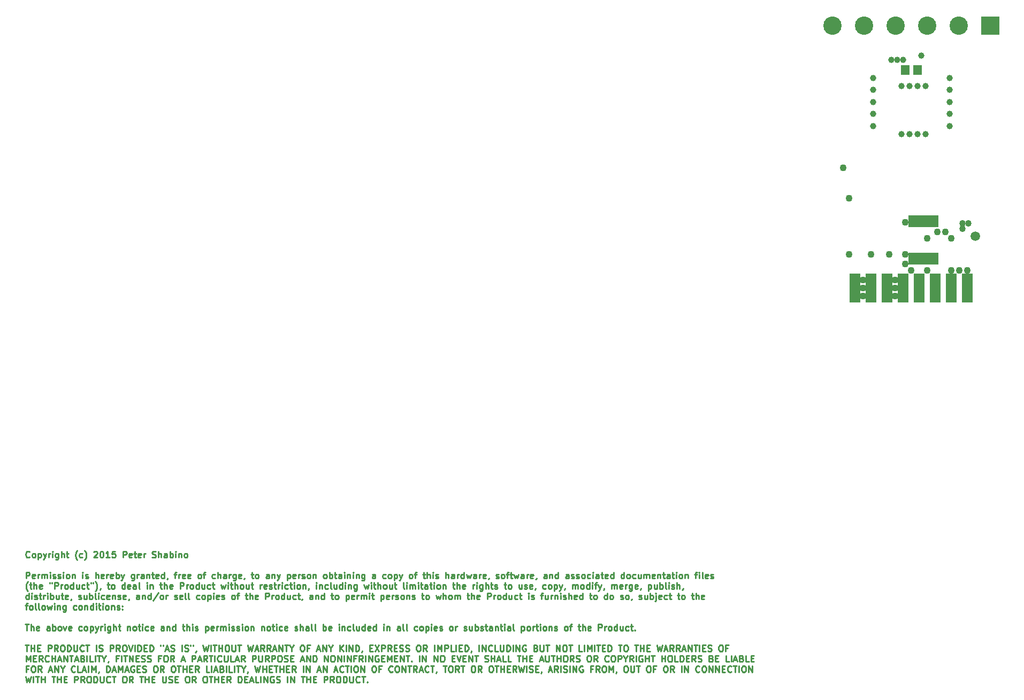
<source format=gbs>
G04 #@! TF.FileFunction,Soldermask,Bot*
%FSLAX46Y46*%
G04 Gerber Fmt 4.6, Leading zero omitted, Abs format (unit mm)*
G04 Created by KiCad (PCBNEW (2015-03-06 BZR 5484)-product) date 10/25/2015 10:03:51 PM*
%MOMM*%
G01*
G04 APERTURE LIST*
%ADD10C,0.100000*%
%ADD11C,0.250000*%
%ADD12R,1.670000X4.591000*%
%ADD13C,2.900000*%
%ADD14R,2.900000X2.900000*%
%ADD15C,1.035000*%
%ADD16R,1.400000X1.650000*%
%ADD17R,0.850000X1.850000*%
%ADD18C,1.085800*%
%ADD19C,1.517600*%
%ADD20C,1.000000*%
G04 APERTURE END LIST*
D10*
D11*
X15414524Y-174672143D02*
X15366905Y-174719762D01*
X15224048Y-174767381D01*
X15128810Y-174767381D01*
X14985952Y-174719762D01*
X14890714Y-174624524D01*
X14843095Y-174529286D01*
X14795476Y-174338810D01*
X14795476Y-174195952D01*
X14843095Y-174005476D01*
X14890714Y-173910238D01*
X14985952Y-173815000D01*
X15128810Y-173767381D01*
X15224048Y-173767381D01*
X15366905Y-173815000D01*
X15414524Y-173862619D01*
X15985952Y-174767381D02*
X15890714Y-174719762D01*
X15843095Y-174672143D01*
X15795476Y-174576905D01*
X15795476Y-174291190D01*
X15843095Y-174195952D01*
X15890714Y-174148333D01*
X15985952Y-174100714D01*
X16128810Y-174100714D01*
X16224048Y-174148333D01*
X16271667Y-174195952D01*
X16319286Y-174291190D01*
X16319286Y-174576905D01*
X16271667Y-174672143D01*
X16224048Y-174719762D01*
X16128810Y-174767381D01*
X15985952Y-174767381D01*
X16747857Y-174100714D02*
X16747857Y-175100714D01*
X16747857Y-174148333D02*
X16843095Y-174100714D01*
X17033572Y-174100714D01*
X17128810Y-174148333D01*
X17176429Y-174195952D01*
X17224048Y-174291190D01*
X17224048Y-174576905D01*
X17176429Y-174672143D01*
X17128810Y-174719762D01*
X17033572Y-174767381D01*
X16843095Y-174767381D01*
X16747857Y-174719762D01*
X17557381Y-174100714D02*
X17795476Y-174767381D01*
X18033572Y-174100714D02*
X17795476Y-174767381D01*
X17700238Y-175005476D01*
X17652619Y-175053095D01*
X17557381Y-175100714D01*
X18414524Y-174767381D02*
X18414524Y-174100714D01*
X18414524Y-174291190D02*
X18462143Y-174195952D01*
X18509762Y-174148333D01*
X18605000Y-174100714D01*
X18700239Y-174100714D01*
X19033572Y-174767381D02*
X19033572Y-174100714D01*
X19033572Y-173767381D02*
X18985953Y-173815000D01*
X19033572Y-173862619D01*
X19081191Y-173815000D01*
X19033572Y-173767381D01*
X19033572Y-173862619D01*
X19938334Y-174100714D02*
X19938334Y-174910238D01*
X19890715Y-175005476D01*
X19843096Y-175053095D01*
X19747857Y-175100714D01*
X19605000Y-175100714D01*
X19509762Y-175053095D01*
X19938334Y-174719762D02*
X19843096Y-174767381D01*
X19652619Y-174767381D01*
X19557381Y-174719762D01*
X19509762Y-174672143D01*
X19462143Y-174576905D01*
X19462143Y-174291190D01*
X19509762Y-174195952D01*
X19557381Y-174148333D01*
X19652619Y-174100714D01*
X19843096Y-174100714D01*
X19938334Y-174148333D01*
X20414524Y-174767381D02*
X20414524Y-173767381D01*
X20843096Y-174767381D02*
X20843096Y-174243571D01*
X20795477Y-174148333D01*
X20700239Y-174100714D01*
X20557381Y-174100714D01*
X20462143Y-174148333D01*
X20414524Y-174195952D01*
X21176429Y-174100714D02*
X21557381Y-174100714D01*
X21319286Y-173767381D02*
X21319286Y-174624524D01*
X21366905Y-174719762D01*
X21462143Y-174767381D01*
X21557381Y-174767381D01*
X22938335Y-175148333D02*
X22890715Y-175100714D01*
X22795477Y-174957857D01*
X22747858Y-174862619D01*
X22700239Y-174719762D01*
X22652620Y-174481667D01*
X22652620Y-174291190D01*
X22700239Y-174053095D01*
X22747858Y-173910238D01*
X22795477Y-173815000D01*
X22890715Y-173672143D01*
X22938335Y-173624524D01*
X23747859Y-174719762D02*
X23652621Y-174767381D01*
X23462144Y-174767381D01*
X23366906Y-174719762D01*
X23319287Y-174672143D01*
X23271668Y-174576905D01*
X23271668Y-174291190D01*
X23319287Y-174195952D01*
X23366906Y-174148333D01*
X23462144Y-174100714D01*
X23652621Y-174100714D01*
X23747859Y-174148333D01*
X24081192Y-175148333D02*
X24128811Y-175100714D01*
X24224049Y-174957857D01*
X24271668Y-174862619D01*
X24319287Y-174719762D01*
X24366906Y-174481667D01*
X24366906Y-174291190D01*
X24319287Y-174053095D01*
X24271668Y-173910238D01*
X24224049Y-173815000D01*
X24128811Y-173672143D01*
X24081192Y-173624524D01*
X25557383Y-173862619D02*
X25605002Y-173815000D01*
X25700240Y-173767381D01*
X25938336Y-173767381D01*
X26033574Y-173815000D01*
X26081193Y-173862619D01*
X26128812Y-173957857D01*
X26128812Y-174053095D01*
X26081193Y-174195952D01*
X25509764Y-174767381D01*
X26128812Y-174767381D01*
X26747859Y-173767381D02*
X26843098Y-173767381D01*
X26938336Y-173815000D01*
X26985955Y-173862619D01*
X27033574Y-173957857D01*
X27081193Y-174148333D01*
X27081193Y-174386429D01*
X27033574Y-174576905D01*
X26985955Y-174672143D01*
X26938336Y-174719762D01*
X26843098Y-174767381D01*
X26747859Y-174767381D01*
X26652621Y-174719762D01*
X26605002Y-174672143D01*
X26557383Y-174576905D01*
X26509764Y-174386429D01*
X26509764Y-174148333D01*
X26557383Y-173957857D01*
X26605002Y-173862619D01*
X26652621Y-173815000D01*
X26747859Y-173767381D01*
X28033574Y-174767381D02*
X27462145Y-174767381D01*
X27747859Y-174767381D02*
X27747859Y-173767381D01*
X27652621Y-173910238D01*
X27557383Y-174005476D01*
X27462145Y-174053095D01*
X28938336Y-173767381D02*
X28462145Y-173767381D01*
X28414526Y-174243571D01*
X28462145Y-174195952D01*
X28557383Y-174148333D01*
X28795479Y-174148333D01*
X28890717Y-174195952D01*
X28938336Y-174243571D01*
X28985955Y-174338810D01*
X28985955Y-174576905D01*
X28938336Y-174672143D01*
X28890717Y-174719762D01*
X28795479Y-174767381D01*
X28557383Y-174767381D01*
X28462145Y-174719762D01*
X28414526Y-174672143D01*
X30176431Y-174767381D02*
X30176431Y-173767381D01*
X30557384Y-173767381D01*
X30652622Y-173815000D01*
X30700241Y-173862619D01*
X30747860Y-173957857D01*
X30747860Y-174100714D01*
X30700241Y-174195952D01*
X30652622Y-174243571D01*
X30557384Y-174291190D01*
X30176431Y-174291190D01*
X31557384Y-174719762D02*
X31462146Y-174767381D01*
X31271669Y-174767381D01*
X31176431Y-174719762D01*
X31128812Y-174624524D01*
X31128812Y-174243571D01*
X31176431Y-174148333D01*
X31271669Y-174100714D01*
X31462146Y-174100714D01*
X31557384Y-174148333D01*
X31605003Y-174243571D01*
X31605003Y-174338810D01*
X31128812Y-174434048D01*
X31890717Y-174100714D02*
X32271669Y-174100714D01*
X32033574Y-173767381D02*
X32033574Y-174624524D01*
X32081193Y-174719762D01*
X32176431Y-174767381D01*
X32271669Y-174767381D01*
X32985956Y-174719762D02*
X32890718Y-174767381D01*
X32700241Y-174767381D01*
X32605003Y-174719762D01*
X32557384Y-174624524D01*
X32557384Y-174243571D01*
X32605003Y-174148333D01*
X32700241Y-174100714D01*
X32890718Y-174100714D01*
X32985956Y-174148333D01*
X33033575Y-174243571D01*
X33033575Y-174338810D01*
X32557384Y-174434048D01*
X33462146Y-174767381D02*
X33462146Y-174100714D01*
X33462146Y-174291190D02*
X33509765Y-174195952D01*
X33557384Y-174148333D01*
X33652622Y-174100714D01*
X33747861Y-174100714D01*
X34795480Y-174719762D02*
X34938337Y-174767381D01*
X35176433Y-174767381D01*
X35271671Y-174719762D01*
X35319290Y-174672143D01*
X35366909Y-174576905D01*
X35366909Y-174481667D01*
X35319290Y-174386429D01*
X35271671Y-174338810D01*
X35176433Y-174291190D01*
X34985956Y-174243571D01*
X34890718Y-174195952D01*
X34843099Y-174148333D01*
X34795480Y-174053095D01*
X34795480Y-173957857D01*
X34843099Y-173862619D01*
X34890718Y-173815000D01*
X34985956Y-173767381D01*
X35224052Y-173767381D01*
X35366909Y-173815000D01*
X35795480Y-174767381D02*
X35795480Y-173767381D01*
X36224052Y-174767381D02*
X36224052Y-174243571D01*
X36176433Y-174148333D01*
X36081195Y-174100714D01*
X35938337Y-174100714D01*
X35843099Y-174148333D01*
X35795480Y-174195952D01*
X37128814Y-174767381D02*
X37128814Y-174243571D01*
X37081195Y-174148333D01*
X36985957Y-174100714D01*
X36795480Y-174100714D01*
X36700242Y-174148333D01*
X37128814Y-174719762D02*
X37033576Y-174767381D01*
X36795480Y-174767381D01*
X36700242Y-174719762D01*
X36652623Y-174624524D01*
X36652623Y-174529286D01*
X36700242Y-174434048D01*
X36795480Y-174386429D01*
X37033576Y-174386429D01*
X37128814Y-174338810D01*
X37605004Y-174767381D02*
X37605004Y-173767381D01*
X37605004Y-174148333D02*
X37700242Y-174100714D01*
X37890719Y-174100714D01*
X37985957Y-174148333D01*
X38033576Y-174195952D01*
X38081195Y-174291190D01*
X38081195Y-174576905D01*
X38033576Y-174672143D01*
X37985957Y-174719762D01*
X37890719Y-174767381D01*
X37700242Y-174767381D01*
X37605004Y-174719762D01*
X38509766Y-174767381D02*
X38509766Y-174100714D01*
X38509766Y-173767381D02*
X38462147Y-173815000D01*
X38509766Y-173862619D01*
X38557385Y-173815000D01*
X38509766Y-173767381D01*
X38509766Y-173862619D01*
X38985956Y-174100714D02*
X38985956Y-174767381D01*
X38985956Y-174195952D02*
X39033575Y-174148333D01*
X39128813Y-174100714D01*
X39271671Y-174100714D01*
X39366909Y-174148333D01*
X39414528Y-174243571D01*
X39414528Y-174767381D01*
X40033575Y-174767381D02*
X39938337Y-174719762D01*
X39890718Y-174672143D01*
X39843099Y-174576905D01*
X39843099Y-174291190D01*
X39890718Y-174195952D01*
X39938337Y-174148333D01*
X40033575Y-174100714D01*
X40176433Y-174100714D01*
X40271671Y-174148333D01*
X40319290Y-174195952D01*
X40366909Y-174291190D01*
X40366909Y-174576905D01*
X40319290Y-174672143D01*
X40271671Y-174719762D01*
X40176433Y-174767381D01*
X40033575Y-174767381D01*
X14843095Y-178067381D02*
X14843095Y-177067381D01*
X15224048Y-177067381D01*
X15319286Y-177115000D01*
X15366905Y-177162619D01*
X15414524Y-177257857D01*
X15414524Y-177400714D01*
X15366905Y-177495952D01*
X15319286Y-177543571D01*
X15224048Y-177591190D01*
X14843095Y-177591190D01*
X16224048Y-178019762D02*
X16128810Y-178067381D01*
X15938333Y-178067381D01*
X15843095Y-178019762D01*
X15795476Y-177924524D01*
X15795476Y-177543571D01*
X15843095Y-177448333D01*
X15938333Y-177400714D01*
X16128810Y-177400714D01*
X16224048Y-177448333D01*
X16271667Y-177543571D01*
X16271667Y-177638810D01*
X15795476Y-177734048D01*
X16700238Y-178067381D02*
X16700238Y-177400714D01*
X16700238Y-177591190D02*
X16747857Y-177495952D01*
X16795476Y-177448333D01*
X16890714Y-177400714D01*
X16985953Y-177400714D01*
X17319286Y-178067381D02*
X17319286Y-177400714D01*
X17319286Y-177495952D02*
X17366905Y-177448333D01*
X17462143Y-177400714D01*
X17605001Y-177400714D01*
X17700239Y-177448333D01*
X17747858Y-177543571D01*
X17747858Y-178067381D01*
X17747858Y-177543571D02*
X17795477Y-177448333D01*
X17890715Y-177400714D01*
X18033572Y-177400714D01*
X18128810Y-177448333D01*
X18176429Y-177543571D01*
X18176429Y-178067381D01*
X18652619Y-178067381D02*
X18652619Y-177400714D01*
X18652619Y-177067381D02*
X18605000Y-177115000D01*
X18652619Y-177162619D01*
X18700238Y-177115000D01*
X18652619Y-177067381D01*
X18652619Y-177162619D01*
X19081190Y-178019762D02*
X19176428Y-178067381D01*
X19366904Y-178067381D01*
X19462143Y-178019762D01*
X19509762Y-177924524D01*
X19509762Y-177876905D01*
X19462143Y-177781667D01*
X19366904Y-177734048D01*
X19224047Y-177734048D01*
X19128809Y-177686429D01*
X19081190Y-177591190D01*
X19081190Y-177543571D01*
X19128809Y-177448333D01*
X19224047Y-177400714D01*
X19366904Y-177400714D01*
X19462143Y-177448333D01*
X19890714Y-178019762D02*
X19985952Y-178067381D01*
X20176428Y-178067381D01*
X20271667Y-178019762D01*
X20319286Y-177924524D01*
X20319286Y-177876905D01*
X20271667Y-177781667D01*
X20176428Y-177734048D01*
X20033571Y-177734048D01*
X19938333Y-177686429D01*
X19890714Y-177591190D01*
X19890714Y-177543571D01*
X19938333Y-177448333D01*
X20033571Y-177400714D01*
X20176428Y-177400714D01*
X20271667Y-177448333D01*
X20747857Y-178067381D02*
X20747857Y-177400714D01*
X20747857Y-177067381D02*
X20700238Y-177115000D01*
X20747857Y-177162619D01*
X20795476Y-177115000D01*
X20747857Y-177067381D01*
X20747857Y-177162619D01*
X21366904Y-178067381D02*
X21271666Y-178019762D01*
X21224047Y-177972143D01*
X21176428Y-177876905D01*
X21176428Y-177591190D01*
X21224047Y-177495952D01*
X21271666Y-177448333D01*
X21366904Y-177400714D01*
X21509762Y-177400714D01*
X21605000Y-177448333D01*
X21652619Y-177495952D01*
X21700238Y-177591190D01*
X21700238Y-177876905D01*
X21652619Y-177972143D01*
X21605000Y-178019762D01*
X21509762Y-178067381D01*
X21366904Y-178067381D01*
X22128809Y-177400714D02*
X22128809Y-178067381D01*
X22128809Y-177495952D02*
X22176428Y-177448333D01*
X22271666Y-177400714D01*
X22414524Y-177400714D01*
X22509762Y-177448333D01*
X22557381Y-177543571D01*
X22557381Y-178067381D01*
X23795476Y-178067381D02*
X23795476Y-177400714D01*
X23795476Y-177067381D02*
X23747857Y-177115000D01*
X23795476Y-177162619D01*
X23843095Y-177115000D01*
X23795476Y-177067381D01*
X23795476Y-177162619D01*
X24224047Y-178019762D02*
X24319285Y-178067381D01*
X24509761Y-178067381D01*
X24605000Y-178019762D01*
X24652619Y-177924524D01*
X24652619Y-177876905D01*
X24605000Y-177781667D01*
X24509761Y-177734048D01*
X24366904Y-177734048D01*
X24271666Y-177686429D01*
X24224047Y-177591190D01*
X24224047Y-177543571D01*
X24271666Y-177448333D01*
X24366904Y-177400714D01*
X24509761Y-177400714D01*
X24605000Y-177448333D01*
X25843095Y-178067381D02*
X25843095Y-177067381D01*
X26271667Y-178067381D02*
X26271667Y-177543571D01*
X26224048Y-177448333D01*
X26128810Y-177400714D01*
X25985952Y-177400714D01*
X25890714Y-177448333D01*
X25843095Y-177495952D01*
X27128810Y-178019762D02*
X27033572Y-178067381D01*
X26843095Y-178067381D01*
X26747857Y-178019762D01*
X26700238Y-177924524D01*
X26700238Y-177543571D01*
X26747857Y-177448333D01*
X26843095Y-177400714D01*
X27033572Y-177400714D01*
X27128810Y-177448333D01*
X27176429Y-177543571D01*
X27176429Y-177638810D01*
X26700238Y-177734048D01*
X27605000Y-178067381D02*
X27605000Y-177400714D01*
X27605000Y-177591190D02*
X27652619Y-177495952D01*
X27700238Y-177448333D01*
X27795476Y-177400714D01*
X27890715Y-177400714D01*
X28605001Y-178019762D02*
X28509763Y-178067381D01*
X28319286Y-178067381D01*
X28224048Y-178019762D01*
X28176429Y-177924524D01*
X28176429Y-177543571D01*
X28224048Y-177448333D01*
X28319286Y-177400714D01*
X28509763Y-177400714D01*
X28605001Y-177448333D01*
X28652620Y-177543571D01*
X28652620Y-177638810D01*
X28176429Y-177734048D01*
X29081191Y-178067381D02*
X29081191Y-177067381D01*
X29081191Y-177448333D02*
X29176429Y-177400714D01*
X29366906Y-177400714D01*
X29462144Y-177448333D01*
X29509763Y-177495952D01*
X29557382Y-177591190D01*
X29557382Y-177876905D01*
X29509763Y-177972143D01*
X29462144Y-178019762D01*
X29366906Y-178067381D01*
X29176429Y-178067381D01*
X29081191Y-178019762D01*
X29890715Y-177400714D02*
X30128810Y-178067381D01*
X30366906Y-177400714D02*
X30128810Y-178067381D01*
X30033572Y-178305476D01*
X29985953Y-178353095D01*
X29890715Y-178400714D01*
X31938335Y-177400714D02*
X31938335Y-178210238D01*
X31890716Y-178305476D01*
X31843097Y-178353095D01*
X31747858Y-178400714D01*
X31605001Y-178400714D01*
X31509763Y-178353095D01*
X31938335Y-178019762D02*
X31843097Y-178067381D01*
X31652620Y-178067381D01*
X31557382Y-178019762D01*
X31509763Y-177972143D01*
X31462144Y-177876905D01*
X31462144Y-177591190D01*
X31509763Y-177495952D01*
X31557382Y-177448333D01*
X31652620Y-177400714D01*
X31843097Y-177400714D01*
X31938335Y-177448333D01*
X32414525Y-178067381D02*
X32414525Y-177400714D01*
X32414525Y-177591190D02*
X32462144Y-177495952D01*
X32509763Y-177448333D01*
X32605001Y-177400714D01*
X32700240Y-177400714D01*
X33462145Y-178067381D02*
X33462145Y-177543571D01*
X33414526Y-177448333D01*
X33319288Y-177400714D01*
X33128811Y-177400714D01*
X33033573Y-177448333D01*
X33462145Y-178019762D02*
X33366907Y-178067381D01*
X33128811Y-178067381D01*
X33033573Y-178019762D01*
X32985954Y-177924524D01*
X32985954Y-177829286D01*
X33033573Y-177734048D01*
X33128811Y-177686429D01*
X33366907Y-177686429D01*
X33462145Y-177638810D01*
X33938335Y-177400714D02*
X33938335Y-178067381D01*
X33938335Y-177495952D02*
X33985954Y-177448333D01*
X34081192Y-177400714D01*
X34224050Y-177400714D01*
X34319288Y-177448333D01*
X34366907Y-177543571D01*
X34366907Y-178067381D01*
X34700240Y-177400714D02*
X35081192Y-177400714D01*
X34843097Y-177067381D02*
X34843097Y-177924524D01*
X34890716Y-178019762D01*
X34985954Y-178067381D01*
X35081192Y-178067381D01*
X35795479Y-178019762D02*
X35700241Y-178067381D01*
X35509764Y-178067381D01*
X35414526Y-178019762D01*
X35366907Y-177924524D01*
X35366907Y-177543571D01*
X35414526Y-177448333D01*
X35509764Y-177400714D01*
X35700241Y-177400714D01*
X35795479Y-177448333D01*
X35843098Y-177543571D01*
X35843098Y-177638810D01*
X35366907Y-177734048D01*
X36700241Y-178067381D02*
X36700241Y-177067381D01*
X36700241Y-178019762D02*
X36605003Y-178067381D01*
X36414526Y-178067381D01*
X36319288Y-178019762D01*
X36271669Y-177972143D01*
X36224050Y-177876905D01*
X36224050Y-177591190D01*
X36271669Y-177495952D01*
X36319288Y-177448333D01*
X36414526Y-177400714D01*
X36605003Y-177400714D01*
X36700241Y-177448333D01*
X37224050Y-178019762D02*
X37224050Y-178067381D01*
X37176431Y-178162619D01*
X37128812Y-178210238D01*
X38271669Y-177400714D02*
X38652621Y-177400714D01*
X38414526Y-178067381D02*
X38414526Y-177210238D01*
X38462145Y-177115000D01*
X38557383Y-177067381D01*
X38652621Y-177067381D01*
X38985955Y-178067381D02*
X38985955Y-177400714D01*
X38985955Y-177591190D02*
X39033574Y-177495952D01*
X39081193Y-177448333D01*
X39176431Y-177400714D01*
X39271670Y-177400714D01*
X39985956Y-178019762D02*
X39890718Y-178067381D01*
X39700241Y-178067381D01*
X39605003Y-178019762D01*
X39557384Y-177924524D01*
X39557384Y-177543571D01*
X39605003Y-177448333D01*
X39700241Y-177400714D01*
X39890718Y-177400714D01*
X39985956Y-177448333D01*
X40033575Y-177543571D01*
X40033575Y-177638810D01*
X39557384Y-177734048D01*
X40843099Y-178019762D02*
X40747861Y-178067381D01*
X40557384Y-178067381D01*
X40462146Y-178019762D01*
X40414527Y-177924524D01*
X40414527Y-177543571D01*
X40462146Y-177448333D01*
X40557384Y-177400714D01*
X40747861Y-177400714D01*
X40843099Y-177448333D01*
X40890718Y-177543571D01*
X40890718Y-177638810D01*
X40414527Y-177734048D01*
X42224051Y-178067381D02*
X42128813Y-178019762D01*
X42081194Y-177972143D01*
X42033575Y-177876905D01*
X42033575Y-177591190D01*
X42081194Y-177495952D01*
X42128813Y-177448333D01*
X42224051Y-177400714D01*
X42366909Y-177400714D01*
X42462147Y-177448333D01*
X42509766Y-177495952D01*
X42557385Y-177591190D01*
X42557385Y-177876905D01*
X42509766Y-177972143D01*
X42462147Y-178019762D01*
X42366909Y-178067381D01*
X42224051Y-178067381D01*
X42843099Y-177400714D02*
X43224051Y-177400714D01*
X42985956Y-178067381D02*
X42985956Y-177210238D01*
X43033575Y-177115000D01*
X43128813Y-177067381D01*
X43224051Y-177067381D01*
X44747862Y-178019762D02*
X44652624Y-178067381D01*
X44462147Y-178067381D01*
X44366909Y-178019762D01*
X44319290Y-177972143D01*
X44271671Y-177876905D01*
X44271671Y-177591190D01*
X44319290Y-177495952D01*
X44366909Y-177448333D01*
X44462147Y-177400714D01*
X44652624Y-177400714D01*
X44747862Y-177448333D01*
X45176433Y-178067381D02*
X45176433Y-177067381D01*
X45605005Y-178067381D02*
X45605005Y-177543571D01*
X45557386Y-177448333D01*
X45462148Y-177400714D01*
X45319290Y-177400714D01*
X45224052Y-177448333D01*
X45176433Y-177495952D01*
X46509767Y-178067381D02*
X46509767Y-177543571D01*
X46462148Y-177448333D01*
X46366910Y-177400714D01*
X46176433Y-177400714D01*
X46081195Y-177448333D01*
X46509767Y-178019762D02*
X46414529Y-178067381D01*
X46176433Y-178067381D01*
X46081195Y-178019762D01*
X46033576Y-177924524D01*
X46033576Y-177829286D01*
X46081195Y-177734048D01*
X46176433Y-177686429D01*
X46414529Y-177686429D01*
X46509767Y-177638810D01*
X46985957Y-178067381D02*
X46985957Y-177400714D01*
X46985957Y-177591190D02*
X47033576Y-177495952D01*
X47081195Y-177448333D01*
X47176433Y-177400714D01*
X47271672Y-177400714D01*
X48033577Y-177400714D02*
X48033577Y-178210238D01*
X47985958Y-178305476D01*
X47938339Y-178353095D01*
X47843100Y-178400714D01*
X47700243Y-178400714D01*
X47605005Y-178353095D01*
X48033577Y-178019762D02*
X47938339Y-178067381D01*
X47747862Y-178067381D01*
X47652624Y-178019762D01*
X47605005Y-177972143D01*
X47557386Y-177876905D01*
X47557386Y-177591190D01*
X47605005Y-177495952D01*
X47652624Y-177448333D01*
X47747862Y-177400714D01*
X47938339Y-177400714D01*
X48033577Y-177448333D01*
X48890720Y-178019762D02*
X48795482Y-178067381D01*
X48605005Y-178067381D01*
X48509767Y-178019762D01*
X48462148Y-177924524D01*
X48462148Y-177543571D01*
X48509767Y-177448333D01*
X48605005Y-177400714D01*
X48795482Y-177400714D01*
X48890720Y-177448333D01*
X48938339Y-177543571D01*
X48938339Y-177638810D01*
X48462148Y-177734048D01*
X49414529Y-178019762D02*
X49414529Y-178067381D01*
X49366910Y-178162619D01*
X49319291Y-178210238D01*
X50462148Y-177400714D02*
X50843100Y-177400714D01*
X50605005Y-177067381D02*
X50605005Y-177924524D01*
X50652624Y-178019762D01*
X50747862Y-178067381D01*
X50843100Y-178067381D01*
X51319291Y-178067381D02*
X51224053Y-178019762D01*
X51176434Y-177972143D01*
X51128815Y-177876905D01*
X51128815Y-177591190D01*
X51176434Y-177495952D01*
X51224053Y-177448333D01*
X51319291Y-177400714D01*
X51462149Y-177400714D01*
X51557387Y-177448333D01*
X51605006Y-177495952D01*
X51652625Y-177591190D01*
X51652625Y-177876905D01*
X51605006Y-177972143D01*
X51557387Y-178019762D01*
X51462149Y-178067381D01*
X51319291Y-178067381D01*
X53271673Y-178067381D02*
X53271673Y-177543571D01*
X53224054Y-177448333D01*
X53128816Y-177400714D01*
X52938339Y-177400714D01*
X52843101Y-177448333D01*
X53271673Y-178019762D02*
X53176435Y-178067381D01*
X52938339Y-178067381D01*
X52843101Y-178019762D01*
X52795482Y-177924524D01*
X52795482Y-177829286D01*
X52843101Y-177734048D01*
X52938339Y-177686429D01*
X53176435Y-177686429D01*
X53271673Y-177638810D01*
X53747863Y-177400714D02*
X53747863Y-178067381D01*
X53747863Y-177495952D02*
X53795482Y-177448333D01*
X53890720Y-177400714D01*
X54033578Y-177400714D01*
X54128816Y-177448333D01*
X54176435Y-177543571D01*
X54176435Y-178067381D01*
X54557387Y-177400714D02*
X54795482Y-178067381D01*
X55033578Y-177400714D02*
X54795482Y-178067381D01*
X54700244Y-178305476D01*
X54652625Y-178353095D01*
X54557387Y-178400714D01*
X56176435Y-177400714D02*
X56176435Y-178400714D01*
X56176435Y-177448333D02*
X56271673Y-177400714D01*
X56462150Y-177400714D01*
X56557388Y-177448333D01*
X56605007Y-177495952D01*
X56652626Y-177591190D01*
X56652626Y-177876905D01*
X56605007Y-177972143D01*
X56557388Y-178019762D01*
X56462150Y-178067381D01*
X56271673Y-178067381D01*
X56176435Y-178019762D01*
X57462150Y-178019762D02*
X57366912Y-178067381D01*
X57176435Y-178067381D01*
X57081197Y-178019762D01*
X57033578Y-177924524D01*
X57033578Y-177543571D01*
X57081197Y-177448333D01*
X57176435Y-177400714D01*
X57366912Y-177400714D01*
X57462150Y-177448333D01*
X57509769Y-177543571D01*
X57509769Y-177638810D01*
X57033578Y-177734048D01*
X57938340Y-178067381D02*
X57938340Y-177400714D01*
X57938340Y-177591190D02*
X57985959Y-177495952D01*
X58033578Y-177448333D01*
X58128816Y-177400714D01*
X58224055Y-177400714D01*
X58509769Y-178019762D02*
X58605007Y-178067381D01*
X58795483Y-178067381D01*
X58890722Y-178019762D01*
X58938341Y-177924524D01*
X58938341Y-177876905D01*
X58890722Y-177781667D01*
X58795483Y-177734048D01*
X58652626Y-177734048D01*
X58557388Y-177686429D01*
X58509769Y-177591190D01*
X58509769Y-177543571D01*
X58557388Y-177448333D01*
X58652626Y-177400714D01*
X58795483Y-177400714D01*
X58890722Y-177448333D01*
X59509769Y-178067381D02*
X59414531Y-178019762D01*
X59366912Y-177972143D01*
X59319293Y-177876905D01*
X59319293Y-177591190D01*
X59366912Y-177495952D01*
X59414531Y-177448333D01*
X59509769Y-177400714D01*
X59652627Y-177400714D01*
X59747865Y-177448333D01*
X59795484Y-177495952D01*
X59843103Y-177591190D01*
X59843103Y-177876905D01*
X59795484Y-177972143D01*
X59747865Y-178019762D01*
X59652627Y-178067381D01*
X59509769Y-178067381D01*
X60271674Y-177400714D02*
X60271674Y-178067381D01*
X60271674Y-177495952D02*
X60319293Y-177448333D01*
X60414531Y-177400714D01*
X60557389Y-177400714D01*
X60652627Y-177448333D01*
X60700246Y-177543571D01*
X60700246Y-178067381D01*
X62081198Y-178067381D02*
X61985960Y-178019762D01*
X61938341Y-177972143D01*
X61890722Y-177876905D01*
X61890722Y-177591190D01*
X61938341Y-177495952D01*
X61985960Y-177448333D01*
X62081198Y-177400714D01*
X62224056Y-177400714D01*
X62319294Y-177448333D01*
X62366913Y-177495952D01*
X62414532Y-177591190D01*
X62414532Y-177876905D01*
X62366913Y-177972143D01*
X62319294Y-178019762D01*
X62224056Y-178067381D01*
X62081198Y-178067381D01*
X62843103Y-178067381D02*
X62843103Y-177067381D01*
X62843103Y-177448333D02*
X62938341Y-177400714D01*
X63128818Y-177400714D01*
X63224056Y-177448333D01*
X63271675Y-177495952D01*
X63319294Y-177591190D01*
X63319294Y-177876905D01*
X63271675Y-177972143D01*
X63224056Y-178019762D01*
X63128818Y-178067381D01*
X62938341Y-178067381D01*
X62843103Y-178019762D01*
X63605008Y-177400714D02*
X63985960Y-177400714D01*
X63747865Y-177067381D02*
X63747865Y-177924524D01*
X63795484Y-178019762D01*
X63890722Y-178067381D01*
X63985960Y-178067381D01*
X64747866Y-178067381D02*
X64747866Y-177543571D01*
X64700247Y-177448333D01*
X64605009Y-177400714D01*
X64414532Y-177400714D01*
X64319294Y-177448333D01*
X64747866Y-178019762D02*
X64652628Y-178067381D01*
X64414532Y-178067381D01*
X64319294Y-178019762D01*
X64271675Y-177924524D01*
X64271675Y-177829286D01*
X64319294Y-177734048D01*
X64414532Y-177686429D01*
X64652628Y-177686429D01*
X64747866Y-177638810D01*
X65224056Y-178067381D02*
X65224056Y-177400714D01*
X65224056Y-177067381D02*
X65176437Y-177115000D01*
X65224056Y-177162619D01*
X65271675Y-177115000D01*
X65224056Y-177067381D01*
X65224056Y-177162619D01*
X65700246Y-177400714D02*
X65700246Y-178067381D01*
X65700246Y-177495952D02*
X65747865Y-177448333D01*
X65843103Y-177400714D01*
X65985961Y-177400714D01*
X66081199Y-177448333D01*
X66128818Y-177543571D01*
X66128818Y-178067381D01*
X66605008Y-178067381D02*
X66605008Y-177400714D01*
X66605008Y-177067381D02*
X66557389Y-177115000D01*
X66605008Y-177162619D01*
X66652627Y-177115000D01*
X66605008Y-177067381D01*
X66605008Y-177162619D01*
X67081198Y-177400714D02*
X67081198Y-178067381D01*
X67081198Y-177495952D02*
X67128817Y-177448333D01*
X67224055Y-177400714D01*
X67366913Y-177400714D01*
X67462151Y-177448333D01*
X67509770Y-177543571D01*
X67509770Y-178067381D01*
X68414532Y-177400714D02*
X68414532Y-178210238D01*
X68366913Y-178305476D01*
X68319294Y-178353095D01*
X68224055Y-178400714D01*
X68081198Y-178400714D01*
X67985960Y-178353095D01*
X68414532Y-178019762D02*
X68319294Y-178067381D01*
X68128817Y-178067381D01*
X68033579Y-178019762D01*
X67985960Y-177972143D01*
X67938341Y-177876905D01*
X67938341Y-177591190D01*
X67985960Y-177495952D01*
X68033579Y-177448333D01*
X68128817Y-177400714D01*
X68319294Y-177400714D01*
X68414532Y-177448333D01*
X70081199Y-178067381D02*
X70081199Y-177543571D01*
X70033580Y-177448333D01*
X69938342Y-177400714D01*
X69747865Y-177400714D01*
X69652627Y-177448333D01*
X70081199Y-178019762D02*
X69985961Y-178067381D01*
X69747865Y-178067381D01*
X69652627Y-178019762D01*
X69605008Y-177924524D01*
X69605008Y-177829286D01*
X69652627Y-177734048D01*
X69747865Y-177686429D01*
X69985961Y-177686429D01*
X70081199Y-177638810D01*
X71747866Y-178019762D02*
X71652628Y-178067381D01*
X71462151Y-178067381D01*
X71366913Y-178019762D01*
X71319294Y-177972143D01*
X71271675Y-177876905D01*
X71271675Y-177591190D01*
X71319294Y-177495952D01*
X71366913Y-177448333D01*
X71462151Y-177400714D01*
X71652628Y-177400714D01*
X71747866Y-177448333D01*
X72319294Y-178067381D02*
X72224056Y-178019762D01*
X72176437Y-177972143D01*
X72128818Y-177876905D01*
X72128818Y-177591190D01*
X72176437Y-177495952D01*
X72224056Y-177448333D01*
X72319294Y-177400714D01*
X72462152Y-177400714D01*
X72557390Y-177448333D01*
X72605009Y-177495952D01*
X72652628Y-177591190D01*
X72652628Y-177876905D01*
X72605009Y-177972143D01*
X72557390Y-178019762D01*
X72462152Y-178067381D01*
X72319294Y-178067381D01*
X73081199Y-177400714D02*
X73081199Y-178400714D01*
X73081199Y-177448333D02*
X73176437Y-177400714D01*
X73366914Y-177400714D01*
X73462152Y-177448333D01*
X73509771Y-177495952D01*
X73557390Y-177591190D01*
X73557390Y-177876905D01*
X73509771Y-177972143D01*
X73462152Y-178019762D01*
X73366914Y-178067381D01*
X73176437Y-178067381D01*
X73081199Y-178019762D01*
X73890723Y-177400714D02*
X74128818Y-178067381D01*
X74366914Y-177400714D02*
X74128818Y-178067381D01*
X74033580Y-178305476D01*
X73985961Y-178353095D01*
X73890723Y-178400714D01*
X75652628Y-178067381D02*
X75557390Y-178019762D01*
X75509771Y-177972143D01*
X75462152Y-177876905D01*
X75462152Y-177591190D01*
X75509771Y-177495952D01*
X75557390Y-177448333D01*
X75652628Y-177400714D01*
X75795486Y-177400714D01*
X75890724Y-177448333D01*
X75938343Y-177495952D01*
X75985962Y-177591190D01*
X75985962Y-177876905D01*
X75938343Y-177972143D01*
X75890724Y-178019762D01*
X75795486Y-178067381D01*
X75652628Y-178067381D01*
X76271676Y-177400714D02*
X76652628Y-177400714D01*
X76414533Y-178067381D02*
X76414533Y-177210238D01*
X76462152Y-177115000D01*
X76557390Y-177067381D01*
X76652628Y-177067381D01*
X77605010Y-177400714D02*
X77985962Y-177400714D01*
X77747867Y-177067381D02*
X77747867Y-177924524D01*
X77795486Y-178019762D01*
X77890724Y-178067381D01*
X77985962Y-178067381D01*
X78319296Y-178067381D02*
X78319296Y-177067381D01*
X78747868Y-178067381D02*
X78747868Y-177543571D01*
X78700249Y-177448333D01*
X78605011Y-177400714D01*
X78462153Y-177400714D01*
X78366915Y-177448333D01*
X78319296Y-177495952D01*
X79224058Y-178067381D02*
X79224058Y-177400714D01*
X79224058Y-177067381D02*
X79176439Y-177115000D01*
X79224058Y-177162619D01*
X79271677Y-177115000D01*
X79224058Y-177067381D01*
X79224058Y-177162619D01*
X79652629Y-178019762D02*
X79747867Y-178067381D01*
X79938343Y-178067381D01*
X80033582Y-178019762D01*
X80081201Y-177924524D01*
X80081201Y-177876905D01*
X80033582Y-177781667D01*
X79938343Y-177734048D01*
X79795486Y-177734048D01*
X79700248Y-177686429D01*
X79652629Y-177591190D01*
X79652629Y-177543571D01*
X79700248Y-177448333D01*
X79795486Y-177400714D01*
X79938343Y-177400714D01*
X80033582Y-177448333D01*
X81271677Y-178067381D02*
X81271677Y-177067381D01*
X81700249Y-178067381D02*
X81700249Y-177543571D01*
X81652630Y-177448333D01*
X81557392Y-177400714D01*
X81414534Y-177400714D01*
X81319296Y-177448333D01*
X81271677Y-177495952D01*
X82605011Y-178067381D02*
X82605011Y-177543571D01*
X82557392Y-177448333D01*
X82462154Y-177400714D01*
X82271677Y-177400714D01*
X82176439Y-177448333D01*
X82605011Y-178019762D02*
X82509773Y-178067381D01*
X82271677Y-178067381D01*
X82176439Y-178019762D01*
X82128820Y-177924524D01*
X82128820Y-177829286D01*
X82176439Y-177734048D01*
X82271677Y-177686429D01*
X82509773Y-177686429D01*
X82605011Y-177638810D01*
X83081201Y-178067381D02*
X83081201Y-177400714D01*
X83081201Y-177591190D02*
X83128820Y-177495952D01*
X83176439Y-177448333D01*
X83271677Y-177400714D01*
X83366916Y-177400714D01*
X84128821Y-178067381D02*
X84128821Y-177067381D01*
X84128821Y-178019762D02*
X84033583Y-178067381D01*
X83843106Y-178067381D01*
X83747868Y-178019762D01*
X83700249Y-177972143D01*
X83652630Y-177876905D01*
X83652630Y-177591190D01*
X83700249Y-177495952D01*
X83747868Y-177448333D01*
X83843106Y-177400714D01*
X84033583Y-177400714D01*
X84128821Y-177448333D01*
X84509773Y-177400714D02*
X84700249Y-178067381D01*
X84890726Y-177591190D01*
X85081202Y-178067381D01*
X85271678Y-177400714D01*
X86081202Y-178067381D02*
X86081202Y-177543571D01*
X86033583Y-177448333D01*
X85938345Y-177400714D01*
X85747868Y-177400714D01*
X85652630Y-177448333D01*
X86081202Y-178019762D02*
X85985964Y-178067381D01*
X85747868Y-178067381D01*
X85652630Y-178019762D01*
X85605011Y-177924524D01*
X85605011Y-177829286D01*
X85652630Y-177734048D01*
X85747868Y-177686429D01*
X85985964Y-177686429D01*
X86081202Y-177638810D01*
X86557392Y-178067381D02*
X86557392Y-177400714D01*
X86557392Y-177591190D02*
X86605011Y-177495952D01*
X86652630Y-177448333D01*
X86747868Y-177400714D01*
X86843107Y-177400714D01*
X87557393Y-178019762D02*
X87462155Y-178067381D01*
X87271678Y-178067381D01*
X87176440Y-178019762D01*
X87128821Y-177924524D01*
X87128821Y-177543571D01*
X87176440Y-177448333D01*
X87271678Y-177400714D01*
X87462155Y-177400714D01*
X87557393Y-177448333D01*
X87605012Y-177543571D01*
X87605012Y-177638810D01*
X87128821Y-177734048D01*
X88081202Y-178019762D02*
X88081202Y-178067381D01*
X88033583Y-178162619D01*
X87985964Y-178210238D01*
X89224059Y-178019762D02*
X89319297Y-178067381D01*
X89509773Y-178067381D01*
X89605012Y-178019762D01*
X89652631Y-177924524D01*
X89652631Y-177876905D01*
X89605012Y-177781667D01*
X89509773Y-177734048D01*
X89366916Y-177734048D01*
X89271678Y-177686429D01*
X89224059Y-177591190D01*
X89224059Y-177543571D01*
X89271678Y-177448333D01*
X89366916Y-177400714D01*
X89509773Y-177400714D01*
X89605012Y-177448333D01*
X90224059Y-178067381D02*
X90128821Y-178019762D01*
X90081202Y-177972143D01*
X90033583Y-177876905D01*
X90033583Y-177591190D01*
X90081202Y-177495952D01*
X90128821Y-177448333D01*
X90224059Y-177400714D01*
X90366917Y-177400714D01*
X90462155Y-177448333D01*
X90509774Y-177495952D01*
X90557393Y-177591190D01*
X90557393Y-177876905D01*
X90509774Y-177972143D01*
X90462155Y-178019762D01*
X90366917Y-178067381D01*
X90224059Y-178067381D01*
X90843107Y-177400714D02*
X91224059Y-177400714D01*
X90985964Y-178067381D02*
X90985964Y-177210238D01*
X91033583Y-177115000D01*
X91128821Y-177067381D01*
X91224059Y-177067381D01*
X91414536Y-177400714D02*
X91795488Y-177400714D01*
X91557393Y-177067381D02*
X91557393Y-177924524D01*
X91605012Y-178019762D01*
X91700250Y-178067381D01*
X91795488Y-178067381D01*
X92033584Y-177400714D02*
X92224060Y-178067381D01*
X92414537Y-177591190D01*
X92605013Y-178067381D01*
X92795489Y-177400714D01*
X93605013Y-178067381D02*
X93605013Y-177543571D01*
X93557394Y-177448333D01*
X93462156Y-177400714D01*
X93271679Y-177400714D01*
X93176441Y-177448333D01*
X93605013Y-178019762D02*
X93509775Y-178067381D01*
X93271679Y-178067381D01*
X93176441Y-178019762D01*
X93128822Y-177924524D01*
X93128822Y-177829286D01*
X93176441Y-177734048D01*
X93271679Y-177686429D01*
X93509775Y-177686429D01*
X93605013Y-177638810D01*
X94081203Y-178067381D02*
X94081203Y-177400714D01*
X94081203Y-177591190D02*
X94128822Y-177495952D01*
X94176441Y-177448333D01*
X94271679Y-177400714D01*
X94366918Y-177400714D01*
X95081204Y-178019762D02*
X94985966Y-178067381D01*
X94795489Y-178067381D01*
X94700251Y-178019762D01*
X94652632Y-177924524D01*
X94652632Y-177543571D01*
X94700251Y-177448333D01*
X94795489Y-177400714D01*
X94985966Y-177400714D01*
X95081204Y-177448333D01*
X95128823Y-177543571D01*
X95128823Y-177638810D01*
X94652632Y-177734048D01*
X95605013Y-178019762D02*
X95605013Y-178067381D01*
X95557394Y-178162619D01*
X95509775Y-178210238D01*
X97224061Y-178067381D02*
X97224061Y-177543571D01*
X97176442Y-177448333D01*
X97081204Y-177400714D01*
X96890727Y-177400714D01*
X96795489Y-177448333D01*
X97224061Y-178019762D02*
X97128823Y-178067381D01*
X96890727Y-178067381D01*
X96795489Y-178019762D01*
X96747870Y-177924524D01*
X96747870Y-177829286D01*
X96795489Y-177734048D01*
X96890727Y-177686429D01*
X97128823Y-177686429D01*
X97224061Y-177638810D01*
X97700251Y-177400714D02*
X97700251Y-178067381D01*
X97700251Y-177495952D02*
X97747870Y-177448333D01*
X97843108Y-177400714D01*
X97985966Y-177400714D01*
X98081204Y-177448333D01*
X98128823Y-177543571D01*
X98128823Y-178067381D01*
X99033585Y-178067381D02*
X99033585Y-177067381D01*
X99033585Y-178019762D02*
X98938347Y-178067381D01*
X98747870Y-178067381D01*
X98652632Y-178019762D01*
X98605013Y-177972143D01*
X98557394Y-177876905D01*
X98557394Y-177591190D01*
X98605013Y-177495952D01*
X98652632Y-177448333D01*
X98747870Y-177400714D01*
X98938347Y-177400714D01*
X99033585Y-177448333D01*
X100700252Y-178067381D02*
X100700252Y-177543571D01*
X100652633Y-177448333D01*
X100557395Y-177400714D01*
X100366918Y-177400714D01*
X100271680Y-177448333D01*
X100700252Y-178019762D02*
X100605014Y-178067381D01*
X100366918Y-178067381D01*
X100271680Y-178019762D01*
X100224061Y-177924524D01*
X100224061Y-177829286D01*
X100271680Y-177734048D01*
X100366918Y-177686429D01*
X100605014Y-177686429D01*
X100700252Y-177638810D01*
X101128823Y-178019762D02*
X101224061Y-178067381D01*
X101414537Y-178067381D01*
X101509776Y-178019762D01*
X101557395Y-177924524D01*
X101557395Y-177876905D01*
X101509776Y-177781667D01*
X101414537Y-177734048D01*
X101271680Y-177734048D01*
X101176442Y-177686429D01*
X101128823Y-177591190D01*
X101128823Y-177543571D01*
X101176442Y-177448333D01*
X101271680Y-177400714D01*
X101414537Y-177400714D01*
X101509776Y-177448333D01*
X101938347Y-178019762D02*
X102033585Y-178067381D01*
X102224061Y-178067381D01*
X102319300Y-178019762D01*
X102366919Y-177924524D01*
X102366919Y-177876905D01*
X102319300Y-177781667D01*
X102224061Y-177734048D01*
X102081204Y-177734048D01*
X101985966Y-177686429D01*
X101938347Y-177591190D01*
X101938347Y-177543571D01*
X101985966Y-177448333D01*
X102081204Y-177400714D01*
X102224061Y-177400714D01*
X102319300Y-177448333D01*
X102938347Y-178067381D02*
X102843109Y-178019762D01*
X102795490Y-177972143D01*
X102747871Y-177876905D01*
X102747871Y-177591190D01*
X102795490Y-177495952D01*
X102843109Y-177448333D01*
X102938347Y-177400714D01*
X103081205Y-177400714D01*
X103176443Y-177448333D01*
X103224062Y-177495952D01*
X103271681Y-177591190D01*
X103271681Y-177876905D01*
X103224062Y-177972143D01*
X103176443Y-178019762D01*
X103081205Y-178067381D01*
X102938347Y-178067381D01*
X104128824Y-178019762D02*
X104033586Y-178067381D01*
X103843109Y-178067381D01*
X103747871Y-178019762D01*
X103700252Y-177972143D01*
X103652633Y-177876905D01*
X103652633Y-177591190D01*
X103700252Y-177495952D01*
X103747871Y-177448333D01*
X103843109Y-177400714D01*
X104033586Y-177400714D01*
X104128824Y-177448333D01*
X104557395Y-178067381D02*
X104557395Y-177400714D01*
X104557395Y-177067381D02*
X104509776Y-177115000D01*
X104557395Y-177162619D01*
X104605014Y-177115000D01*
X104557395Y-177067381D01*
X104557395Y-177162619D01*
X105462157Y-178067381D02*
X105462157Y-177543571D01*
X105414538Y-177448333D01*
X105319300Y-177400714D01*
X105128823Y-177400714D01*
X105033585Y-177448333D01*
X105462157Y-178019762D02*
X105366919Y-178067381D01*
X105128823Y-178067381D01*
X105033585Y-178019762D01*
X104985966Y-177924524D01*
X104985966Y-177829286D01*
X105033585Y-177734048D01*
X105128823Y-177686429D01*
X105366919Y-177686429D01*
X105462157Y-177638810D01*
X105795490Y-177400714D02*
X106176442Y-177400714D01*
X105938347Y-177067381D02*
X105938347Y-177924524D01*
X105985966Y-178019762D01*
X106081204Y-178067381D01*
X106176442Y-178067381D01*
X106890729Y-178019762D02*
X106795491Y-178067381D01*
X106605014Y-178067381D01*
X106509776Y-178019762D01*
X106462157Y-177924524D01*
X106462157Y-177543571D01*
X106509776Y-177448333D01*
X106605014Y-177400714D01*
X106795491Y-177400714D01*
X106890729Y-177448333D01*
X106938348Y-177543571D01*
X106938348Y-177638810D01*
X106462157Y-177734048D01*
X107795491Y-178067381D02*
X107795491Y-177067381D01*
X107795491Y-178019762D02*
X107700253Y-178067381D01*
X107509776Y-178067381D01*
X107414538Y-178019762D01*
X107366919Y-177972143D01*
X107319300Y-177876905D01*
X107319300Y-177591190D01*
X107366919Y-177495952D01*
X107414538Y-177448333D01*
X107509776Y-177400714D01*
X107700253Y-177400714D01*
X107795491Y-177448333D01*
X109462158Y-178067381D02*
X109462158Y-177067381D01*
X109462158Y-178019762D02*
X109366920Y-178067381D01*
X109176443Y-178067381D01*
X109081205Y-178019762D01*
X109033586Y-177972143D01*
X108985967Y-177876905D01*
X108985967Y-177591190D01*
X109033586Y-177495952D01*
X109081205Y-177448333D01*
X109176443Y-177400714D01*
X109366920Y-177400714D01*
X109462158Y-177448333D01*
X110081205Y-178067381D02*
X109985967Y-178019762D01*
X109938348Y-177972143D01*
X109890729Y-177876905D01*
X109890729Y-177591190D01*
X109938348Y-177495952D01*
X109985967Y-177448333D01*
X110081205Y-177400714D01*
X110224063Y-177400714D01*
X110319301Y-177448333D01*
X110366920Y-177495952D01*
X110414539Y-177591190D01*
X110414539Y-177876905D01*
X110366920Y-177972143D01*
X110319301Y-178019762D01*
X110224063Y-178067381D01*
X110081205Y-178067381D01*
X111271682Y-178019762D02*
X111176444Y-178067381D01*
X110985967Y-178067381D01*
X110890729Y-178019762D01*
X110843110Y-177972143D01*
X110795491Y-177876905D01*
X110795491Y-177591190D01*
X110843110Y-177495952D01*
X110890729Y-177448333D01*
X110985967Y-177400714D01*
X111176444Y-177400714D01*
X111271682Y-177448333D01*
X112128825Y-177400714D02*
X112128825Y-178067381D01*
X111700253Y-177400714D02*
X111700253Y-177924524D01*
X111747872Y-178019762D01*
X111843110Y-178067381D01*
X111985968Y-178067381D01*
X112081206Y-178019762D01*
X112128825Y-177972143D01*
X112605015Y-178067381D02*
X112605015Y-177400714D01*
X112605015Y-177495952D02*
X112652634Y-177448333D01*
X112747872Y-177400714D01*
X112890730Y-177400714D01*
X112985968Y-177448333D01*
X113033587Y-177543571D01*
X113033587Y-178067381D01*
X113033587Y-177543571D02*
X113081206Y-177448333D01*
X113176444Y-177400714D01*
X113319301Y-177400714D01*
X113414539Y-177448333D01*
X113462158Y-177543571D01*
X113462158Y-178067381D01*
X114319301Y-178019762D02*
X114224063Y-178067381D01*
X114033586Y-178067381D01*
X113938348Y-178019762D01*
X113890729Y-177924524D01*
X113890729Y-177543571D01*
X113938348Y-177448333D01*
X114033586Y-177400714D01*
X114224063Y-177400714D01*
X114319301Y-177448333D01*
X114366920Y-177543571D01*
X114366920Y-177638810D01*
X113890729Y-177734048D01*
X114795491Y-177400714D02*
X114795491Y-178067381D01*
X114795491Y-177495952D02*
X114843110Y-177448333D01*
X114938348Y-177400714D01*
X115081206Y-177400714D01*
X115176444Y-177448333D01*
X115224063Y-177543571D01*
X115224063Y-178067381D01*
X115557396Y-177400714D02*
X115938348Y-177400714D01*
X115700253Y-177067381D02*
X115700253Y-177924524D01*
X115747872Y-178019762D01*
X115843110Y-178067381D01*
X115938348Y-178067381D01*
X116700254Y-178067381D02*
X116700254Y-177543571D01*
X116652635Y-177448333D01*
X116557397Y-177400714D01*
X116366920Y-177400714D01*
X116271682Y-177448333D01*
X116700254Y-178019762D02*
X116605016Y-178067381D01*
X116366920Y-178067381D01*
X116271682Y-178019762D01*
X116224063Y-177924524D01*
X116224063Y-177829286D01*
X116271682Y-177734048D01*
X116366920Y-177686429D01*
X116605016Y-177686429D01*
X116700254Y-177638810D01*
X117033587Y-177400714D02*
X117414539Y-177400714D01*
X117176444Y-177067381D02*
X117176444Y-177924524D01*
X117224063Y-178019762D01*
X117319301Y-178067381D01*
X117414539Y-178067381D01*
X117747873Y-178067381D02*
X117747873Y-177400714D01*
X117747873Y-177067381D02*
X117700254Y-177115000D01*
X117747873Y-177162619D01*
X117795492Y-177115000D01*
X117747873Y-177067381D01*
X117747873Y-177162619D01*
X118366920Y-178067381D02*
X118271682Y-178019762D01*
X118224063Y-177972143D01*
X118176444Y-177876905D01*
X118176444Y-177591190D01*
X118224063Y-177495952D01*
X118271682Y-177448333D01*
X118366920Y-177400714D01*
X118509778Y-177400714D01*
X118605016Y-177448333D01*
X118652635Y-177495952D01*
X118700254Y-177591190D01*
X118700254Y-177876905D01*
X118652635Y-177972143D01*
X118605016Y-178019762D01*
X118509778Y-178067381D01*
X118366920Y-178067381D01*
X119128825Y-177400714D02*
X119128825Y-178067381D01*
X119128825Y-177495952D02*
X119176444Y-177448333D01*
X119271682Y-177400714D01*
X119414540Y-177400714D01*
X119509778Y-177448333D01*
X119557397Y-177543571D01*
X119557397Y-178067381D01*
X120652635Y-177400714D02*
X121033587Y-177400714D01*
X120795492Y-178067381D02*
X120795492Y-177210238D01*
X120843111Y-177115000D01*
X120938349Y-177067381D01*
X121033587Y-177067381D01*
X121366921Y-178067381D02*
X121366921Y-177400714D01*
X121366921Y-177067381D02*
X121319302Y-177115000D01*
X121366921Y-177162619D01*
X121414540Y-177115000D01*
X121366921Y-177067381D01*
X121366921Y-177162619D01*
X121985968Y-178067381D02*
X121890730Y-178019762D01*
X121843111Y-177924524D01*
X121843111Y-177067381D01*
X122747874Y-178019762D02*
X122652636Y-178067381D01*
X122462159Y-178067381D01*
X122366921Y-178019762D01*
X122319302Y-177924524D01*
X122319302Y-177543571D01*
X122366921Y-177448333D01*
X122462159Y-177400714D01*
X122652636Y-177400714D01*
X122747874Y-177448333D01*
X122795493Y-177543571D01*
X122795493Y-177638810D01*
X122319302Y-177734048D01*
X123176445Y-178019762D02*
X123271683Y-178067381D01*
X123462159Y-178067381D01*
X123557398Y-178019762D01*
X123605017Y-177924524D01*
X123605017Y-177876905D01*
X123557398Y-177781667D01*
X123462159Y-177734048D01*
X123319302Y-177734048D01*
X123224064Y-177686429D01*
X123176445Y-177591190D01*
X123176445Y-177543571D01*
X123224064Y-177448333D01*
X123319302Y-177400714D01*
X123462159Y-177400714D01*
X123557398Y-177448333D01*
X15128810Y-180098333D02*
X15081190Y-180050714D01*
X14985952Y-179907857D01*
X14938333Y-179812619D01*
X14890714Y-179669762D01*
X14843095Y-179431667D01*
X14843095Y-179241190D01*
X14890714Y-179003095D01*
X14938333Y-178860238D01*
X14985952Y-178765000D01*
X15081190Y-178622143D01*
X15128810Y-178574524D01*
X15366905Y-179050714D02*
X15747857Y-179050714D01*
X15509762Y-178717381D02*
X15509762Y-179574524D01*
X15557381Y-179669762D01*
X15652619Y-179717381D01*
X15747857Y-179717381D01*
X16081191Y-179717381D02*
X16081191Y-178717381D01*
X16509763Y-179717381D02*
X16509763Y-179193571D01*
X16462144Y-179098333D01*
X16366906Y-179050714D01*
X16224048Y-179050714D01*
X16128810Y-179098333D01*
X16081191Y-179145952D01*
X17366906Y-179669762D02*
X17271668Y-179717381D01*
X17081191Y-179717381D01*
X16985953Y-179669762D01*
X16938334Y-179574524D01*
X16938334Y-179193571D01*
X16985953Y-179098333D01*
X17081191Y-179050714D01*
X17271668Y-179050714D01*
X17366906Y-179098333D01*
X17414525Y-179193571D01*
X17414525Y-179288810D01*
X16938334Y-179384048D01*
X18557382Y-178717381D02*
X18557382Y-178907857D01*
X18938335Y-178717381D02*
X18938335Y-178907857D01*
X19366906Y-179717381D02*
X19366906Y-178717381D01*
X19747859Y-178717381D01*
X19843097Y-178765000D01*
X19890716Y-178812619D01*
X19938335Y-178907857D01*
X19938335Y-179050714D01*
X19890716Y-179145952D01*
X19843097Y-179193571D01*
X19747859Y-179241190D01*
X19366906Y-179241190D01*
X20366906Y-179717381D02*
X20366906Y-179050714D01*
X20366906Y-179241190D02*
X20414525Y-179145952D01*
X20462144Y-179098333D01*
X20557382Y-179050714D01*
X20652621Y-179050714D01*
X21128811Y-179717381D02*
X21033573Y-179669762D01*
X20985954Y-179622143D01*
X20938335Y-179526905D01*
X20938335Y-179241190D01*
X20985954Y-179145952D01*
X21033573Y-179098333D01*
X21128811Y-179050714D01*
X21271669Y-179050714D01*
X21366907Y-179098333D01*
X21414526Y-179145952D01*
X21462145Y-179241190D01*
X21462145Y-179526905D01*
X21414526Y-179622143D01*
X21366907Y-179669762D01*
X21271669Y-179717381D01*
X21128811Y-179717381D01*
X22319288Y-179717381D02*
X22319288Y-178717381D01*
X22319288Y-179669762D02*
X22224050Y-179717381D01*
X22033573Y-179717381D01*
X21938335Y-179669762D01*
X21890716Y-179622143D01*
X21843097Y-179526905D01*
X21843097Y-179241190D01*
X21890716Y-179145952D01*
X21938335Y-179098333D01*
X22033573Y-179050714D01*
X22224050Y-179050714D01*
X22319288Y-179098333D01*
X23224050Y-179050714D02*
X23224050Y-179717381D01*
X22795478Y-179050714D02*
X22795478Y-179574524D01*
X22843097Y-179669762D01*
X22938335Y-179717381D01*
X23081193Y-179717381D01*
X23176431Y-179669762D01*
X23224050Y-179622143D01*
X24128812Y-179669762D02*
X24033574Y-179717381D01*
X23843097Y-179717381D01*
X23747859Y-179669762D01*
X23700240Y-179622143D01*
X23652621Y-179526905D01*
X23652621Y-179241190D01*
X23700240Y-179145952D01*
X23747859Y-179098333D01*
X23843097Y-179050714D01*
X24033574Y-179050714D01*
X24128812Y-179098333D01*
X24414526Y-179050714D02*
X24795478Y-179050714D01*
X24557383Y-178717381D02*
X24557383Y-179574524D01*
X24605002Y-179669762D01*
X24700240Y-179717381D01*
X24795478Y-179717381D01*
X25081193Y-178717381D02*
X25081193Y-178907857D01*
X25462146Y-178717381D02*
X25462146Y-178907857D01*
X25795479Y-180098333D02*
X25843098Y-180050714D01*
X25938336Y-179907857D01*
X25985955Y-179812619D01*
X26033574Y-179669762D01*
X26081193Y-179431667D01*
X26081193Y-179241190D01*
X26033574Y-179003095D01*
X25985955Y-178860238D01*
X25938336Y-178765000D01*
X25843098Y-178622143D01*
X25795479Y-178574524D01*
X26605003Y-179669762D02*
X26605003Y-179717381D01*
X26557384Y-179812619D01*
X26509765Y-179860238D01*
X27652622Y-179050714D02*
X28033574Y-179050714D01*
X27795479Y-178717381D02*
X27795479Y-179574524D01*
X27843098Y-179669762D01*
X27938336Y-179717381D01*
X28033574Y-179717381D01*
X28509765Y-179717381D02*
X28414527Y-179669762D01*
X28366908Y-179622143D01*
X28319289Y-179526905D01*
X28319289Y-179241190D01*
X28366908Y-179145952D01*
X28414527Y-179098333D01*
X28509765Y-179050714D01*
X28652623Y-179050714D01*
X28747861Y-179098333D01*
X28795480Y-179145952D01*
X28843099Y-179241190D01*
X28843099Y-179526905D01*
X28795480Y-179622143D01*
X28747861Y-179669762D01*
X28652623Y-179717381D01*
X28509765Y-179717381D01*
X30462147Y-179717381D02*
X30462147Y-178717381D01*
X30462147Y-179669762D02*
X30366909Y-179717381D01*
X30176432Y-179717381D01*
X30081194Y-179669762D01*
X30033575Y-179622143D01*
X29985956Y-179526905D01*
X29985956Y-179241190D01*
X30033575Y-179145952D01*
X30081194Y-179098333D01*
X30176432Y-179050714D01*
X30366909Y-179050714D01*
X30462147Y-179098333D01*
X31319290Y-179669762D02*
X31224052Y-179717381D01*
X31033575Y-179717381D01*
X30938337Y-179669762D01*
X30890718Y-179574524D01*
X30890718Y-179193571D01*
X30938337Y-179098333D01*
X31033575Y-179050714D01*
X31224052Y-179050714D01*
X31319290Y-179098333D01*
X31366909Y-179193571D01*
X31366909Y-179288810D01*
X30890718Y-179384048D01*
X32224052Y-179717381D02*
X32224052Y-179193571D01*
X32176433Y-179098333D01*
X32081195Y-179050714D01*
X31890718Y-179050714D01*
X31795480Y-179098333D01*
X32224052Y-179669762D02*
X32128814Y-179717381D01*
X31890718Y-179717381D01*
X31795480Y-179669762D01*
X31747861Y-179574524D01*
X31747861Y-179479286D01*
X31795480Y-179384048D01*
X31890718Y-179336429D01*
X32128814Y-179336429D01*
X32224052Y-179288810D01*
X32843099Y-179717381D02*
X32747861Y-179669762D01*
X32700242Y-179574524D01*
X32700242Y-178717381D01*
X33985957Y-179717381D02*
X33985957Y-179050714D01*
X33985957Y-178717381D02*
X33938338Y-178765000D01*
X33985957Y-178812619D01*
X34033576Y-178765000D01*
X33985957Y-178717381D01*
X33985957Y-178812619D01*
X34462147Y-179050714D02*
X34462147Y-179717381D01*
X34462147Y-179145952D02*
X34509766Y-179098333D01*
X34605004Y-179050714D01*
X34747862Y-179050714D01*
X34843100Y-179098333D01*
X34890719Y-179193571D01*
X34890719Y-179717381D01*
X35985957Y-179050714D02*
X36366909Y-179050714D01*
X36128814Y-178717381D02*
X36128814Y-179574524D01*
X36176433Y-179669762D01*
X36271671Y-179717381D01*
X36366909Y-179717381D01*
X36700243Y-179717381D02*
X36700243Y-178717381D01*
X37128815Y-179717381D02*
X37128815Y-179193571D01*
X37081196Y-179098333D01*
X36985958Y-179050714D01*
X36843100Y-179050714D01*
X36747862Y-179098333D01*
X36700243Y-179145952D01*
X37985958Y-179669762D02*
X37890720Y-179717381D01*
X37700243Y-179717381D01*
X37605005Y-179669762D01*
X37557386Y-179574524D01*
X37557386Y-179193571D01*
X37605005Y-179098333D01*
X37700243Y-179050714D01*
X37890720Y-179050714D01*
X37985958Y-179098333D01*
X38033577Y-179193571D01*
X38033577Y-179288810D01*
X37557386Y-179384048D01*
X39224053Y-179717381D02*
X39224053Y-178717381D01*
X39605006Y-178717381D01*
X39700244Y-178765000D01*
X39747863Y-178812619D01*
X39795482Y-178907857D01*
X39795482Y-179050714D01*
X39747863Y-179145952D01*
X39700244Y-179193571D01*
X39605006Y-179241190D01*
X39224053Y-179241190D01*
X40224053Y-179717381D02*
X40224053Y-179050714D01*
X40224053Y-179241190D02*
X40271672Y-179145952D01*
X40319291Y-179098333D01*
X40414529Y-179050714D01*
X40509768Y-179050714D01*
X40985958Y-179717381D02*
X40890720Y-179669762D01*
X40843101Y-179622143D01*
X40795482Y-179526905D01*
X40795482Y-179241190D01*
X40843101Y-179145952D01*
X40890720Y-179098333D01*
X40985958Y-179050714D01*
X41128816Y-179050714D01*
X41224054Y-179098333D01*
X41271673Y-179145952D01*
X41319292Y-179241190D01*
X41319292Y-179526905D01*
X41271673Y-179622143D01*
X41224054Y-179669762D01*
X41128816Y-179717381D01*
X40985958Y-179717381D01*
X42176435Y-179717381D02*
X42176435Y-178717381D01*
X42176435Y-179669762D02*
X42081197Y-179717381D01*
X41890720Y-179717381D01*
X41795482Y-179669762D01*
X41747863Y-179622143D01*
X41700244Y-179526905D01*
X41700244Y-179241190D01*
X41747863Y-179145952D01*
X41795482Y-179098333D01*
X41890720Y-179050714D01*
X42081197Y-179050714D01*
X42176435Y-179098333D01*
X43081197Y-179050714D02*
X43081197Y-179717381D01*
X42652625Y-179050714D02*
X42652625Y-179574524D01*
X42700244Y-179669762D01*
X42795482Y-179717381D01*
X42938340Y-179717381D01*
X43033578Y-179669762D01*
X43081197Y-179622143D01*
X43985959Y-179669762D02*
X43890721Y-179717381D01*
X43700244Y-179717381D01*
X43605006Y-179669762D01*
X43557387Y-179622143D01*
X43509768Y-179526905D01*
X43509768Y-179241190D01*
X43557387Y-179145952D01*
X43605006Y-179098333D01*
X43700244Y-179050714D01*
X43890721Y-179050714D01*
X43985959Y-179098333D01*
X44271673Y-179050714D02*
X44652625Y-179050714D01*
X44414530Y-178717381D02*
X44414530Y-179574524D01*
X44462149Y-179669762D01*
X44557387Y-179717381D01*
X44652625Y-179717381D01*
X45652626Y-179050714D02*
X45843102Y-179717381D01*
X46033579Y-179241190D01*
X46224055Y-179717381D01*
X46414531Y-179050714D01*
X46795483Y-179717381D02*
X46795483Y-179050714D01*
X46795483Y-178717381D02*
X46747864Y-178765000D01*
X46795483Y-178812619D01*
X46843102Y-178765000D01*
X46795483Y-178717381D01*
X46795483Y-178812619D01*
X47128816Y-179050714D02*
X47509768Y-179050714D01*
X47271673Y-178717381D02*
X47271673Y-179574524D01*
X47319292Y-179669762D01*
X47414530Y-179717381D01*
X47509768Y-179717381D01*
X47843102Y-179717381D02*
X47843102Y-178717381D01*
X48271674Y-179717381D02*
X48271674Y-179193571D01*
X48224055Y-179098333D01*
X48128817Y-179050714D01*
X47985959Y-179050714D01*
X47890721Y-179098333D01*
X47843102Y-179145952D01*
X48890721Y-179717381D02*
X48795483Y-179669762D01*
X48747864Y-179622143D01*
X48700245Y-179526905D01*
X48700245Y-179241190D01*
X48747864Y-179145952D01*
X48795483Y-179098333D01*
X48890721Y-179050714D01*
X49033579Y-179050714D01*
X49128817Y-179098333D01*
X49176436Y-179145952D01*
X49224055Y-179241190D01*
X49224055Y-179526905D01*
X49176436Y-179622143D01*
X49128817Y-179669762D01*
X49033579Y-179717381D01*
X48890721Y-179717381D01*
X50081198Y-179050714D02*
X50081198Y-179717381D01*
X49652626Y-179050714D02*
X49652626Y-179574524D01*
X49700245Y-179669762D01*
X49795483Y-179717381D01*
X49938341Y-179717381D01*
X50033579Y-179669762D01*
X50081198Y-179622143D01*
X50414531Y-179050714D02*
X50795483Y-179050714D01*
X50557388Y-178717381D02*
X50557388Y-179574524D01*
X50605007Y-179669762D01*
X50700245Y-179717381D01*
X50795483Y-179717381D01*
X51890722Y-179717381D02*
X51890722Y-179050714D01*
X51890722Y-179241190D02*
X51938341Y-179145952D01*
X51985960Y-179098333D01*
X52081198Y-179050714D01*
X52176437Y-179050714D01*
X52890723Y-179669762D02*
X52795485Y-179717381D01*
X52605008Y-179717381D01*
X52509770Y-179669762D01*
X52462151Y-179574524D01*
X52462151Y-179193571D01*
X52509770Y-179098333D01*
X52605008Y-179050714D01*
X52795485Y-179050714D01*
X52890723Y-179098333D01*
X52938342Y-179193571D01*
X52938342Y-179288810D01*
X52462151Y-179384048D01*
X53319294Y-179669762D02*
X53414532Y-179717381D01*
X53605008Y-179717381D01*
X53700247Y-179669762D01*
X53747866Y-179574524D01*
X53747866Y-179526905D01*
X53700247Y-179431667D01*
X53605008Y-179384048D01*
X53462151Y-179384048D01*
X53366913Y-179336429D01*
X53319294Y-179241190D01*
X53319294Y-179193571D01*
X53366913Y-179098333D01*
X53462151Y-179050714D01*
X53605008Y-179050714D01*
X53700247Y-179098333D01*
X54033580Y-179050714D02*
X54414532Y-179050714D01*
X54176437Y-178717381D02*
X54176437Y-179574524D01*
X54224056Y-179669762D01*
X54319294Y-179717381D01*
X54414532Y-179717381D01*
X54747866Y-179717381D02*
X54747866Y-179050714D01*
X54747866Y-179241190D02*
X54795485Y-179145952D01*
X54843104Y-179098333D01*
X54938342Y-179050714D01*
X55033581Y-179050714D01*
X55366914Y-179717381D02*
X55366914Y-179050714D01*
X55366914Y-178717381D02*
X55319295Y-178765000D01*
X55366914Y-178812619D01*
X55414533Y-178765000D01*
X55366914Y-178717381D01*
X55366914Y-178812619D01*
X56271676Y-179669762D02*
X56176438Y-179717381D01*
X55985961Y-179717381D01*
X55890723Y-179669762D01*
X55843104Y-179622143D01*
X55795485Y-179526905D01*
X55795485Y-179241190D01*
X55843104Y-179145952D01*
X55890723Y-179098333D01*
X55985961Y-179050714D01*
X56176438Y-179050714D01*
X56271676Y-179098333D01*
X56557390Y-179050714D02*
X56938342Y-179050714D01*
X56700247Y-178717381D02*
X56700247Y-179574524D01*
X56747866Y-179669762D01*
X56843104Y-179717381D01*
X56938342Y-179717381D01*
X57271676Y-179717381D02*
X57271676Y-179050714D01*
X57271676Y-178717381D02*
X57224057Y-178765000D01*
X57271676Y-178812619D01*
X57319295Y-178765000D01*
X57271676Y-178717381D01*
X57271676Y-178812619D01*
X57890723Y-179717381D02*
X57795485Y-179669762D01*
X57747866Y-179622143D01*
X57700247Y-179526905D01*
X57700247Y-179241190D01*
X57747866Y-179145952D01*
X57795485Y-179098333D01*
X57890723Y-179050714D01*
X58033581Y-179050714D01*
X58128819Y-179098333D01*
X58176438Y-179145952D01*
X58224057Y-179241190D01*
X58224057Y-179526905D01*
X58176438Y-179622143D01*
X58128819Y-179669762D01*
X58033581Y-179717381D01*
X57890723Y-179717381D01*
X58652628Y-179050714D02*
X58652628Y-179717381D01*
X58652628Y-179145952D02*
X58700247Y-179098333D01*
X58795485Y-179050714D01*
X58938343Y-179050714D01*
X59033581Y-179098333D01*
X59081200Y-179193571D01*
X59081200Y-179717381D01*
X59605009Y-179669762D02*
X59605009Y-179717381D01*
X59557390Y-179812619D01*
X59509771Y-179860238D01*
X60795485Y-179717381D02*
X60795485Y-179050714D01*
X60795485Y-178717381D02*
X60747866Y-178765000D01*
X60795485Y-178812619D01*
X60843104Y-178765000D01*
X60795485Y-178717381D01*
X60795485Y-178812619D01*
X61271675Y-179050714D02*
X61271675Y-179717381D01*
X61271675Y-179145952D02*
X61319294Y-179098333D01*
X61414532Y-179050714D01*
X61557390Y-179050714D01*
X61652628Y-179098333D01*
X61700247Y-179193571D01*
X61700247Y-179717381D01*
X62605009Y-179669762D02*
X62509771Y-179717381D01*
X62319294Y-179717381D01*
X62224056Y-179669762D01*
X62176437Y-179622143D01*
X62128818Y-179526905D01*
X62128818Y-179241190D01*
X62176437Y-179145952D01*
X62224056Y-179098333D01*
X62319294Y-179050714D01*
X62509771Y-179050714D01*
X62605009Y-179098333D01*
X63176437Y-179717381D02*
X63081199Y-179669762D01*
X63033580Y-179574524D01*
X63033580Y-178717381D01*
X63985962Y-179050714D02*
X63985962Y-179717381D01*
X63557390Y-179050714D02*
X63557390Y-179574524D01*
X63605009Y-179669762D01*
X63700247Y-179717381D01*
X63843105Y-179717381D01*
X63938343Y-179669762D01*
X63985962Y-179622143D01*
X64890724Y-179717381D02*
X64890724Y-178717381D01*
X64890724Y-179669762D02*
X64795486Y-179717381D01*
X64605009Y-179717381D01*
X64509771Y-179669762D01*
X64462152Y-179622143D01*
X64414533Y-179526905D01*
X64414533Y-179241190D01*
X64462152Y-179145952D01*
X64509771Y-179098333D01*
X64605009Y-179050714D01*
X64795486Y-179050714D01*
X64890724Y-179098333D01*
X65366914Y-179717381D02*
X65366914Y-179050714D01*
X65366914Y-178717381D02*
X65319295Y-178765000D01*
X65366914Y-178812619D01*
X65414533Y-178765000D01*
X65366914Y-178717381D01*
X65366914Y-178812619D01*
X65843104Y-179050714D02*
X65843104Y-179717381D01*
X65843104Y-179145952D02*
X65890723Y-179098333D01*
X65985961Y-179050714D01*
X66128819Y-179050714D01*
X66224057Y-179098333D01*
X66271676Y-179193571D01*
X66271676Y-179717381D01*
X67176438Y-179050714D02*
X67176438Y-179860238D01*
X67128819Y-179955476D01*
X67081200Y-180003095D01*
X66985961Y-180050714D01*
X66843104Y-180050714D01*
X66747866Y-180003095D01*
X67176438Y-179669762D02*
X67081200Y-179717381D01*
X66890723Y-179717381D01*
X66795485Y-179669762D01*
X66747866Y-179622143D01*
X66700247Y-179526905D01*
X66700247Y-179241190D01*
X66747866Y-179145952D01*
X66795485Y-179098333D01*
X66890723Y-179050714D01*
X67081200Y-179050714D01*
X67176438Y-179098333D01*
X68319295Y-179050714D02*
X68509771Y-179717381D01*
X68700248Y-179241190D01*
X68890724Y-179717381D01*
X69081200Y-179050714D01*
X69462152Y-179717381D02*
X69462152Y-179050714D01*
X69462152Y-178717381D02*
X69414533Y-178765000D01*
X69462152Y-178812619D01*
X69509771Y-178765000D01*
X69462152Y-178717381D01*
X69462152Y-178812619D01*
X69795485Y-179050714D02*
X70176437Y-179050714D01*
X69938342Y-178717381D02*
X69938342Y-179574524D01*
X69985961Y-179669762D01*
X70081199Y-179717381D01*
X70176437Y-179717381D01*
X70509771Y-179717381D02*
X70509771Y-178717381D01*
X70938343Y-179717381D02*
X70938343Y-179193571D01*
X70890724Y-179098333D01*
X70795486Y-179050714D01*
X70652628Y-179050714D01*
X70557390Y-179098333D01*
X70509771Y-179145952D01*
X71557390Y-179717381D02*
X71462152Y-179669762D01*
X71414533Y-179622143D01*
X71366914Y-179526905D01*
X71366914Y-179241190D01*
X71414533Y-179145952D01*
X71462152Y-179098333D01*
X71557390Y-179050714D01*
X71700248Y-179050714D01*
X71795486Y-179098333D01*
X71843105Y-179145952D01*
X71890724Y-179241190D01*
X71890724Y-179526905D01*
X71843105Y-179622143D01*
X71795486Y-179669762D01*
X71700248Y-179717381D01*
X71557390Y-179717381D01*
X72747867Y-179050714D02*
X72747867Y-179717381D01*
X72319295Y-179050714D02*
X72319295Y-179574524D01*
X72366914Y-179669762D01*
X72462152Y-179717381D01*
X72605010Y-179717381D01*
X72700248Y-179669762D01*
X72747867Y-179622143D01*
X73081200Y-179050714D02*
X73462152Y-179050714D01*
X73224057Y-178717381D02*
X73224057Y-179574524D01*
X73271676Y-179669762D01*
X73366914Y-179717381D01*
X73462152Y-179717381D01*
X74700248Y-179717381D02*
X74605010Y-179669762D01*
X74557391Y-179574524D01*
X74557391Y-178717381D01*
X75081201Y-179717381D02*
X75081201Y-179050714D01*
X75081201Y-178717381D02*
X75033582Y-178765000D01*
X75081201Y-178812619D01*
X75128820Y-178765000D01*
X75081201Y-178717381D01*
X75081201Y-178812619D01*
X75557391Y-179717381D02*
X75557391Y-179050714D01*
X75557391Y-179145952D02*
X75605010Y-179098333D01*
X75700248Y-179050714D01*
X75843106Y-179050714D01*
X75938344Y-179098333D01*
X75985963Y-179193571D01*
X75985963Y-179717381D01*
X75985963Y-179193571D02*
X76033582Y-179098333D01*
X76128820Y-179050714D01*
X76271677Y-179050714D01*
X76366915Y-179098333D01*
X76414534Y-179193571D01*
X76414534Y-179717381D01*
X76890724Y-179717381D02*
X76890724Y-179050714D01*
X76890724Y-178717381D02*
X76843105Y-178765000D01*
X76890724Y-178812619D01*
X76938343Y-178765000D01*
X76890724Y-178717381D01*
X76890724Y-178812619D01*
X77224057Y-179050714D02*
X77605009Y-179050714D01*
X77366914Y-178717381D02*
X77366914Y-179574524D01*
X77414533Y-179669762D01*
X77509771Y-179717381D01*
X77605009Y-179717381D01*
X78366915Y-179717381D02*
X78366915Y-179193571D01*
X78319296Y-179098333D01*
X78224058Y-179050714D01*
X78033581Y-179050714D01*
X77938343Y-179098333D01*
X78366915Y-179669762D02*
X78271677Y-179717381D01*
X78033581Y-179717381D01*
X77938343Y-179669762D01*
X77890724Y-179574524D01*
X77890724Y-179479286D01*
X77938343Y-179384048D01*
X78033581Y-179336429D01*
X78271677Y-179336429D01*
X78366915Y-179288810D01*
X78700248Y-179050714D02*
X79081200Y-179050714D01*
X78843105Y-178717381D02*
X78843105Y-179574524D01*
X78890724Y-179669762D01*
X78985962Y-179717381D01*
X79081200Y-179717381D01*
X79414534Y-179717381D02*
X79414534Y-179050714D01*
X79414534Y-178717381D02*
X79366915Y-178765000D01*
X79414534Y-178812619D01*
X79462153Y-178765000D01*
X79414534Y-178717381D01*
X79414534Y-178812619D01*
X80033581Y-179717381D02*
X79938343Y-179669762D01*
X79890724Y-179622143D01*
X79843105Y-179526905D01*
X79843105Y-179241190D01*
X79890724Y-179145952D01*
X79938343Y-179098333D01*
X80033581Y-179050714D01*
X80176439Y-179050714D01*
X80271677Y-179098333D01*
X80319296Y-179145952D01*
X80366915Y-179241190D01*
X80366915Y-179526905D01*
X80319296Y-179622143D01*
X80271677Y-179669762D01*
X80176439Y-179717381D01*
X80033581Y-179717381D01*
X80795486Y-179050714D02*
X80795486Y-179717381D01*
X80795486Y-179145952D02*
X80843105Y-179098333D01*
X80938343Y-179050714D01*
X81081201Y-179050714D01*
X81176439Y-179098333D01*
X81224058Y-179193571D01*
X81224058Y-179717381D01*
X82319296Y-179050714D02*
X82700248Y-179050714D01*
X82462153Y-178717381D02*
X82462153Y-179574524D01*
X82509772Y-179669762D01*
X82605010Y-179717381D01*
X82700248Y-179717381D01*
X83033582Y-179717381D02*
X83033582Y-178717381D01*
X83462154Y-179717381D02*
X83462154Y-179193571D01*
X83414535Y-179098333D01*
X83319297Y-179050714D01*
X83176439Y-179050714D01*
X83081201Y-179098333D01*
X83033582Y-179145952D01*
X84319297Y-179669762D02*
X84224059Y-179717381D01*
X84033582Y-179717381D01*
X83938344Y-179669762D01*
X83890725Y-179574524D01*
X83890725Y-179193571D01*
X83938344Y-179098333D01*
X84033582Y-179050714D01*
X84224059Y-179050714D01*
X84319297Y-179098333D01*
X84366916Y-179193571D01*
X84366916Y-179288810D01*
X83890725Y-179384048D01*
X85557392Y-179717381D02*
X85557392Y-179050714D01*
X85557392Y-179241190D02*
X85605011Y-179145952D01*
X85652630Y-179098333D01*
X85747868Y-179050714D01*
X85843107Y-179050714D01*
X86176440Y-179717381D02*
X86176440Y-179050714D01*
X86176440Y-178717381D02*
X86128821Y-178765000D01*
X86176440Y-178812619D01*
X86224059Y-178765000D01*
X86176440Y-178717381D01*
X86176440Y-178812619D01*
X87081202Y-179050714D02*
X87081202Y-179860238D01*
X87033583Y-179955476D01*
X86985964Y-180003095D01*
X86890725Y-180050714D01*
X86747868Y-180050714D01*
X86652630Y-180003095D01*
X87081202Y-179669762D02*
X86985964Y-179717381D01*
X86795487Y-179717381D01*
X86700249Y-179669762D01*
X86652630Y-179622143D01*
X86605011Y-179526905D01*
X86605011Y-179241190D01*
X86652630Y-179145952D01*
X86700249Y-179098333D01*
X86795487Y-179050714D01*
X86985964Y-179050714D01*
X87081202Y-179098333D01*
X87557392Y-179717381D02*
X87557392Y-178717381D01*
X87985964Y-179717381D02*
X87985964Y-179193571D01*
X87938345Y-179098333D01*
X87843107Y-179050714D01*
X87700249Y-179050714D01*
X87605011Y-179098333D01*
X87557392Y-179145952D01*
X88319297Y-179050714D02*
X88700249Y-179050714D01*
X88462154Y-178717381D02*
X88462154Y-179574524D01*
X88509773Y-179669762D01*
X88605011Y-179717381D01*
X88700249Y-179717381D01*
X88985964Y-179669762D02*
X89081202Y-179717381D01*
X89271678Y-179717381D01*
X89366917Y-179669762D01*
X89414536Y-179574524D01*
X89414536Y-179526905D01*
X89366917Y-179431667D01*
X89271678Y-179384048D01*
X89128821Y-179384048D01*
X89033583Y-179336429D01*
X88985964Y-179241190D01*
X88985964Y-179193571D01*
X89033583Y-179098333D01*
X89128821Y-179050714D01*
X89271678Y-179050714D01*
X89366917Y-179098333D01*
X90462155Y-179050714D02*
X90843107Y-179050714D01*
X90605012Y-178717381D02*
X90605012Y-179574524D01*
X90652631Y-179669762D01*
X90747869Y-179717381D01*
X90843107Y-179717381D01*
X91319298Y-179717381D02*
X91224060Y-179669762D01*
X91176441Y-179622143D01*
X91128822Y-179526905D01*
X91128822Y-179241190D01*
X91176441Y-179145952D01*
X91224060Y-179098333D01*
X91319298Y-179050714D01*
X91462156Y-179050714D01*
X91557394Y-179098333D01*
X91605013Y-179145952D01*
X91652632Y-179241190D01*
X91652632Y-179526905D01*
X91605013Y-179622143D01*
X91557394Y-179669762D01*
X91462156Y-179717381D01*
X91319298Y-179717381D01*
X93271680Y-179050714D02*
X93271680Y-179717381D01*
X92843108Y-179050714D02*
X92843108Y-179574524D01*
X92890727Y-179669762D01*
X92985965Y-179717381D01*
X93128823Y-179717381D01*
X93224061Y-179669762D01*
X93271680Y-179622143D01*
X93700251Y-179669762D02*
X93795489Y-179717381D01*
X93985965Y-179717381D01*
X94081204Y-179669762D01*
X94128823Y-179574524D01*
X94128823Y-179526905D01*
X94081204Y-179431667D01*
X93985965Y-179384048D01*
X93843108Y-179384048D01*
X93747870Y-179336429D01*
X93700251Y-179241190D01*
X93700251Y-179193571D01*
X93747870Y-179098333D01*
X93843108Y-179050714D01*
X93985965Y-179050714D01*
X94081204Y-179098333D01*
X94938347Y-179669762D02*
X94843109Y-179717381D01*
X94652632Y-179717381D01*
X94557394Y-179669762D01*
X94509775Y-179574524D01*
X94509775Y-179193571D01*
X94557394Y-179098333D01*
X94652632Y-179050714D01*
X94843109Y-179050714D01*
X94938347Y-179098333D01*
X94985966Y-179193571D01*
X94985966Y-179288810D01*
X94509775Y-179384048D01*
X95462156Y-179669762D02*
X95462156Y-179717381D01*
X95414537Y-179812619D01*
X95366918Y-179860238D01*
X97081204Y-179669762D02*
X96985966Y-179717381D01*
X96795489Y-179717381D01*
X96700251Y-179669762D01*
X96652632Y-179622143D01*
X96605013Y-179526905D01*
X96605013Y-179241190D01*
X96652632Y-179145952D01*
X96700251Y-179098333D01*
X96795489Y-179050714D01*
X96985966Y-179050714D01*
X97081204Y-179098333D01*
X97652632Y-179717381D02*
X97557394Y-179669762D01*
X97509775Y-179622143D01*
X97462156Y-179526905D01*
X97462156Y-179241190D01*
X97509775Y-179145952D01*
X97557394Y-179098333D01*
X97652632Y-179050714D01*
X97795490Y-179050714D01*
X97890728Y-179098333D01*
X97938347Y-179145952D01*
X97985966Y-179241190D01*
X97985966Y-179526905D01*
X97938347Y-179622143D01*
X97890728Y-179669762D01*
X97795490Y-179717381D01*
X97652632Y-179717381D01*
X98414537Y-179050714D02*
X98414537Y-180050714D01*
X98414537Y-179098333D02*
X98509775Y-179050714D01*
X98700252Y-179050714D01*
X98795490Y-179098333D01*
X98843109Y-179145952D01*
X98890728Y-179241190D01*
X98890728Y-179526905D01*
X98843109Y-179622143D01*
X98795490Y-179669762D01*
X98700252Y-179717381D01*
X98509775Y-179717381D01*
X98414537Y-179669762D01*
X99224061Y-179050714D02*
X99462156Y-179717381D01*
X99700252Y-179050714D02*
X99462156Y-179717381D01*
X99366918Y-179955476D01*
X99319299Y-180003095D01*
X99224061Y-180050714D01*
X100128823Y-179669762D02*
X100128823Y-179717381D01*
X100081204Y-179812619D01*
X100033585Y-179860238D01*
X101319299Y-179717381D02*
X101319299Y-179050714D01*
X101319299Y-179145952D02*
X101366918Y-179098333D01*
X101462156Y-179050714D01*
X101605014Y-179050714D01*
X101700252Y-179098333D01*
X101747871Y-179193571D01*
X101747871Y-179717381D01*
X101747871Y-179193571D02*
X101795490Y-179098333D01*
X101890728Y-179050714D01*
X102033585Y-179050714D01*
X102128823Y-179098333D01*
X102176442Y-179193571D01*
X102176442Y-179717381D01*
X102795489Y-179717381D02*
X102700251Y-179669762D01*
X102652632Y-179622143D01*
X102605013Y-179526905D01*
X102605013Y-179241190D01*
X102652632Y-179145952D01*
X102700251Y-179098333D01*
X102795489Y-179050714D01*
X102938347Y-179050714D01*
X103033585Y-179098333D01*
X103081204Y-179145952D01*
X103128823Y-179241190D01*
X103128823Y-179526905D01*
X103081204Y-179622143D01*
X103033585Y-179669762D01*
X102938347Y-179717381D01*
X102795489Y-179717381D01*
X103985966Y-179717381D02*
X103985966Y-178717381D01*
X103985966Y-179669762D02*
X103890728Y-179717381D01*
X103700251Y-179717381D01*
X103605013Y-179669762D01*
X103557394Y-179622143D01*
X103509775Y-179526905D01*
X103509775Y-179241190D01*
X103557394Y-179145952D01*
X103605013Y-179098333D01*
X103700251Y-179050714D01*
X103890728Y-179050714D01*
X103985966Y-179098333D01*
X104462156Y-179717381D02*
X104462156Y-179050714D01*
X104462156Y-178717381D02*
X104414537Y-178765000D01*
X104462156Y-178812619D01*
X104509775Y-178765000D01*
X104462156Y-178717381D01*
X104462156Y-178812619D01*
X104795489Y-179050714D02*
X105176441Y-179050714D01*
X104938346Y-179717381D02*
X104938346Y-178860238D01*
X104985965Y-178765000D01*
X105081203Y-178717381D01*
X105176441Y-178717381D01*
X105414537Y-179050714D02*
X105652632Y-179717381D01*
X105890728Y-179050714D02*
X105652632Y-179717381D01*
X105557394Y-179955476D01*
X105509775Y-180003095D01*
X105414537Y-180050714D01*
X106319299Y-179669762D02*
X106319299Y-179717381D01*
X106271680Y-179812619D01*
X106224061Y-179860238D01*
X107509775Y-179717381D02*
X107509775Y-179050714D01*
X107509775Y-179145952D02*
X107557394Y-179098333D01*
X107652632Y-179050714D01*
X107795490Y-179050714D01*
X107890728Y-179098333D01*
X107938347Y-179193571D01*
X107938347Y-179717381D01*
X107938347Y-179193571D02*
X107985966Y-179098333D01*
X108081204Y-179050714D01*
X108224061Y-179050714D01*
X108319299Y-179098333D01*
X108366918Y-179193571D01*
X108366918Y-179717381D01*
X109224061Y-179669762D02*
X109128823Y-179717381D01*
X108938346Y-179717381D01*
X108843108Y-179669762D01*
X108795489Y-179574524D01*
X108795489Y-179193571D01*
X108843108Y-179098333D01*
X108938346Y-179050714D01*
X109128823Y-179050714D01*
X109224061Y-179098333D01*
X109271680Y-179193571D01*
X109271680Y-179288810D01*
X108795489Y-179384048D01*
X109700251Y-179717381D02*
X109700251Y-179050714D01*
X109700251Y-179241190D02*
X109747870Y-179145952D01*
X109795489Y-179098333D01*
X109890727Y-179050714D01*
X109985966Y-179050714D01*
X110747871Y-179050714D02*
X110747871Y-179860238D01*
X110700252Y-179955476D01*
X110652633Y-180003095D01*
X110557394Y-180050714D01*
X110414537Y-180050714D01*
X110319299Y-180003095D01*
X110747871Y-179669762D02*
X110652633Y-179717381D01*
X110462156Y-179717381D01*
X110366918Y-179669762D01*
X110319299Y-179622143D01*
X110271680Y-179526905D01*
X110271680Y-179241190D01*
X110319299Y-179145952D01*
X110366918Y-179098333D01*
X110462156Y-179050714D01*
X110652633Y-179050714D01*
X110747871Y-179098333D01*
X111605014Y-179669762D02*
X111509776Y-179717381D01*
X111319299Y-179717381D01*
X111224061Y-179669762D01*
X111176442Y-179574524D01*
X111176442Y-179193571D01*
X111224061Y-179098333D01*
X111319299Y-179050714D01*
X111509776Y-179050714D01*
X111605014Y-179098333D01*
X111652633Y-179193571D01*
X111652633Y-179288810D01*
X111176442Y-179384048D01*
X112128823Y-179669762D02*
X112128823Y-179717381D01*
X112081204Y-179812619D01*
X112033585Y-179860238D01*
X113319299Y-179050714D02*
X113319299Y-180050714D01*
X113319299Y-179098333D02*
X113414537Y-179050714D01*
X113605014Y-179050714D01*
X113700252Y-179098333D01*
X113747871Y-179145952D01*
X113795490Y-179241190D01*
X113795490Y-179526905D01*
X113747871Y-179622143D01*
X113700252Y-179669762D01*
X113605014Y-179717381D01*
X113414537Y-179717381D01*
X113319299Y-179669762D01*
X114652633Y-179050714D02*
X114652633Y-179717381D01*
X114224061Y-179050714D02*
X114224061Y-179574524D01*
X114271680Y-179669762D01*
X114366918Y-179717381D01*
X114509776Y-179717381D01*
X114605014Y-179669762D01*
X114652633Y-179622143D01*
X115128823Y-179717381D02*
X115128823Y-178717381D01*
X115128823Y-179098333D02*
X115224061Y-179050714D01*
X115414538Y-179050714D01*
X115509776Y-179098333D01*
X115557395Y-179145952D01*
X115605014Y-179241190D01*
X115605014Y-179526905D01*
X115557395Y-179622143D01*
X115509776Y-179669762D01*
X115414538Y-179717381D01*
X115224061Y-179717381D01*
X115128823Y-179669762D01*
X116176442Y-179717381D02*
X116081204Y-179669762D01*
X116033585Y-179574524D01*
X116033585Y-178717381D01*
X116557395Y-179717381D02*
X116557395Y-179050714D01*
X116557395Y-178717381D02*
X116509776Y-178765000D01*
X116557395Y-178812619D01*
X116605014Y-178765000D01*
X116557395Y-178717381D01*
X116557395Y-178812619D01*
X116985966Y-179669762D02*
X117081204Y-179717381D01*
X117271680Y-179717381D01*
X117366919Y-179669762D01*
X117414538Y-179574524D01*
X117414538Y-179526905D01*
X117366919Y-179431667D01*
X117271680Y-179384048D01*
X117128823Y-179384048D01*
X117033585Y-179336429D01*
X116985966Y-179241190D01*
X116985966Y-179193571D01*
X117033585Y-179098333D01*
X117128823Y-179050714D01*
X117271680Y-179050714D01*
X117366919Y-179098333D01*
X117843109Y-179717381D02*
X117843109Y-178717381D01*
X118271681Y-179717381D02*
X118271681Y-179193571D01*
X118224062Y-179098333D01*
X118128824Y-179050714D01*
X117985966Y-179050714D01*
X117890728Y-179098333D01*
X117843109Y-179145952D01*
X118795490Y-179669762D02*
X118795490Y-179717381D01*
X118747871Y-179812619D01*
X118700252Y-179860238D01*
X15271667Y-181367381D02*
X15271667Y-180367381D01*
X15271667Y-181319762D02*
X15176429Y-181367381D01*
X14985952Y-181367381D01*
X14890714Y-181319762D01*
X14843095Y-181272143D01*
X14795476Y-181176905D01*
X14795476Y-180891190D01*
X14843095Y-180795952D01*
X14890714Y-180748333D01*
X14985952Y-180700714D01*
X15176429Y-180700714D01*
X15271667Y-180748333D01*
X15747857Y-181367381D02*
X15747857Y-180700714D01*
X15747857Y-180367381D02*
X15700238Y-180415000D01*
X15747857Y-180462619D01*
X15795476Y-180415000D01*
X15747857Y-180367381D01*
X15747857Y-180462619D01*
X16176428Y-181319762D02*
X16271666Y-181367381D01*
X16462142Y-181367381D01*
X16557381Y-181319762D01*
X16605000Y-181224524D01*
X16605000Y-181176905D01*
X16557381Y-181081667D01*
X16462142Y-181034048D01*
X16319285Y-181034048D01*
X16224047Y-180986429D01*
X16176428Y-180891190D01*
X16176428Y-180843571D01*
X16224047Y-180748333D01*
X16319285Y-180700714D01*
X16462142Y-180700714D01*
X16557381Y-180748333D01*
X16890714Y-180700714D02*
X17271666Y-180700714D01*
X17033571Y-180367381D02*
X17033571Y-181224524D01*
X17081190Y-181319762D01*
X17176428Y-181367381D01*
X17271666Y-181367381D01*
X17605000Y-181367381D02*
X17605000Y-180700714D01*
X17605000Y-180891190D02*
X17652619Y-180795952D01*
X17700238Y-180748333D01*
X17795476Y-180700714D01*
X17890715Y-180700714D01*
X18224048Y-181367381D02*
X18224048Y-180700714D01*
X18224048Y-180367381D02*
X18176429Y-180415000D01*
X18224048Y-180462619D01*
X18271667Y-180415000D01*
X18224048Y-180367381D01*
X18224048Y-180462619D01*
X18700238Y-181367381D02*
X18700238Y-180367381D01*
X18700238Y-180748333D02*
X18795476Y-180700714D01*
X18985953Y-180700714D01*
X19081191Y-180748333D01*
X19128810Y-180795952D01*
X19176429Y-180891190D01*
X19176429Y-181176905D01*
X19128810Y-181272143D01*
X19081191Y-181319762D01*
X18985953Y-181367381D01*
X18795476Y-181367381D01*
X18700238Y-181319762D01*
X20033572Y-180700714D02*
X20033572Y-181367381D01*
X19605000Y-180700714D02*
X19605000Y-181224524D01*
X19652619Y-181319762D01*
X19747857Y-181367381D01*
X19890715Y-181367381D01*
X19985953Y-181319762D01*
X20033572Y-181272143D01*
X20366905Y-180700714D02*
X20747857Y-180700714D01*
X20509762Y-180367381D02*
X20509762Y-181224524D01*
X20557381Y-181319762D01*
X20652619Y-181367381D01*
X20747857Y-181367381D01*
X21462144Y-181319762D02*
X21366906Y-181367381D01*
X21176429Y-181367381D01*
X21081191Y-181319762D01*
X21033572Y-181224524D01*
X21033572Y-180843571D01*
X21081191Y-180748333D01*
X21176429Y-180700714D01*
X21366906Y-180700714D01*
X21462144Y-180748333D01*
X21509763Y-180843571D01*
X21509763Y-180938810D01*
X21033572Y-181034048D01*
X21985953Y-181319762D02*
X21985953Y-181367381D01*
X21938334Y-181462619D01*
X21890715Y-181510238D01*
X23128810Y-181319762D02*
X23224048Y-181367381D01*
X23414524Y-181367381D01*
X23509763Y-181319762D01*
X23557382Y-181224524D01*
X23557382Y-181176905D01*
X23509763Y-181081667D01*
X23414524Y-181034048D01*
X23271667Y-181034048D01*
X23176429Y-180986429D01*
X23128810Y-180891190D01*
X23128810Y-180843571D01*
X23176429Y-180748333D01*
X23271667Y-180700714D01*
X23414524Y-180700714D01*
X23509763Y-180748333D01*
X24414525Y-180700714D02*
X24414525Y-181367381D01*
X23985953Y-180700714D02*
X23985953Y-181224524D01*
X24033572Y-181319762D01*
X24128810Y-181367381D01*
X24271668Y-181367381D01*
X24366906Y-181319762D01*
X24414525Y-181272143D01*
X24890715Y-181367381D02*
X24890715Y-180367381D01*
X24890715Y-180748333D02*
X24985953Y-180700714D01*
X25176430Y-180700714D01*
X25271668Y-180748333D01*
X25319287Y-180795952D01*
X25366906Y-180891190D01*
X25366906Y-181176905D01*
X25319287Y-181272143D01*
X25271668Y-181319762D01*
X25176430Y-181367381D01*
X24985953Y-181367381D01*
X24890715Y-181319762D01*
X25938334Y-181367381D02*
X25843096Y-181319762D01*
X25795477Y-181224524D01*
X25795477Y-180367381D01*
X26319287Y-181367381D02*
X26319287Y-180700714D01*
X26319287Y-180367381D02*
X26271668Y-180415000D01*
X26319287Y-180462619D01*
X26366906Y-180415000D01*
X26319287Y-180367381D01*
X26319287Y-180462619D01*
X27224049Y-181319762D02*
X27128811Y-181367381D01*
X26938334Y-181367381D01*
X26843096Y-181319762D01*
X26795477Y-181272143D01*
X26747858Y-181176905D01*
X26747858Y-180891190D01*
X26795477Y-180795952D01*
X26843096Y-180748333D01*
X26938334Y-180700714D01*
X27128811Y-180700714D01*
X27224049Y-180748333D01*
X28033573Y-181319762D02*
X27938335Y-181367381D01*
X27747858Y-181367381D01*
X27652620Y-181319762D01*
X27605001Y-181224524D01*
X27605001Y-180843571D01*
X27652620Y-180748333D01*
X27747858Y-180700714D01*
X27938335Y-180700714D01*
X28033573Y-180748333D01*
X28081192Y-180843571D01*
X28081192Y-180938810D01*
X27605001Y-181034048D01*
X28509763Y-180700714D02*
X28509763Y-181367381D01*
X28509763Y-180795952D02*
X28557382Y-180748333D01*
X28652620Y-180700714D01*
X28795478Y-180700714D01*
X28890716Y-180748333D01*
X28938335Y-180843571D01*
X28938335Y-181367381D01*
X29366906Y-181319762D02*
X29462144Y-181367381D01*
X29652620Y-181367381D01*
X29747859Y-181319762D01*
X29795478Y-181224524D01*
X29795478Y-181176905D01*
X29747859Y-181081667D01*
X29652620Y-181034048D01*
X29509763Y-181034048D01*
X29414525Y-180986429D01*
X29366906Y-180891190D01*
X29366906Y-180843571D01*
X29414525Y-180748333D01*
X29509763Y-180700714D01*
X29652620Y-180700714D01*
X29747859Y-180748333D01*
X30605002Y-181319762D02*
X30509764Y-181367381D01*
X30319287Y-181367381D01*
X30224049Y-181319762D01*
X30176430Y-181224524D01*
X30176430Y-180843571D01*
X30224049Y-180748333D01*
X30319287Y-180700714D01*
X30509764Y-180700714D01*
X30605002Y-180748333D01*
X30652621Y-180843571D01*
X30652621Y-180938810D01*
X30176430Y-181034048D01*
X31128811Y-181319762D02*
X31128811Y-181367381D01*
X31081192Y-181462619D01*
X31033573Y-181510238D01*
X32747859Y-181367381D02*
X32747859Y-180843571D01*
X32700240Y-180748333D01*
X32605002Y-180700714D01*
X32414525Y-180700714D01*
X32319287Y-180748333D01*
X32747859Y-181319762D02*
X32652621Y-181367381D01*
X32414525Y-181367381D01*
X32319287Y-181319762D01*
X32271668Y-181224524D01*
X32271668Y-181129286D01*
X32319287Y-181034048D01*
X32414525Y-180986429D01*
X32652621Y-180986429D01*
X32747859Y-180938810D01*
X33224049Y-180700714D02*
X33224049Y-181367381D01*
X33224049Y-180795952D02*
X33271668Y-180748333D01*
X33366906Y-180700714D01*
X33509764Y-180700714D01*
X33605002Y-180748333D01*
X33652621Y-180843571D01*
X33652621Y-181367381D01*
X34557383Y-181367381D02*
X34557383Y-180367381D01*
X34557383Y-181319762D02*
X34462145Y-181367381D01*
X34271668Y-181367381D01*
X34176430Y-181319762D01*
X34128811Y-181272143D01*
X34081192Y-181176905D01*
X34081192Y-180891190D01*
X34128811Y-180795952D01*
X34176430Y-180748333D01*
X34271668Y-180700714D01*
X34462145Y-180700714D01*
X34557383Y-180748333D01*
X35747859Y-180319762D02*
X34890716Y-181605476D01*
X36224049Y-181367381D02*
X36128811Y-181319762D01*
X36081192Y-181272143D01*
X36033573Y-181176905D01*
X36033573Y-180891190D01*
X36081192Y-180795952D01*
X36128811Y-180748333D01*
X36224049Y-180700714D01*
X36366907Y-180700714D01*
X36462145Y-180748333D01*
X36509764Y-180795952D01*
X36557383Y-180891190D01*
X36557383Y-181176905D01*
X36509764Y-181272143D01*
X36462145Y-181319762D01*
X36366907Y-181367381D01*
X36224049Y-181367381D01*
X36985954Y-181367381D02*
X36985954Y-180700714D01*
X36985954Y-180891190D02*
X37033573Y-180795952D01*
X37081192Y-180748333D01*
X37176430Y-180700714D01*
X37271669Y-180700714D01*
X38319288Y-181319762D02*
X38414526Y-181367381D01*
X38605002Y-181367381D01*
X38700241Y-181319762D01*
X38747860Y-181224524D01*
X38747860Y-181176905D01*
X38700241Y-181081667D01*
X38605002Y-181034048D01*
X38462145Y-181034048D01*
X38366907Y-180986429D01*
X38319288Y-180891190D01*
X38319288Y-180843571D01*
X38366907Y-180748333D01*
X38462145Y-180700714D01*
X38605002Y-180700714D01*
X38700241Y-180748333D01*
X39557384Y-181319762D02*
X39462146Y-181367381D01*
X39271669Y-181367381D01*
X39176431Y-181319762D01*
X39128812Y-181224524D01*
X39128812Y-180843571D01*
X39176431Y-180748333D01*
X39271669Y-180700714D01*
X39462146Y-180700714D01*
X39557384Y-180748333D01*
X39605003Y-180843571D01*
X39605003Y-180938810D01*
X39128812Y-181034048D01*
X40176431Y-181367381D02*
X40081193Y-181319762D01*
X40033574Y-181224524D01*
X40033574Y-180367381D01*
X40700241Y-181367381D02*
X40605003Y-181319762D01*
X40557384Y-181224524D01*
X40557384Y-180367381D01*
X42271671Y-181319762D02*
X42176433Y-181367381D01*
X41985956Y-181367381D01*
X41890718Y-181319762D01*
X41843099Y-181272143D01*
X41795480Y-181176905D01*
X41795480Y-180891190D01*
X41843099Y-180795952D01*
X41890718Y-180748333D01*
X41985956Y-180700714D01*
X42176433Y-180700714D01*
X42271671Y-180748333D01*
X42843099Y-181367381D02*
X42747861Y-181319762D01*
X42700242Y-181272143D01*
X42652623Y-181176905D01*
X42652623Y-180891190D01*
X42700242Y-180795952D01*
X42747861Y-180748333D01*
X42843099Y-180700714D01*
X42985957Y-180700714D01*
X43081195Y-180748333D01*
X43128814Y-180795952D01*
X43176433Y-180891190D01*
X43176433Y-181176905D01*
X43128814Y-181272143D01*
X43081195Y-181319762D01*
X42985957Y-181367381D01*
X42843099Y-181367381D01*
X43605004Y-180700714D02*
X43605004Y-181700714D01*
X43605004Y-180748333D02*
X43700242Y-180700714D01*
X43890719Y-180700714D01*
X43985957Y-180748333D01*
X44033576Y-180795952D01*
X44081195Y-180891190D01*
X44081195Y-181176905D01*
X44033576Y-181272143D01*
X43985957Y-181319762D01*
X43890719Y-181367381D01*
X43700242Y-181367381D01*
X43605004Y-181319762D01*
X44509766Y-181367381D02*
X44509766Y-180700714D01*
X44509766Y-180367381D02*
X44462147Y-180415000D01*
X44509766Y-180462619D01*
X44557385Y-180415000D01*
X44509766Y-180367381D01*
X44509766Y-180462619D01*
X45366909Y-181319762D02*
X45271671Y-181367381D01*
X45081194Y-181367381D01*
X44985956Y-181319762D01*
X44938337Y-181224524D01*
X44938337Y-180843571D01*
X44985956Y-180748333D01*
X45081194Y-180700714D01*
X45271671Y-180700714D01*
X45366909Y-180748333D01*
X45414528Y-180843571D01*
X45414528Y-180938810D01*
X44938337Y-181034048D01*
X45795480Y-181319762D02*
X45890718Y-181367381D01*
X46081194Y-181367381D01*
X46176433Y-181319762D01*
X46224052Y-181224524D01*
X46224052Y-181176905D01*
X46176433Y-181081667D01*
X46081194Y-181034048D01*
X45938337Y-181034048D01*
X45843099Y-180986429D01*
X45795480Y-180891190D01*
X45795480Y-180843571D01*
X45843099Y-180748333D01*
X45938337Y-180700714D01*
X46081194Y-180700714D01*
X46176433Y-180748333D01*
X47557385Y-181367381D02*
X47462147Y-181319762D01*
X47414528Y-181272143D01*
X47366909Y-181176905D01*
X47366909Y-180891190D01*
X47414528Y-180795952D01*
X47462147Y-180748333D01*
X47557385Y-180700714D01*
X47700243Y-180700714D01*
X47795481Y-180748333D01*
X47843100Y-180795952D01*
X47890719Y-180891190D01*
X47890719Y-181176905D01*
X47843100Y-181272143D01*
X47795481Y-181319762D01*
X47700243Y-181367381D01*
X47557385Y-181367381D01*
X48176433Y-180700714D02*
X48557385Y-180700714D01*
X48319290Y-181367381D02*
X48319290Y-180510238D01*
X48366909Y-180415000D01*
X48462147Y-180367381D01*
X48557385Y-180367381D01*
X49509767Y-180700714D02*
X49890719Y-180700714D01*
X49652624Y-180367381D02*
X49652624Y-181224524D01*
X49700243Y-181319762D01*
X49795481Y-181367381D01*
X49890719Y-181367381D01*
X50224053Y-181367381D02*
X50224053Y-180367381D01*
X50652625Y-181367381D02*
X50652625Y-180843571D01*
X50605006Y-180748333D01*
X50509768Y-180700714D01*
X50366910Y-180700714D01*
X50271672Y-180748333D01*
X50224053Y-180795952D01*
X51509768Y-181319762D02*
X51414530Y-181367381D01*
X51224053Y-181367381D01*
X51128815Y-181319762D01*
X51081196Y-181224524D01*
X51081196Y-180843571D01*
X51128815Y-180748333D01*
X51224053Y-180700714D01*
X51414530Y-180700714D01*
X51509768Y-180748333D01*
X51557387Y-180843571D01*
X51557387Y-180938810D01*
X51081196Y-181034048D01*
X52747863Y-181367381D02*
X52747863Y-180367381D01*
X53128816Y-180367381D01*
X53224054Y-180415000D01*
X53271673Y-180462619D01*
X53319292Y-180557857D01*
X53319292Y-180700714D01*
X53271673Y-180795952D01*
X53224054Y-180843571D01*
X53128816Y-180891190D01*
X52747863Y-180891190D01*
X53747863Y-181367381D02*
X53747863Y-180700714D01*
X53747863Y-180891190D02*
X53795482Y-180795952D01*
X53843101Y-180748333D01*
X53938339Y-180700714D01*
X54033578Y-180700714D01*
X54509768Y-181367381D02*
X54414530Y-181319762D01*
X54366911Y-181272143D01*
X54319292Y-181176905D01*
X54319292Y-180891190D01*
X54366911Y-180795952D01*
X54414530Y-180748333D01*
X54509768Y-180700714D01*
X54652626Y-180700714D01*
X54747864Y-180748333D01*
X54795483Y-180795952D01*
X54843102Y-180891190D01*
X54843102Y-181176905D01*
X54795483Y-181272143D01*
X54747864Y-181319762D01*
X54652626Y-181367381D01*
X54509768Y-181367381D01*
X55700245Y-181367381D02*
X55700245Y-180367381D01*
X55700245Y-181319762D02*
X55605007Y-181367381D01*
X55414530Y-181367381D01*
X55319292Y-181319762D01*
X55271673Y-181272143D01*
X55224054Y-181176905D01*
X55224054Y-180891190D01*
X55271673Y-180795952D01*
X55319292Y-180748333D01*
X55414530Y-180700714D01*
X55605007Y-180700714D01*
X55700245Y-180748333D01*
X56605007Y-180700714D02*
X56605007Y-181367381D01*
X56176435Y-180700714D02*
X56176435Y-181224524D01*
X56224054Y-181319762D01*
X56319292Y-181367381D01*
X56462150Y-181367381D01*
X56557388Y-181319762D01*
X56605007Y-181272143D01*
X57509769Y-181319762D02*
X57414531Y-181367381D01*
X57224054Y-181367381D01*
X57128816Y-181319762D01*
X57081197Y-181272143D01*
X57033578Y-181176905D01*
X57033578Y-180891190D01*
X57081197Y-180795952D01*
X57128816Y-180748333D01*
X57224054Y-180700714D01*
X57414531Y-180700714D01*
X57509769Y-180748333D01*
X57795483Y-180700714D02*
X58176435Y-180700714D01*
X57938340Y-180367381D02*
X57938340Y-181224524D01*
X57985959Y-181319762D01*
X58081197Y-181367381D01*
X58176435Y-181367381D01*
X58557388Y-181319762D02*
X58557388Y-181367381D01*
X58509769Y-181462619D01*
X58462150Y-181510238D01*
X60176436Y-181367381D02*
X60176436Y-180843571D01*
X60128817Y-180748333D01*
X60033579Y-180700714D01*
X59843102Y-180700714D01*
X59747864Y-180748333D01*
X60176436Y-181319762D02*
X60081198Y-181367381D01*
X59843102Y-181367381D01*
X59747864Y-181319762D01*
X59700245Y-181224524D01*
X59700245Y-181129286D01*
X59747864Y-181034048D01*
X59843102Y-180986429D01*
X60081198Y-180986429D01*
X60176436Y-180938810D01*
X60652626Y-180700714D02*
X60652626Y-181367381D01*
X60652626Y-180795952D02*
X60700245Y-180748333D01*
X60795483Y-180700714D01*
X60938341Y-180700714D01*
X61033579Y-180748333D01*
X61081198Y-180843571D01*
X61081198Y-181367381D01*
X61985960Y-181367381D02*
X61985960Y-180367381D01*
X61985960Y-181319762D02*
X61890722Y-181367381D01*
X61700245Y-181367381D01*
X61605007Y-181319762D01*
X61557388Y-181272143D01*
X61509769Y-181176905D01*
X61509769Y-180891190D01*
X61557388Y-180795952D01*
X61605007Y-180748333D01*
X61700245Y-180700714D01*
X61890722Y-180700714D01*
X61985960Y-180748333D01*
X63081198Y-180700714D02*
X63462150Y-180700714D01*
X63224055Y-180367381D02*
X63224055Y-181224524D01*
X63271674Y-181319762D01*
X63366912Y-181367381D01*
X63462150Y-181367381D01*
X63938341Y-181367381D02*
X63843103Y-181319762D01*
X63795484Y-181272143D01*
X63747865Y-181176905D01*
X63747865Y-180891190D01*
X63795484Y-180795952D01*
X63843103Y-180748333D01*
X63938341Y-180700714D01*
X64081199Y-180700714D01*
X64176437Y-180748333D01*
X64224056Y-180795952D01*
X64271675Y-180891190D01*
X64271675Y-181176905D01*
X64224056Y-181272143D01*
X64176437Y-181319762D01*
X64081199Y-181367381D01*
X63938341Y-181367381D01*
X65462151Y-180700714D02*
X65462151Y-181700714D01*
X65462151Y-180748333D02*
X65557389Y-180700714D01*
X65747866Y-180700714D01*
X65843104Y-180748333D01*
X65890723Y-180795952D01*
X65938342Y-180891190D01*
X65938342Y-181176905D01*
X65890723Y-181272143D01*
X65843104Y-181319762D01*
X65747866Y-181367381D01*
X65557389Y-181367381D01*
X65462151Y-181319762D01*
X66747866Y-181319762D02*
X66652628Y-181367381D01*
X66462151Y-181367381D01*
X66366913Y-181319762D01*
X66319294Y-181224524D01*
X66319294Y-180843571D01*
X66366913Y-180748333D01*
X66462151Y-180700714D01*
X66652628Y-180700714D01*
X66747866Y-180748333D01*
X66795485Y-180843571D01*
X66795485Y-180938810D01*
X66319294Y-181034048D01*
X67224056Y-181367381D02*
X67224056Y-180700714D01*
X67224056Y-180891190D02*
X67271675Y-180795952D01*
X67319294Y-180748333D01*
X67414532Y-180700714D01*
X67509771Y-180700714D01*
X67843104Y-181367381D02*
X67843104Y-180700714D01*
X67843104Y-180795952D02*
X67890723Y-180748333D01*
X67985961Y-180700714D01*
X68128819Y-180700714D01*
X68224057Y-180748333D01*
X68271676Y-180843571D01*
X68271676Y-181367381D01*
X68271676Y-180843571D02*
X68319295Y-180748333D01*
X68414533Y-180700714D01*
X68557390Y-180700714D01*
X68652628Y-180748333D01*
X68700247Y-180843571D01*
X68700247Y-181367381D01*
X69176437Y-181367381D02*
X69176437Y-180700714D01*
X69176437Y-180367381D02*
X69128818Y-180415000D01*
X69176437Y-180462619D01*
X69224056Y-180415000D01*
X69176437Y-180367381D01*
X69176437Y-180462619D01*
X69509770Y-180700714D02*
X69890722Y-180700714D01*
X69652627Y-180367381D02*
X69652627Y-181224524D01*
X69700246Y-181319762D01*
X69795484Y-181367381D01*
X69890722Y-181367381D01*
X70985961Y-180700714D02*
X70985961Y-181700714D01*
X70985961Y-180748333D02*
X71081199Y-180700714D01*
X71271676Y-180700714D01*
X71366914Y-180748333D01*
X71414533Y-180795952D01*
X71462152Y-180891190D01*
X71462152Y-181176905D01*
X71414533Y-181272143D01*
X71366914Y-181319762D01*
X71271676Y-181367381D01*
X71081199Y-181367381D01*
X70985961Y-181319762D01*
X72271676Y-181319762D02*
X72176438Y-181367381D01*
X71985961Y-181367381D01*
X71890723Y-181319762D01*
X71843104Y-181224524D01*
X71843104Y-180843571D01*
X71890723Y-180748333D01*
X71985961Y-180700714D01*
X72176438Y-180700714D01*
X72271676Y-180748333D01*
X72319295Y-180843571D01*
X72319295Y-180938810D01*
X71843104Y-181034048D01*
X72747866Y-181367381D02*
X72747866Y-180700714D01*
X72747866Y-180891190D02*
X72795485Y-180795952D01*
X72843104Y-180748333D01*
X72938342Y-180700714D01*
X73033581Y-180700714D01*
X73319295Y-181319762D02*
X73414533Y-181367381D01*
X73605009Y-181367381D01*
X73700248Y-181319762D01*
X73747867Y-181224524D01*
X73747867Y-181176905D01*
X73700248Y-181081667D01*
X73605009Y-181034048D01*
X73462152Y-181034048D01*
X73366914Y-180986429D01*
X73319295Y-180891190D01*
X73319295Y-180843571D01*
X73366914Y-180748333D01*
X73462152Y-180700714D01*
X73605009Y-180700714D01*
X73700248Y-180748333D01*
X74319295Y-181367381D02*
X74224057Y-181319762D01*
X74176438Y-181272143D01*
X74128819Y-181176905D01*
X74128819Y-180891190D01*
X74176438Y-180795952D01*
X74224057Y-180748333D01*
X74319295Y-180700714D01*
X74462153Y-180700714D01*
X74557391Y-180748333D01*
X74605010Y-180795952D01*
X74652629Y-180891190D01*
X74652629Y-181176905D01*
X74605010Y-181272143D01*
X74557391Y-181319762D01*
X74462153Y-181367381D01*
X74319295Y-181367381D01*
X75081200Y-180700714D02*
X75081200Y-181367381D01*
X75081200Y-180795952D02*
X75128819Y-180748333D01*
X75224057Y-180700714D01*
X75366915Y-180700714D01*
X75462153Y-180748333D01*
X75509772Y-180843571D01*
X75509772Y-181367381D01*
X75938343Y-181319762D02*
X76033581Y-181367381D01*
X76224057Y-181367381D01*
X76319296Y-181319762D01*
X76366915Y-181224524D01*
X76366915Y-181176905D01*
X76319296Y-181081667D01*
X76224057Y-181034048D01*
X76081200Y-181034048D01*
X75985962Y-180986429D01*
X75938343Y-180891190D01*
X75938343Y-180843571D01*
X75985962Y-180748333D01*
X76081200Y-180700714D01*
X76224057Y-180700714D01*
X76319296Y-180748333D01*
X77414534Y-180700714D02*
X77795486Y-180700714D01*
X77557391Y-180367381D02*
X77557391Y-181224524D01*
X77605010Y-181319762D01*
X77700248Y-181367381D01*
X77795486Y-181367381D01*
X78271677Y-181367381D02*
X78176439Y-181319762D01*
X78128820Y-181272143D01*
X78081201Y-181176905D01*
X78081201Y-180891190D01*
X78128820Y-180795952D01*
X78176439Y-180748333D01*
X78271677Y-180700714D01*
X78414535Y-180700714D01*
X78509773Y-180748333D01*
X78557392Y-180795952D01*
X78605011Y-180891190D01*
X78605011Y-181176905D01*
X78557392Y-181272143D01*
X78509773Y-181319762D01*
X78414535Y-181367381D01*
X78271677Y-181367381D01*
X79700249Y-180700714D02*
X79890725Y-181367381D01*
X80081202Y-180891190D01*
X80271678Y-181367381D01*
X80462154Y-180700714D01*
X80843106Y-181367381D02*
X80843106Y-180367381D01*
X81271678Y-181367381D02*
X81271678Y-180843571D01*
X81224059Y-180748333D01*
X81128821Y-180700714D01*
X80985963Y-180700714D01*
X80890725Y-180748333D01*
X80843106Y-180795952D01*
X81890725Y-181367381D02*
X81795487Y-181319762D01*
X81747868Y-181272143D01*
X81700249Y-181176905D01*
X81700249Y-180891190D01*
X81747868Y-180795952D01*
X81795487Y-180748333D01*
X81890725Y-180700714D01*
X82033583Y-180700714D01*
X82128821Y-180748333D01*
X82176440Y-180795952D01*
X82224059Y-180891190D01*
X82224059Y-181176905D01*
X82176440Y-181272143D01*
X82128821Y-181319762D01*
X82033583Y-181367381D01*
X81890725Y-181367381D01*
X82652630Y-181367381D02*
X82652630Y-180700714D01*
X82652630Y-180795952D02*
X82700249Y-180748333D01*
X82795487Y-180700714D01*
X82938345Y-180700714D01*
X83033583Y-180748333D01*
X83081202Y-180843571D01*
X83081202Y-181367381D01*
X83081202Y-180843571D02*
X83128821Y-180748333D01*
X83224059Y-180700714D01*
X83366916Y-180700714D01*
X83462154Y-180748333D01*
X83509773Y-180843571D01*
X83509773Y-181367381D01*
X84605011Y-180700714D02*
X84985963Y-180700714D01*
X84747868Y-180367381D02*
X84747868Y-181224524D01*
X84795487Y-181319762D01*
X84890725Y-181367381D01*
X84985963Y-181367381D01*
X85319297Y-181367381D02*
X85319297Y-180367381D01*
X85747869Y-181367381D02*
X85747869Y-180843571D01*
X85700250Y-180748333D01*
X85605012Y-180700714D01*
X85462154Y-180700714D01*
X85366916Y-180748333D01*
X85319297Y-180795952D01*
X86605012Y-181319762D02*
X86509774Y-181367381D01*
X86319297Y-181367381D01*
X86224059Y-181319762D01*
X86176440Y-181224524D01*
X86176440Y-180843571D01*
X86224059Y-180748333D01*
X86319297Y-180700714D01*
X86509774Y-180700714D01*
X86605012Y-180748333D01*
X86652631Y-180843571D01*
X86652631Y-180938810D01*
X86176440Y-181034048D01*
X87843107Y-181367381D02*
X87843107Y-180367381D01*
X88224060Y-180367381D01*
X88319298Y-180415000D01*
X88366917Y-180462619D01*
X88414536Y-180557857D01*
X88414536Y-180700714D01*
X88366917Y-180795952D01*
X88319298Y-180843571D01*
X88224060Y-180891190D01*
X87843107Y-180891190D01*
X88843107Y-181367381D02*
X88843107Y-180700714D01*
X88843107Y-180891190D02*
X88890726Y-180795952D01*
X88938345Y-180748333D01*
X89033583Y-180700714D01*
X89128822Y-180700714D01*
X89605012Y-181367381D02*
X89509774Y-181319762D01*
X89462155Y-181272143D01*
X89414536Y-181176905D01*
X89414536Y-180891190D01*
X89462155Y-180795952D01*
X89509774Y-180748333D01*
X89605012Y-180700714D01*
X89747870Y-180700714D01*
X89843108Y-180748333D01*
X89890727Y-180795952D01*
X89938346Y-180891190D01*
X89938346Y-181176905D01*
X89890727Y-181272143D01*
X89843108Y-181319762D01*
X89747870Y-181367381D01*
X89605012Y-181367381D01*
X90795489Y-181367381D02*
X90795489Y-180367381D01*
X90795489Y-181319762D02*
X90700251Y-181367381D01*
X90509774Y-181367381D01*
X90414536Y-181319762D01*
X90366917Y-181272143D01*
X90319298Y-181176905D01*
X90319298Y-180891190D01*
X90366917Y-180795952D01*
X90414536Y-180748333D01*
X90509774Y-180700714D01*
X90700251Y-180700714D01*
X90795489Y-180748333D01*
X91700251Y-180700714D02*
X91700251Y-181367381D01*
X91271679Y-180700714D02*
X91271679Y-181224524D01*
X91319298Y-181319762D01*
X91414536Y-181367381D01*
X91557394Y-181367381D01*
X91652632Y-181319762D01*
X91700251Y-181272143D01*
X92605013Y-181319762D02*
X92509775Y-181367381D01*
X92319298Y-181367381D01*
X92224060Y-181319762D01*
X92176441Y-181272143D01*
X92128822Y-181176905D01*
X92128822Y-180891190D01*
X92176441Y-180795952D01*
X92224060Y-180748333D01*
X92319298Y-180700714D01*
X92509775Y-180700714D01*
X92605013Y-180748333D01*
X92890727Y-180700714D02*
X93271679Y-180700714D01*
X93033584Y-180367381D02*
X93033584Y-181224524D01*
X93081203Y-181319762D01*
X93176441Y-181367381D01*
X93271679Y-181367381D01*
X94366918Y-181367381D02*
X94366918Y-180700714D01*
X94366918Y-180367381D02*
X94319299Y-180415000D01*
X94366918Y-180462619D01*
X94414537Y-180415000D01*
X94366918Y-180367381D01*
X94366918Y-180462619D01*
X94795489Y-181319762D02*
X94890727Y-181367381D01*
X95081203Y-181367381D01*
X95176442Y-181319762D01*
X95224061Y-181224524D01*
X95224061Y-181176905D01*
X95176442Y-181081667D01*
X95081203Y-181034048D01*
X94938346Y-181034048D01*
X94843108Y-180986429D01*
X94795489Y-180891190D01*
X94795489Y-180843571D01*
X94843108Y-180748333D01*
X94938346Y-180700714D01*
X95081203Y-180700714D01*
X95176442Y-180748333D01*
X96271680Y-180700714D02*
X96652632Y-180700714D01*
X96414537Y-181367381D02*
X96414537Y-180510238D01*
X96462156Y-180415000D01*
X96557394Y-180367381D01*
X96652632Y-180367381D01*
X97414538Y-180700714D02*
X97414538Y-181367381D01*
X96985966Y-180700714D02*
X96985966Y-181224524D01*
X97033585Y-181319762D01*
X97128823Y-181367381D01*
X97271681Y-181367381D01*
X97366919Y-181319762D01*
X97414538Y-181272143D01*
X97890728Y-181367381D02*
X97890728Y-180700714D01*
X97890728Y-180891190D02*
X97938347Y-180795952D01*
X97985966Y-180748333D01*
X98081204Y-180700714D01*
X98176443Y-180700714D01*
X98509776Y-180700714D02*
X98509776Y-181367381D01*
X98509776Y-180795952D02*
X98557395Y-180748333D01*
X98652633Y-180700714D01*
X98795491Y-180700714D01*
X98890729Y-180748333D01*
X98938348Y-180843571D01*
X98938348Y-181367381D01*
X99414538Y-181367381D02*
X99414538Y-180700714D01*
X99414538Y-180367381D02*
X99366919Y-180415000D01*
X99414538Y-180462619D01*
X99462157Y-180415000D01*
X99414538Y-180367381D01*
X99414538Y-180462619D01*
X99843109Y-181319762D02*
X99938347Y-181367381D01*
X100128823Y-181367381D01*
X100224062Y-181319762D01*
X100271681Y-181224524D01*
X100271681Y-181176905D01*
X100224062Y-181081667D01*
X100128823Y-181034048D01*
X99985966Y-181034048D01*
X99890728Y-180986429D01*
X99843109Y-180891190D01*
X99843109Y-180843571D01*
X99890728Y-180748333D01*
X99985966Y-180700714D01*
X100128823Y-180700714D01*
X100224062Y-180748333D01*
X100700252Y-181367381D02*
X100700252Y-180367381D01*
X101128824Y-181367381D02*
X101128824Y-180843571D01*
X101081205Y-180748333D01*
X100985967Y-180700714D01*
X100843109Y-180700714D01*
X100747871Y-180748333D01*
X100700252Y-180795952D01*
X101985967Y-181319762D02*
X101890729Y-181367381D01*
X101700252Y-181367381D01*
X101605014Y-181319762D01*
X101557395Y-181224524D01*
X101557395Y-180843571D01*
X101605014Y-180748333D01*
X101700252Y-180700714D01*
X101890729Y-180700714D01*
X101985967Y-180748333D01*
X102033586Y-180843571D01*
X102033586Y-180938810D01*
X101557395Y-181034048D01*
X102890729Y-181367381D02*
X102890729Y-180367381D01*
X102890729Y-181319762D02*
X102795491Y-181367381D01*
X102605014Y-181367381D01*
X102509776Y-181319762D01*
X102462157Y-181272143D01*
X102414538Y-181176905D01*
X102414538Y-180891190D01*
X102462157Y-180795952D01*
X102509776Y-180748333D01*
X102605014Y-180700714D01*
X102795491Y-180700714D01*
X102890729Y-180748333D01*
X103985967Y-180700714D02*
X104366919Y-180700714D01*
X104128824Y-180367381D02*
X104128824Y-181224524D01*
X104176443Y-181319762D01*
X104271681Y-181367381D01*
X104366919Y-181367381D01*
X104843110Y-181367381D02*
X104747872Y-181319762D01*
X104700253Y-181272143D01*
X104652634Y-181176905D01*
X104652634Y-180891190D01*
X104700253Y-180795952D01*
X104747872Y-180748333D01*
X104843110Y-180700714D01*
X104985968Y-180700714D01*
X105081206Y-180748333D01*
X105128825Y-180795952D01*
X105176444Y-180891190D01*
X105176444Y-181176905D01*
X105128825Y-181272143D01*
X105081206Y-181319762D01*
X104985968Y-181367381D01*
X104843110Y-181367381D01*
X106795492Y-181367381D02*
X106795492Y-180367381D01*
X106795492Y-181319762D02*
X106700254Y-181367381D01*
X106509777Y-181367381D01*
X106414539Y-181319762D01*
X106366920Y-181272143D01*
X106319301Y-181176905D01*
X106319301Y-180891190D01*
X106366920Y-180795952D01*
X106414539Y-180748333D01*
X106509777Y-180700714D01*
X106700254Y-180700714D01*
X106795492Y-180748333D01*
X107414539Y-181367381D02*
X107319301Y-181319762D01*
X107271682Y-181272143D01*
X107224063Y-181176905D01*
X107224063Y-180891190D01*
X107271682Y-180795952D01*
X107319301Y-180748333D01*
X107414539Y-180700714D01*
X107557397Y-180700714D01*
X107652635Y-180748333D01*
X107700254Y-180795952D01*
X107747873Y-180891190D01*
X107747873Y-181176905D01*
X107700254Y-181272143D01*
X107652635Y-181319762D01*
X107557397Y-181367381D01*
X107414539Y-181367381D01*
X108890730Y-181319762D02*
X108985968Y-181367381D01*
X109176444Y-181367381D01*
X109271683Y-181319762D01*
X109319302Y-181224524D01*
X109319302Y-181176905D01*
X109271683Y-181081667D01*
X109176444Y-181034048D01*
X109033587Y-181034048D01*
X108938349Y-180986429D01*
X108890730Y-180891190D01*
X108890730Y-180843571D01*
X108938349Y-180748333D01*
X109033587Y-180700714D01*
X109176444Y-180700714D01*
X109271683Y-180748333D01*
X109890730Y-181367381D02*
X109795492Y-181319762D01*
X109747873Y-181272143D01*
X109700254Y-181176905D01*
X109700254Y-180891190D01*
X109747873Y-180795952D01*
X109795492Y-180748333D01*
X109890730Y-180700714D01*
X110033588Y-180700714D01*
X110128826Y-180748333D01*
X110176445Y-180795952D01*
X110224064Y-180891190D01*
X110224064Y-181176905D01*
X110176445Y-181272143D01*
X110128826Y-181319762D01*
X110033588Y-181367381D01*
X109890730Y-181367381D01*
X110700254Y-181319762D02*
X110700254Y-181367381D01*
X110652635Y-181462619D01*
X110605016Y-181510238D01*
X111843111Y-181319762D02*
X111938349Y-181367381D01*
X112128825Y-181367381D01*
X112224064Y-181319762D01*
X112271683Y-181224524D01*
X112271683Y-181176905D01*
X112224064Y-181081667D01*
X112128825Y-181034048D01*
X111985968Y-181034048D01*
X111890730Y-180986429D01*
X111843111Y-180891190D01*
X111843111Y-180843571D01*
X111890730Y-180748333D01*
X111985968Y-180700714D01*
X112128825Y-180700714D01*
X112224064Y-180748333D01*
X113128826Y-180700714D02*
X113128826Y-181367381D01*
X112700254Y-180700714D02*
X112700254Y-181224524D01*
X112747873Y-181319762D01*
X112843111Y-181367381D01*
X112985969Y-181367381D01*
X113081207Y-181319762D01*
X113128826Y-181272143D01*
X113605016Y-181367381D02*
X113605016Y-180367381D01*
X113605016Y-180748333D02*
X113700254Y-180700714D01*
X113890731Y-180700714D01*
X113985969Y-180748333D01*
X114033588Y-180795952D01*
X114081207Y-180891190D01*
X114081207Y-181176905D01*
X114033588Y-181272143D01*
X113985969Y-181319762D01*
X113890731Y-181367381D01*
X113700254Y-181367381D01*
X113605016Y-181319762D01*
X114509778Y-180700714D02*
X114509778Y-181557857D01*
X114462159Y-181653095D01*
X114366921Y-181700714D01*
X114319302Y-181700714D01*
X114509778Y-180367381D02*
X114462159Y-180415000D01*
X114509778Y-180462619D01*
X114557397Y-180415000D01*
X114509778Y-180367381D01*
X114509778Y-180462619D01*
X115366921Y-181319762D02*
X115271683Y-181367381D01*
X115081206Y-181367381D01*
X114985968Y-181319762D01*
X114938349Y-181224524D01*
X114938349Y-180843571D01*
X114985968Y-180748333D01*
X115081206Y-180700714D01*
X115271683Y-180700714D01*
X115366921Y-180748333D01*
X115414540Y-180843571D01*
X115414540Y-180938810D01*
X114938349Y-181034048D01*
X116271683Y-181319762D02*
X116176445Y-181367381D01*
X115985968Y-181367381D01*
X115890730Y-181319762D01*
X115843111Y-181272143D01*
X115795492Y-181176905D01*
X115795492Y-180891190D01*
X115843111Y-180795952D01*
X115890730Y-180748333D01*
X115985968Y-180700714D01*
X116176445Y-180700714D01*
X116271683Y-180748333D01*
X116557397Y-180700714D02*
X116938349Y-180700714D01*
X116700254Y-180367381D02*
X116700254Y-181224524D01*
X116747873Y-181319762D01*
X116843111Y-181367381D01*
X116938349Y-181367381D01*
X117890731Y-180700714D02*
X118271683Y-180700714D01*
X118033588Y-180367381D02*
X118033588Y-181224524D01*
X118081207Y-181319762D01*
X118176445Y-181367381D01*
X118271683Y-181367381D01*
X118747874Y-181367381D02*
X118652636Y-181319762D01*
X118605017Y-181272143D01*
X118557398Y-181176905D01*
X118557398Y-180891190D01*
X118605017Y-180795952D01*
X118652636Y-180748333D01*
X118747874Y-180700714D01*
X118890732Y-180700714D01*
X118985970Y-180748333D01*
X119033589Y-180795952D01*
X119081208Y-180891190D01*
X119081208Y-181176905D01*
X119033589Y-181272143D01*
X118985970Y-181319762D01*
X118890732Y-181367381D01*
X118747874Y-181367381D01*
X120128827Y-180700714D02*
X120509779Y-180700714D01*
X120271684Y-180367381D02*
X120271684Y-181224524D01*
X120319303Y-181319762D01*
X120414541Y-181367381D01*
X120509779Y-181367381D01*
X120843113Y-181367381D02*
X120843113Y-180367381D01*
X121271685Y-181367381D02*
X121271685Y-180843571D01*
X121224066Y-180748333D01*
X121128828Y-180700714D01*
X120985970Y-180700714D01*
X120890732Y-180748333D01*
X120843113Y-180795952D01*
X122128828Y-181319762D02*
X122033590Y-181367381D01*
X121843113Y-181367381D01*
X121747875Y-181319762D01*
X121700256Y-181224524D01*
X121700256Y-180843571D01*
X121747875Y-180748333D01*
X121843113Y-180700714D01*
X122033590Y-180700714D01*
X122128828Y-180748333D01*
X122176447Y-180843571D01*
X122176447Y-180938810D01*
X121700256Y-181034048D01*
X14700238Y-182350714D02*
X15081190Y-182350714D01*
X14843095Y-183017381D02*
X14843095Y-182160238D01*
X14890714Y-182065000D01*
X14985952Y-182017381D01*
X15081190Y-182017381D01*
X15557381Y-183017381D02*
X15462143Y-182969762D01*
X15414524Y-182922143D01*
X15366905Y-182826905D01*
X15366905Y-182541190D01*
X15414524Y-182445952D01*
X15462143Y-182398333D01*
X15557381Y-182350714D01*
X15700239Y-182350714D01*
X15795477Y-182398333D01*
X15843096Y-182445952D01*
X15890715Y-182541190D01*
X15890715Y-182826905D01*
X15843096Y-182922143D01*
X15795477Y-182969762D01*
X15700239Y-183017381D01*
X15557381Y-183017381D01*
X16462143Y-183017381D02*
X16366905Y-182969762D01*
X16319286Y-182874524D01*
X16319286Y-182017381D01*
X16985953Y-183017381D02*
X16890715Y-182969762D01*
X16843096Y-182874524D01*
X16843096Y-182017381D01*
X17509763Y-183017381D02*
X17414525Y-182969762D01*
X17366906Y-182922143D01*
X17319287Y-182826905D01*
X17319287Y-182541190D01*
X17366906Y-182445952D01*
X17414525Y-182398333D01*
X17509763Y-182350714D01*
X17652621Y-182350714D01*
X17747859Y-182398333D01*
X17795478Y-182445952D01*
X17843097Y-182541190D01*
X17843097Y-182826905D01*
X17795478Y-182922143D01*
X17747859Y-182969762D01*
X17652621Y-183017381D01*
X17509763Y-183017381D01*
X18176430Y-182350714D02*
X18366906Y-183017381D01*
X18557383Y-182541190D01*
X18747859Y-183017381D01*
X18938335Y-182350714D01*
X19319287Y-183017381D02*
X19319287Y-182350714D01*
X19319287Y-182017381D02*
X19271668Y-182065000D01*
X19319287Y-182112619D01*
X19366906Y-182065000D01*
X19319287Y-182017381D01*
X19319287Y-182112619D01*
X19795477Y-182350714D02*
X19795477Y-183017381D01*
X19795477Y-182445952D02*
X19843096Y-182398333D01*
X19938334Y-182350714D01*
X20081192Y-182350714D01*
X20176430Y-182398333D01*
X20224049Y-182493571D01*
X20224049Y-183017381D01*
X21128811Y-182350714D02*
X21128811Y-183160238D01*
X21081192Y-183255476D01*
X21033573Y-183303095D01*
X20938334Y-183350714D01*
X20795477Y-183350714D01*
X20700239Y-183303095D01*
X21128811Y-182969762D02*
X21033573Y-183017381D01*
X20843096Y-183017381D01*
X20747858Y-182969762D01*
X20700239Y-182922143D01*
X20652620Y-182826905D01*
X20652620Y-182541190D01*
X20700239Y-182445952D01*
X20747858Y-182398333D01*
X20843096Y-182350714D01*
X21033573Y-182350714D01*
X21128811Y-182398333D01*
X22795478Y-182969762D02*
X22700240Y-183017381D01*
X22509763Y-183017381D01*
X22414525Y-182969762D01*
X22366906Y-182922143D01*
X22319287Y-182826905D01*
X22319287Y-182541190D01*
X22366906Y-182445952D01*
X22414525Y-182398333D01*
X22509763Y-182350714D01*
X22700240Y-182350714D01*
X22795478Y-182398333D01*
X23366906Y-183017381D02*
X23271668Y-182969762D01*
X23224049Y-182922143D01*
X23176430Y-182826905D01*
X23176430Y-182541190D01*
X23224049Y-182445952D01*
X23271668Y-182398333D01*
X23366906Y-182350714D01*
X23509764Y-182350714D01*
X23605002Y-182398333D01*
X23652621Y-182445952D01*
X23700240Y-182541190D01*
X23700240Y-182826905D01*
X23652621Y-182922143D01*
X23605002Y-182969762D01*
X23509764Y-183017381D01*
X23366906Y-183017381D01*
X24128811Y-182350714D02*
X24128811Y-183017381D01*
X24128811Y-182445952D02*
X24176430Y-182398333D01*
X24271668Y-182350714D01*
X24414526Y-182350714D01*
X24509764Y-182398333D01*
X24557383Y-182493571D01*
X24557383Y-183017381D01*
X25462145Y-183017381D02*
X25462145Y-182017381D01*
X25462145Y-182969762D02*
X25366907Y-183017381D01*
X25176430Y-183017381D01*
X25081192Y-182969762D01*
X25033573Y-182922143D01*
X24985954Y-182826905D01*
X24985954Y-182541190D01*
X25033573Y-182445952D01*
X25081192Y-182398333D01*
X25176430Y-182350714D01*
X25366907Y-182350714D01*
X25462145Y-182398333D01*
X25938335Y-183017381D02*
X25938335Y-182350714D01*
X25938335Y-182017381D02*
X25890716Y-182065000D01*
X25938335Y-182112619D01*
X25985954Y-182065000D01*
X25938335Y-182017381D01*
X25938335Y-182112619D01*
X26271668Y-182350714D02*
X26652620Y-182350714D01*
X26414525Y-182017381D02*
X26414525Y-182874524D01*
X26462144Y-182969762D01*
X26557382Y-183017381D01*
X26652620Y-183017381D01*
X26985954Y-183017381D02*
X26985954Y-182350714D01*
X26985954Y-182017381D02*
X26938335Y-182065000D01*
X26985954Y-182112619D01*
X27033573Y-182065000D01*
X26985954Y-182017381D01*
X26985954Y-182112619D01*
X27605001Y-183017381D02*
X27509763Y-182969762D01*
X27462144Y-182922143D01*
X27414525Y-182826905D01*
X27414525Y-182541190D01*
X27462144Y-182445952D01*
X27509763Y-182398333D01*
X27605001Y-182350714D01*
X27747859Y-182350714D01*
X27843097Y-182398333D01*
X27890716Y-182445952D01*
X27938335Y-182541190D01*
X27938335Y-182826905D01*
X27890716Y-182922143D01*
X27843097Y-182969762D01*
X27747859Y-183017381D01*
X27605001Y-183017381D01*
X28366906Y-182350714D02*
X28366906Y-183017381D01*
X28366906Y-182445952D02*
X28414525Y-182398333D01*
X28509763Y-182350714D01*
X28652621Y-182350714D01*
X28747859Y-182398333D01*
X28795478Y-182493571D01*
X28795478Y-183017381D01*
X29224049Y-182969762D02*
X29319287Y-183017381D01*
X29509763Y-183017381D01*
X29605002Y-182969762D01*
X29652621Y-182874524D01*
X29652621Y-182826905D01*
X29605002Y-182731667D01*
X29509763Y-182684048D01*
X29366906Y-182684048D01*
X29271668Y-182636429D01*
X29224049Y-182541190D01*
X29224049Y-182493571D01*
X29271668Y-182398333D01*
X29366906Y-182350714D01*
X29509763Y-182350714D01*
X29605002Y-182398333D01*
X30081192Y-182922143D02*
X30128811Y-182969762D01*
X30081192Y-183017381D01*
X30033573Y-182969762D01*
X30081192Y-182922143D01*
X30081192Y-183017381D01*
X30081192Y-182398333D02*
X30128811Y-182445952D01*
X30081192Y-182493571D01*
X30033573Y-182445952D01*
X30081192Y-182398333D01*
X30081192Y-182493571D01*
X14700238Y-185317381D02*
X15271667Y-185317381D01*
X14985952Y-186317381D02*
X14985952Y-185317381D01*
X15605000Y-186317381D02*
X15605000Y-185317381D01*
X16033572Y-186317381D02*
X16033572Y-185793571D01*
X15985953Y-185698333D01*
X15890715Y-185650714D01*
X15747857Y-185650714D01*
X15652619Y-185698333D01*
X15605000Y-185745952D01*
X16890715Y-186269762D02*
X16795477Y-186317381D01*
X16605000Y-186317381D01*
X16509762Y-186269762D01*
X16462143Y-186174524D01*
X16462143Y-185793571D01*
X16509762Y-185698333D01*
X16605000Y-185650714D01*
X16795477Y-185650714D01*
X16890715Y-185698333D01*
X16938334Y-185793571D01*
X16938334Y-185888810D01*
X16462143Y-185984048D01*
X18557382Y-186317381D02*
X18557382Y-185793571D01*
X18509763Y-185698333D01*
X18414525Y-185650714D01*
X18224048Y-185650714D01*
X18128810Y-185698333D01*
X18557382Y-186269762D02*
X18462144Y-186317381D01*
X18224048Y-186317381D01*
X18128810Y-186269762D01*
X18081191Y-186174524D01*
X18081191Y-186079286D01*
X18128810Y-185984048D01*
X18224048Y-185936429D01*
X18462144Y-185936429D01*
X18557382Y-185888810D01*
X19033572Y-186317381D02*
X19033572Y-185317381D01*
X19033572Y-185698333D02*
X19128810Y-185650714D01*
X19319287Y-185650714D01*
X19414525Y-185698333D01*
X19462144Y-185745952D01*
X19509763Y-185841190D01*
X19509763Y-186126905D01*
X19462144Y-186222143D01*
X19414525Y-186269762D01*
X19319287Y-186317381D01*
X19128810Y-186317381D01*
X19033572Y-186269762D01*
X20081191Y-186317381D02*
X19985953Y-186269762D01*
X19938334Y-186222143D01*
X19890715Y-186126905D01*
X19890715Y-185841190D01*
X19938334Y-185745952D01*
X19985953Y-185698333D01*
X20081191Y-185650714D01*
X20224049Y-185650714D01*
X20319287Y-185698333D01*
X20366906Y-185745952D01*
X20414525Y-185841190D01*
X20414525Y-186126905D01*
X20366906Y-186222143D01*
X20319287Y-186269762D01*
X20224049Y-186317381D01*
X20081191Y-186317381D01*
X20747858Y-185650714D02*
X20985953Y-186317381D01*
X21224049Y-185650714D01*
X21985954Y-186269762D02*
X21890716Y-186317381D01*
X21700239Y-186317381D01*
X21605001Y-186269762D01*
X21557382Y-186174524D01*
X21557382Y-185793571D01*
X21605001Y-185698333D01*
X21700239Y-185650714D01*
X21890716Y-185650714D01*
X21985954Y-185698333D01*
X22033573Y-185793571D01*
X22033573Y-185888810D01*
X21557382Y-185984048D01*
X23652621Y-186269762D02*
X23557383Y-186317381D01*
X23366906Y-186317381D01*
X23271668Y-186269762D01*
X23224049Y-186222143D01*
X23176430Y-186126905D01*
X23176430Y-185841190D01*
X23224049Y-185745952D01*
X23271668Y-185698333D01*
X23366906Y-185650714D01*
X23557383Y-185650714D01*
X23652621Y-185698333D01*
X24224049Y-186317381D02*
X24128811Y-186269762D01*
X24081192Y-186222143D01*
X24033573Y-186126905D01*
X24033573Y-185841190D01*
X24081192Y-185745952D01*
X24128811Y-185698333D01*
X24224049Y-185650714D01*
X24366907Y-185650714D01*
X24462145Y-185698333D01*
X24509764Y-185745952D01*
X24557383Y-185841190D01*
X24557383Y-186126905D01*
X24509764Y-186222143D01*
X24462145Y-186269762D01*
X24366907Y-186317381D01*
X24224049Y-186317381D01*
X24985954Y-185650714D02*
X24985954Y-186650714D01*
X24985954Y-185698333D02*
X25081192Y-185650714D01*
X25271669Y-185650714D01*
X25366907Y-185698333D01*
X25414526Y-185745952D01*
X25462145Y-185841190D01*
X25462145Y-186126905D01*
X25414526Y-186222143D01*
X25366907Y-186269762D01*
X25271669Y-186317381D01*
X25081192Y-186317381D01*
X24985954Y-186269762D01*
X25795478Y-185650714D02*
X26033573Y-186317381D01*
X26271669Y-185650714D02*
X26033573Y-186317381D01*
X25938335Y-186555476D01*
X25890716Y-186603095D01*
X25795478Y-186650714D01*
X26652621Y-186317381D02*
X26652621Y-185650714D01*
X26652621Y-185841190D02*
X26700240Y-185745952D01*
X26747859Y-185698333D01*
X26843097Y-185650714D01*
X26938336Y-185650714D01*
X27271669Y-186317381D02*
X27271669Y-185650714D01*
X27271669Y-185317381D02*
X27224050Y-185365000D01*
X27271669Y-185412619D01*
X27319288Y-185365000D01*
X27271669Y-185317381D01*
X27271669Y-185412619D01*
X28176431Y-185650714D02*
X28176431Y-186460238D01*
X28128812Y-186555476D01*
X28081193Y-186603095D01*
X27985954Y-186650714D01*
X27843097Y-186650714D01*
X27747859Y-186603095D01*
X28176431Y-186269762D02*
X28081193Y-186317381D01*
X27890716Y-186317381D01*
X27795478Y-186269762D01*
X27747859Y-186222143D01*
X27700240Y-186126905D01*
X27700240Y-185841190D01*
X27747859Y-185745952D01*
X27795478Y-185698333D01*
X27890716Y-185650714D01*
X28081193Y-185650714D01*
X28176431Y-185698333D01*
X28652621Y-186317381D02*
X28652621Y-185317381D01*
X29081193Y-186317381D02*
X29081193Y-185793571D01*
X29033574Y-185698333D01*
X28938336Y-185650714D01*
X28795478Y-185650714D01*
X28700240Y-185698333D01*
X28652621Y-185745952D01*
X29414526Y-185650714D02*
X29795478Y-185650714D01*
X29557383Y-185317381D02*
X29557383Y-186174524D01*
X29605002Y-186269762D01*
X29700240Y-186317381D01*
X29795478Y-186317381D01*
X30890717Y-185650714D02*
X30890717Y-186317381D01*
X30890717Y-185745952D02*
X30938336Y-185698333D01*
X31033574Y-185650714D01*
X31176432Y-185650714D01*
X31271670Y-185698333D01*
X31319289Y-185793571D01*
X31319289Y-186317381D01*
X31938336Y-186317381D02*
X31843098Y-186269762D01*
X31795479Y-186222143D01*
X31747860Y-186126905D01*
X31747860Y-185841190D01*
X31795479Y-185745952D01*
X31843098Y-185698333D01*
X31938336Y-185650714D01*
X32081194Y-185650714D01*
X32176432Y-185698333D01*
X32224051Y-185745952D01*
X32271670Y-185841190D01*
X32271670Y-186126905D01*
X32224051Y-186222143D01*
X32176432Y-186269762D01*
X32081194Y-186317381D01*
X31938336Y-186317381D01*
X32557384Y-185650714D02*
X32938336Y-185650714D01*
X32700241Y-185317381D02*
X32700241Y-186174524D01*
X32747860Y-186269762D01*
X32843098Y-186317381D01*
X32938336Y-186317381D01*
X33271670Y-186317381D02*
X33271670Y-185650714D01*
X33271670Y-185317381D02*
X33224051Y-185365000D01*
X33271670Y-185412619D01*
X33319289Y-185365000D01*
X33271670Y-185317381D01*
X33271670Y-185412619D01*
X34176432Y-186269762D02*
X34081194Y-186317381D01*
X33890717Y-186317381D01*
X33795479Y-186269762D01*
X33747860Y-186222143D01*
X33700241Y-186126905D01*
X33700241Y-185841190D01*
X33747860Y-185745952D01*
X33795479Y-185698333D01*
X33890717Y-185650714D01*
X34081194Y-185650714D01*
X34176432Y-185698333D01*
X34985956Y-186269762D02*
X34890718Y-186317381D01*
X34700241Y-186317381D01*
X34605003Y-186269762D01*
X34557384Y-186174524D01*
X34557384Y-185793571D01*
X34605003Y-185698333D01*
X34700241Y-185650714D01*
X34890718Y-185650714D01*
X34985956Y-185698333D01*
X35033575Y-185793571D01*
X35033575Y-185888810D01*
X34557384Y-185984048D01*
X36652623Y-186317381D02*
X36652623Y-185793571D01*
X36605004Y-185698333D01*
X36509766Y-185650714D01*
X36319289Y-185650714D01*
X36224051Y-185698333D01*
X36652623Y-186269762D02*
X36557385Y-186317381D01*
X36319289Y-186317381D01*
X36224051Y-186269762D01*
X36176432Y-186174524D01*
X36176432Y-186079286D01*
X36224051Y-185984048D01*
X36319289Y-185936429D01*
X36557385Y-185936429D01*
X36652623Y-185888810D01*
X37128813Y-185650714D02*
X37128813Y-186317381D01*
X37128813Y-185745952D02*
X37176432Y-185698333D01*
X37271670Y-185650714D01*
X37414528Y-185650714D01*
X37509766Y-185698333D01*
X37557385Y-185793571D01*
X37557385Y-186317381D01*
X38462147Y-186317381D02*
X38462147Y-185317381D01*
X38462147Y-186269762D02*
X38366909Y-186317381D01*
X38176432Y-186317381D01*
X38081194Y-186269762D01*
X38033575Y-186222143D01*
X37985956Y-186126905D01*
X37985956Y-185841190D01*
X38033575Y-185745952D01*
X38081194Y-185698333D01*
X38176432Y-185650714D01*
X38366909Y-185650714D01*
X38462147Y-185698333D01*
X39557385Y-185650714D02*
X39938337Y-185650714D01*
X39700242Y-185317381D02*
X39700242Y-186174524D01*
X39747861Y-186269762D01*
X39843099Y-186317381D01*
X39938337Y-186317381D01*
X40271671Y-186317381D02*
X40271671Y-185317381D01*
X40700243Y-186317381D02*
X40700243Y-185793571D01*
X40652624Y-185698333D01*
X40557386Y-185650714D01*
X40414528Y-185650714D01*
X40319290Y-185698333D01*
X40271671Y-185745952D01*
X41176433Y-186317381D02*
X41176433Y-185650714D01*
X41176433Y-185317381D02*
X41128814Y-185365000D01*
X41176433Y-185412619D01*
X41224052Y-185365000D01*
X41176433Y-185317381D01*
X41176433Y-185412619D01*
X41605004Y-186269762D02*
X41700242Y-186317381D01*
X41890718Y-186317381D01*
X41985957Y-186269762D01*
X42033576Y-186174524D01*
X42033576Y-186126905D01*
X41985957Y-186031667D01*
X41890718Y-185984048D01*
X41747861Y-185984048D01*
X41652623Y-185936429D01*
X41605004Y-185841190D01*
X41605004Y-185793571D01*
X41652623Y-185698333D01*
X41747861Y-185650714D01*
X41890718Y-185650714D01*
X41985957Y-185698333D01*
X43224052Y-185650714D02*
X43224052Y-186650714D01*
X43224052Y-185698333D02*
X43319290Y-185650714D01*
X43509767Y-185650714D01*
X43605005Y-185698333D01*
X43652624Y-185745952D01*
X43700243Y-185841190D01*
X43700243Y-186126905D01*
X43652624Y-186222143D01*
X43605005Y-186269762D01*
X43509767Y-186317381D01*
X43319290Y-186317381D01*
X43224052Y-186269762D01*
X44509767Y-186269762D02*
X44414529Y-186317381D01*
X44224052Y-186317381D01*
X44128814Y-186269762D01*
X44081195Y-186174524D01*
X44081195Y-185793571D01*
X44128814Y-185698333D01*
X44224052Y-185650714D01*
X44414529Y-185650714D01*
X44509767Y-185698333D01*
X44557386Y-185793571D01*
X44557386Y-185888810D01*
X44081195Y-185984048D01*
X44985957Y-186317381D02*
X44985957Y-185650714D01*
X44985957Y-185841190D02*
X45033576Y-185745952D01*
X45081195Y-185698333D01*
X45176433Y-185650714D01*
X45271672Y-185650714D01*
X45605005Y-186317381D02*
X45605005Y-185650714D01*
X45605005Y-185745952D02*
X45652624Y-185698333D01*
X45747862Y-185650714D01*
X45890720Y-185650714D01*
X45985958Y-185698333D01*
X46033577Y-185793571D01*
X46033577Y-186317381D01*
X46033577Y-185793571D02*
X46081196Y-185698333D01*
X46176434Y-185650714D01*
X46319291Y-185650714D01*
X46414529Y-185698333D01*
X46462148Y-185793571D01*
X46462148Y-186317381D01*
X46938338Y-186317381D02*
X46938338Y-185650714D01*
X46938338Y-185317381D02*
X46890719Y-185365000D01*
X46938338Y-185412619D01*
X46985957Y-185365000D01*
X46938338Y-185317381D01*
X46938338Y-185412619D01*
X47366909Y-186269762D02*
X47462147Y-186317381D01*
X47652623Y-186317381D01*
X47747862Y-186269762D01*
X47795481Y-186174524D01*
X47795481Y-186126905D01*
X47747862Y-186031667D01*
X47652623Y-185984048D01*
X47509766Y-185984048D01*
X47414528Y-185936429D01*
X47366909Y-185841190D01*
X47366909Y-185793571D01*
X47414528Y-185698333D01*
X47509766Y-185650714D01*
X47652623Y-185650714D01*
X47747862Y-185698333D01*
X48176433Y-186269762D02*
X48271671Y-186317381D01*
X48462147Y-186317381D01*
X48557386Y-186269762D01*
X48605005Y-186174524D01*
X48605005Y-186126905D01*
X48557386Y-186031667D01*
X48462147Y-185984048D01*
X48319290Y-185984048D01*
X48224052Y-185936429D01*
X48176433Y-185841190D01*
X48176433Y-185793571D01*
X48224052Y-185698333D01*
X48319290Y-185650714D01*
X48462147Y-185650714D01*
X48557386Y-185698333D01*
X49033576Y-186317381D02*
X49033576Y-185650714D01*
X49033576Y-185317381D02*
X48985957Y-185365000D01*
X49033576Y-185412619D01*
X49081195Y-185365000D01*
X49033576Y-185317381D01*
X49033576Y-185412619D01*
X49652623Y-186317381D02*
X49557385Y-186269762D01*
X49509766Y-186222143D01*
X49462147Y-186126905D01*
X49462147Y-185841190D01*
X49509766Y-185745952D01*
X49557385Y-185698333D01*
X49652623Y-185650714D01*
X49795481Y-185650714D01*
X49890719Y-185698333D01*
X49938338Y-185745952D01*
X49985957Y-185841190D01*
X49985957Y-186126905D01*
X49938338Y-186222143D01*
X49890719Y-186269762D01*
X49795481Y-186317381D01*
X49652623Y-186317381D01*
X50414528Y-185650714D02*
X50414528Y-186317381D01*
X50414528Y-185745952D02*
X50462147Y-185698333D01*
X50557385Y-185650714D01*
X50700243Y-185650714D01*
X50795481Y-185698333D01*
X50843100Y-185793571D01*
X50843100Y-186317381D01*
X52081195Y-185650714D02*
X52081195Y-186317381D01*
X52081195Y-185745952D02*
X52128814Y-185698333D01*
X52224052Y-185650714D01*
X52366910Y-185650714D01*
X52462148Y-185698333D01*
X52509767Y-185793571D01*
X52509767Y-186317381D01*
X53128814Y-186317381D02*
X53033576Y-186269762D01*
X52985957Y-186222143D01*
X52938338Y-186126905D01*
X52938338Y-185841190D01*
X52985957Y-185745952D01*
X53033576Y-185698333D01*
X53128814Y-185650714D01*
X53271672Y-185650714D01*
X53366910Y-185698333D01*
X53414529Y-185745952D01*
X53462148Y-185841190D01*
X53462148Y-186126905D01*
X53414529Y-186222143D01*
X53366910Y-186269762D01*
X53271672Y-186317381D01*
X53128814Y-186317381D01*
X53747862Y-185650714D02*
X54128814Y-185650714D01*
X53890719Y-185317381D02*
X53890719Y-186174524D01*
X53938338Y-186269762D01*
X54033576Y-186317381D01*
X54128814Y-186317381D01*
X54462148Y-186317381D02*
X54462148Y-185650714D01*
X54462148Y-185317381D02*
X54414529Y-185365000D01*
X54462148Y-185412619D01*
X54509767Y-185365000D01*
X54462148Y-185317381D01*
X54462148Y-185412619D01*
X55366910Y-186269762D02*
X55271672Y-186317381D01*
X55081195Y-186317381D01*
X54985957Y-186269762D01*
X54938338Y-186222143D01*
X54890719Y-186126905D01*
X54890719Y-185841190D01*
X54938338Y-185745952D01*
X54985957Y-185698333D01*
X55081195Y-185650714D01*
X55271672Y-185650714D01*
X55366910Y-185698333D01*
X56176434Y-186269762D02*
X56081196Y-186317381D01*
X55890719Y-186317381D01*
X55795481Y-186269762D01*
X55747862Y-186174524D01*
X55747862Y-185793571D01*
X55795481Y-185698333D01*
X55890719Y-185650714D01*
X56081196Y-185650714D01*
X56176434Y-185698333D01*
X56224053Y-185793571D01*
X56224053Y-185888810D01*
X55747862Y-185984048D01*
X57366910Y-186269762D02*
X57462148Y-186317381D01*
X57652624Y-186317381D01*
X57747863Y-186269762D01*
X57795482Y-186174524D01*
X57795482Y-186126905D01*
X57747863Y-186031667D01*
X57652624Y-185984048D01*
X57509767Y-185984048D01*
X57414529Y-185936429D01*
X57366910Y-185841190D01*
X57366910Y-185793571D01*
X57414529Y-185698333D01*
X57509767Y-185650714D01*
X57652624Y-185650714D01*
X57747863Y-185698333D01*
X58224053Y-186317381D02*
X58224053Y-185317381D01*
X58652625Y-186317381D02*
X58652625Y-185793571D01*
X58605006Y-185698333D01*
X58509768Y-185650714D01*
X58366910Y-185650714D01*
X58271672Y-185698333D01*
X58224053Y-185745952D01*
X59557387Y-186317381D02*
X59557387Y-185793571D01*
X59509768Y-185698333D01*
X59414530Y-185650714D01*
X59224053Y-185650714D01*
X59128815Y-185698333D01*
X59557387Y-186269762D02*
X59462149Y-186317381D01*
X59224053Y-186317381D01*
X59128815Y-186269762D01*
X59081196Y-186174524D01*
X59081196Y-186079286D01*
X59128815Y-185984048D01*
X59224053Y-185936429D01*
X59462149Y-185936429D01*
X59557387Y-185888810D01*
X60176434Y-186317381D02*
X60081196Y-186269762D01*
X60033577Y-186174524D01*
X60033577Y-185317381D01*
X60700244Y-186317381D02*
X60605006Y-186269762D01*
X60557387Y-186174524D01*
X60557387Y-185317381D01*
X61843102Y-186317381D02*
X61843102Y-185317381D01*
X61843102Y-185698333D02*
X61938340Y-185650714D01*
X62128817Y-185650714D01*
X62224055Y-185698333D01*
X62271674Y-185745952D01*
X62319293Y-185841190D01*
X62319293Y-186126905D01*
X62271674Y-186222143D01*
X62224055Y-186269762D01*
X62128817Y-186317381D01*
X61938340Y-186317381D01*
X61843102Y-186269762D01*
X63128817Y-186269762D02*
X63033579Y-186317381D01*
X62843102Y-186317381D01*
X62747864Y-186269762D01*
X62700245Y-186174524D01*
X62700245Y-185793571D01*
X62747864Y-185698333D01*
X62843102Y-185650714D01*
X63033579Y-185650714D01*
X63128817Y-185698333D01*
X63176436Y-185793571D01*
X63176436Y-185888810D01*
X62700245Y-185984048D01*
X64366912Y-186317381D02*
X64366912Y-185650714D01*
X64366912Y-185317381D02*
X64319293Y-185365000D01*
X64366912Y-185412619D01*
X64414531Y-185365000D01*
X64366912Y-185317381D01*
X64366912Y-185412619D01*
X64843102Y-185650714D02*
X64843102Y-186317381D01*
X64843102Y-185745952D02*
X64890721Y-185698333D01*
X64985959Y-185650714D01*
X65128817Y-185650714D01*
X65224055Y-185698333D01*
X65271674Y-185793571D01*
X65271674Y-186317381D01*
X66176436Y-186269762D02*
X66081198Y-186317381D01*
X65890721Y-186317381D01*
X65795483Y-186269762D01*
X65747864Y-186222143D01*
X65700245Y-186126905D01*
X65700245Y-185841190D01*
X65747864Y-185745952D01*
X65795483Y-185698333D01*
X65890721Y-185650714D01*
X66081198Y-185650714D01*
X66176436Y-185698333D01*
X66747864Y-186317381D02*
X66652626Y-186269762D01*
X66605007Y-186174524D01*
X66605007Y-185317381D01*
X67557389Y-185650714D02*
X67557389Y-186317381D01*
X67128817Y-185650714D02*
X67128817Y-186174524D01*
X67176436Y-186269762D01*
X67271674Y-186317381D01*
X67414532Y-186317381D01*
X67509770Y-186269762D01*
X67557389Y-186222143D01*
X68462151Y-186317381D02*
X68462151Y-185317381D01*
X68462151Y-186269762D02*
X68366913Y-186317381D01*
X68176436Y-186317381D01*
X68081198Y-186269762D01*
X68033579Y-186222143D01*
X67985960Y-186126905D01*
X67985960Y-185841190D01*
X68033579Y-185745952D01*
X68081198Y-185698333D01*
X68176436Y-185650714D01*
X68366913Y-185650714D01*
X68462151Y-185698333D01*
X69319294Y-186269762D02*
X69224056Y-186317381D01*
X69033579Y-186317381D01*
X68938341Y-186269762D01*
X68890722Y-186174524D01*
X68890722Y-185793571D01*
X68938341Y-185698333D01*
X69033579Y-185650714D01*
X69224056Y-185650714D01*
X69319294Y-185698333D01*
X69366913Y-185793571D01*
X69366913Y-185888810D01*
X68890722Y-185984048D01*
X70224056Y-186317381D02*
X70224056Y-185317381D01*
X70224056Y-186269762D02*
X70128818Y-186317381D01*
X69938341Y-186317381D01*
X69843103Y-186269762D01*
X69795484Y-186222143D01*
X69747865Y-186126905D01*
X69747865Y-185841190D01*
X69795484Y-185745952D01*
X69843103Y-185698333D01*
X69938341Y-185650714D01*
X70128818Y-185650714D01*
X70224056Y-185698333D01*
X71462151Y-186317381D02*
X71462151Y-185650714D01*
X71462151Y-185317381D02*
X71414532Y-185365000D01*
X71462151Y-185412619D01*
X71509770Y-185365000D01*
X71462151Y-185317381D01*
X71462151Y-185412619D01*
X71938341Y-185650714D02*
X71938341Y-186317381D01*
X71938341Y-185745952D02*
X71985960Y-185698333D01*
X72081198Y-185650714D01*
X72224056Y-185650714D01*
X72319294Y-185698333D01*
X72366913Y-185793571D01*
X72366913Y-186317381D01*
X74033580Y-186317381D02*
X74033580Y-185793571D01*
X73985961Y-185698333D01*
X73890723Y-185650714D01*
X73700246Y-185650714D01*
X73605008Y-185698333D01*
X74033580Y-186269762D02*
X73938342Y-186317381D01*
X73700246Y-186317381D01*
X73605008Y-186269762D01*
X73557389Y-186174524D01*
X73557389Y-186079286D01*
X73605008Y-185984048D01*
X73700246Y-185936429D01*
X73938342Y-185936429D01*
X74033580Y-185888810D01*
X74652627Y-186317381D02*
X74557389Y-186269762D01*
X74509770Y-186174524D01*
X74509770Y-185317381D01*
X75176437Y-186317381D02*
X75081199Y-186269762D01*
X75033580Y-186174524D01*
X75033580Y-185317381D01*
X76747867Y-186269762D02*
X76652629Y-186317381D01*
X76462152Y-186317381D01*
X76366914Y-186269762D01*
X76319295Y-186222143D01*
X76271676Y-186126905D01*
X76271676Y-185841190D01*
X76319295Y-185745952D01*
X76366914Y-185698333D01*
X76462152Y-185650714D01*
X76652629Y-185650714D01*
X76747867Y-185698333D01*
X77319295Y-186317381D02*
X77224057Y-186269762D01*
X77176438Y-186222143D01*
X77128819Y-186126905D01*
X77128819Y-185841190D01*
X77176438Y-185745952D01*
X77224057Y-185698333D01*
X77319295Y-185650714D01*
X77462153Y-185650714D01*
X77557391Y-185698333D01*
X77605010Y-185745952D01*
X77652629Y-185841190D01*
X77652629Y-186126905D01*
X77605010Y-186222143D01*
X77557391Y-186269762D01*
X77462153Y-186317381D01*
X77319295Y-186317381D01*
X78081200Y-185650714D02*
X78081200Y-186650714D01*
X78081200Y-185698333D02*
X78176438Y-185650714D01*
X78366915Y-185650714D01*
X78462153Y-185698333D01*
X78509772Y-185745952D01*
X78557391Y-185841190D01*
X78557391Y-186126905D01*
X78509772Y-186222143D01*
X78462153Y-186269762D01*
X78366915Y-186317381D01*
X78176438Y-186317381D01*
X78081200Y-186269762D01*
X78985962Y-186317381D02*
X78985962Y-185650714D01*
X78985962Y-185317381D02*
X78938343Y-185365000D01*
X78985962Y-185412619D01*
X79033581Y-185365000D01*
X78985962Y-185317381D01*
X78985962Y-185412619D01*
X79843105Y-186269762D02*
X79747867Y-186317381D01*
X79557390Y-186317381D01*
X79462152Y-186269762D01*
X79414533Y-186174524D01*
X79414533Y-185793571D01*
X79462152Y-185698333D01*
X79557390Y-185650714D01*
X79747867Y-185650714D01*
X79843105Y-185698333D01*
X79890724Y-185793571D01*
X79890724Y-185888810D01*
X79414533Y-185984048D01*
X80271676Y-186269762D02*
X80366914Y-186317381D01*
X80557390Y-186317381D01*
X80652629Y-186269762D01*
X80700248Y-186174524D01*
X80700248Y-186126905D01*
X80652629Y-186031667D01*
X80557390Y-185984048D01*
X80414533Y-185984048D01*
X80319295Y-185936429D01*
X80271676Y-185841190D01*
X80271676Y-185793571D01*
X80319295Y-185698333D01*
X80414533Y-185650714D01*
X80557390Y-185650714D01*
X80652629Y-185698333D01*
X82033581Y-186317381D02*
X81938343Y-186269762D01*
X81890724Y-186222143D01*
X81843105Y-186126905D01*
X81843105Y-185841190D01*
X81890724Y-185745952D01*
X81938343Y-185698333D01*
X82033581Y-185650714D01*
X82176439Y-185650714D01*
X82271677Y-185698333D01*
X82319296Y-185745952D01*
X82366915Y-185841190D01*
X82366915Y-186126905D01*
X82319296Y-186222143D01*
X82271677Y-186269762D01*
X82176439Y-186317381D01*
X82033581Y-186317381D01*
X82795486Y-186317381D02*
X82795486Y-185650714D01*
X82795486Y-185841190D02*
X82843105Y-185745952D01*
X82890724Y-185698333D01*
X82985962Y-185650714D01*
X83081201Y-185650714D01*
X84128820Y-186269762D02*
X84224058Y-186317381D01*
X84414534Y-186317381D01*
X84509773Y-186269762D01*
X84557392Y-186174524D01*
X84557392Y-186126905D01*
X84509773Y-186031667D01*
X84414534Y-185984048D01*
X84271677Y-185984048D01*
X84176439Y-185936429D01*
X84128820Y-185841190D01*
X84128820Y-185793571D01*
X84176439Y-185698333D01*
X84271677Y-185650714D01*
X84414534Y-185650714D01*
X84509773Y-185698333D01*
X85414535Y-185650714D02*
X85414535Y-186317381D01*
X84985963Y-185650714D02*
X84985963Y-186174524D01*
X85033582Y-186269762D01*
X85128820Y-186317381D01*
X85271678Y-186317381D01*
X85366916Y-186269762D01*
X85414535Y-186222143D01*
X85890725Y-186317381D02*
X85890725Y-185317381D01*
X85890725Y-185698333D02*
X85985963Y-185650714D01*
X86176440Y-185650714D01*
X86271678Y-185698333D01*
X86319297Y-185745952D01*
X86366916Y-185841190D01*
X86366916Y-186126905D01*
X86319297Y-186222143D01*
X86271678Y-186269762D01*
X86176440Y-186317381D01*
X85985963Y-186317381D01*
X85890725Y-186269762D01*
X86747868Y-186269762D02*
X86843106Y-186317381D01*
X87033582Y-186317381D01*
X87128821Y-186269762D01*
X87176440Y-186174524D01*
X87176440Y-186126905D01*
X87128821Y-186031667D01*
X87033582Y-185984048D01*
X86890725Y-185984048D01*
X86795487Y-185936429D01*
X86747868Y-185841190D01*
X86747868Y-185793571D01*
X86795487Y-185698333D01*
X86890725Y-185650714D01*
X87033582Y-185650714D01*
X87128821Y-185698333D01*
X87462154Y-185650714D02*
X87843106Y-185650714D01*
X87605011Y-185317381D02*
X87605011Y-186174524D01*
X87652630Y-186269762D01*
X87747868Y-186317381D01*
X87843106Y-186317381D01*
X88605012Y-186317381D02*
X88605012Y-185793571D01*
X88557393Y-185698333D01*
X88462155Y-185650714D01*
X88271678Y-185650714D01*
X88176440Y-185698333D01*
X88605012Y-186269762D02*
X88509774Y-186317381D01*
X88271678Y-186317381D01*
X88176440Y-186269762D01*
X88128821Y-186174524D01*
X88128821Y-186079286D01*
X88176440Y-185984048D01*
X88271678Y-185936429D01*
X88509774Y-185936429D01*
X88605012Y-185888810D01*
X89081202Y-185650714D02*
X89081202Y-186317381D01*
X89081202Y-185745952D02*
X89128821Y-185698333D01*
X89224059Y-185650714D01*
X89366917Y-185650714D01*
X89462155Y-185698333D01*
X89509774Y-185793571D01*
X89509774Y-186317381D01*
X89843107Y-185650714D02*
X90224059Y-185650714D01*
X89985964Y-185317381D02*
X89985964Y-186174524D01*
X90033583Y-186269762D01*
X90128821Y-186317381D01*
X90224059Y-186317381D01*
X90557393Y-186317381D02*
X90557393Y-185650714D01*
X90557393Y-185317381D02*
X90509774Y-185365000D01*
X90557393Y-185412619D01*
X90605012Y-185365000D01*
X90557393Y-185317381D01*
X90557393Y-185412619D01*
X91462155Y-186317381D02*
X91462155Y-185793571D01*
X91414536Y-185698333D01*
X91319298Y-185650714D01*
X91128821Y-185650714D01*
X91033583Y-185698333D01*
X91462155Y-186269762D02*
X91366917Y-186317381D01*
X91128821Y-186317381D01*
X91033583Y-186269762D01*
X90985964Y-186174524D01*
X90985964Y-186079286D01*
X91033583Y-185984048D01*
X91128821Y-185936429D01*
X91366917Y-185936429D01*
X91462155Y-185888810D01*
X92081202Y-186317381D02*
X91985964Y-186269762D01*
X91938345Y-186174524D01*
X91938345Y-185317381D01*
X93224060Y-185650714D02*
X93224060Y-186650714D01*
X93224060Y-185698333D02*
X93319298Y-185650714D01*
X93509775Y-185650714D01*
X93605013Y-185698333D01*
X93652632Y-185745952D01*
X93700251Y-185841190D01*
X93700251Y-186126905D01*
X93652632Y-186222143D01*
X93605013Y-186269762D01*
X93509775Y-186317381D01*
X93319298Y-186317381D01*
X93224060Y-186269762D01*
X94271679Y-186317381D02*
X94176441Y-186269762D01*
X94128822Y-186222143D01*
X94081203Y-186126905D01*
X94081203Y-185841190D01*
X94128822Y-185745952D01*
X94176441Y-185698333D01*
X94271679Y-185650714D01*
X94414537Y-185650714D01*
X94509775Y-185698333D01*
X94557394Y-185745952D01*
X94605013Y-185841190D01*
X94605013Y-186126905D01*
X94557394Y-186222143D01*
X94509775Y-186269762D01*
X94414537Y-186317381D01*
X94271679Y-186317381D01*
X95033584Y-186317381D02*
X95033584Y-185650714D01*
X95033584Y-185841190D02*
X95081203Y-185745952D01*
X95128822Y-185698333D01*
X95224060Y-185650714D01*
X95319299Y-185650714D01*
X95509775Y-185650714D02*
X95890727Y-185650714D01*
X95652632Y-185317381D02*
X95652632Y-186174524D01*
X95700251Y-186269762D01*
X95795489Y-186317381D01*
X95890727Y-186317381D01*
X96224061Y-186317381D02*
X96224061Y-185650714D01*
X96224061Y-185317381D02*
X96176442Y-185365000D01*
X96224061Y-185412619D01*
X96271680Y-185365000D01*
X96224061Y-185317381D01*
X96224061Y-185412619D01*
X96843108Y-186317381D02*
X96747870Y-186269762D01*
X96700251Y-186222143D01*
X96652632Y-186126905D01*
X96652632Y-185841190D01*
X96700251Y-185745952D01*
X96747870Y-185698333D01*
X96843108Y-185650714D01*
X96985966Y-185650714D01*
X97081204Y-185698333D01*
X97128823Y-185745952D01*
X97176442Y-185841190D01*
X97176442Y-186126905D01*
X97128823Y-186222143D01*
X97081204Y-186269762D01*
X96985966Y-186317381D01*
X96843108Y-186317381D01*
X97605013Y-185650714D02*
X97605013Y-186317381D01*
X97605013Y-185745952D02*
X97652632Y-185698333D01*
X97747870Y-185650714D01*
X97890728Y-185650714D01*
X97985966Y-185698333D01*
X98033585Y-185793571D01*
X98033585Y-186317381D01*
X98462156Y-186269762D02*
X98557394Y-186317381D01*
X98747870Y-186317381D01*
X98843109Y-186269762D01*
X98890728Y-186174524D01*
X98890728Y-186126905D01*
X98843109Y-186031667D01*
X98747870Y-185984048D01*
X98605013Y-185984048D01*
X98509775Y-185936429D01*
X98462156Y-185841190D01*
X98462156Y-185793571D01*
X98509775Y-185698333D01*
X98605013Y-185650714D01*
X98747870Y-185650714D01*
X98843109Y-185698333D01*
X100224061Y-186317381D02*
X100128823Y-186269762D01*
X100081204Y-186222143D01*
X100033585Y-186126905D01*
X100033585Y-185841190D01*
X100081204Y-185745952D01*
X100128823Y-185698333D01*
X100224061Y-185650714D01*
X100366919Y-185650714D01*
X100462157Y-185698333D01*
X100509776Y-185745952D01*
X100557395Y-185841190D01*
X100557395Y-186126905D01*
X100509776Y-186222143D01*
X100462157Y-186269762D01*
X100366919Y-186317381D01*
X100224061Y-186317381D01*
X100843109Y-185650714D02*
X101224061Y-185650714D01*
X100985966Y-186317381D02*
X100985966Y-185460238D01*
X101033585Y-185365000D01*
X101128823Y-185317381D01*
X101224061Y-185317381D01*
X102176443Y-185650714D02*
X102557395Y-185650714D01*
X102319300Y-185317381D02*
X102319300Y-186174524D01*
X102366919Y-186269762D01*
X102462157Y-186317381D01*
X102557395Y-186317381D01*
X102890729Y-186317381D02*
X102890729Y-185317381D01*
X103319301Y-186317381D02*
X103319301Y-185793571D01*
X103271682Y-185698333D01*
X103176444Y-185650714D01*
X103033586Y-185650714D01*
X102938348Y-185698333D01*
X102890729Y-185745952D01*
X104176444Y-186269762D02*
X104081206Y-186317381D01*
X103890729Y-186317381D01*
X103795491Y-186269762D01*
X103747872Y-186174524D01*
X103747872Y-185793571D01*
X103795491Y-185698333D01*
X103890729Y-185650714D01*
X104081206Y-185650714D01*
X104176444Y-185698333D01*
X104224063Y-185793571D01*
X104224063Y-185888810D01*
X103747872Y-185984048D01*
X105414539Y-186317381D02*
X105414539Y-185317381D01*
X105795492Y-185317381D01*
X105890730Y-185365000D01*
X105938349Y-185412619D01*
X105985968Y-185507857D01*
X105985968Y-185650714D01*
X105938349Y-185745952D01*
X105890730Y-185793571D01*
X105795492Y-185841190D01*
X105414539Y-185841190D01*
X106414539Y-186317381D02*
X106414539Y-185650714D01*
X106414539Y-185841190D02*
X106462158Y-185745952D01*
X106509777Y-185698333D01*
X106605015Y-185650714D01*
X106700254Y-185650714D01*
X107176444Y-186317381D02*
X107081206Y-186269762D01*
X107033587Y-186222143D01*
X106985968Y-186126905D01*
X106985968Y-185841190D01*
X107033587Y-185745952D01*
X107081206Y-185698333D01*
X107176444Y-185650714D01*
X107319302Y-185650714D01*
X107414540Y-185698333D01*
X107462159Y-185745952D01*
X107509778Y-185841190D01*
X107509778Y-186126905D01*
X107462159Y-186222143D01*
X107414540Y-186269762D01*
X107319302Y-186317381D01*
X107176444Y-186317381D01*
X108366921Y-186317381D02*
X108366921Y-185317381D01*
X108366921Y-186269762D02*
X108271683Y-186317381D01*
X108081206Y-186317381D01*
X107985968Y-186269762D01*
X107938349Y-186222143D01*
X107890730Y-186126905D01*
X107890730Y-185841190D01*
X107938349Y-185745952D01*
X107985968Y-185698333D01*
X108081206Y-185650714D01*
X108271683Y-185650714D01*
X108366921Y-185698333D01*
X109271683Y-185650714D02*
X109271683Y-186317381D01*
X108843111Y-185650714D02*
X108843111Y-186174524D01*
X108890730Y-186269762D01*
X108985968Y-186317381D01*
X109128826Y-186317381D01*
X109224064Y-186269762D01*
X109271683Y-186222143D01*
X110176445Y-186269762D02*
X110081207Y-186317381D01*
X109890730Y-186317381D01*
X109795492Y-186269762D01*
X109747873Y-186222143D01*
X109700254Y-186126905D01*
X109700254Y-185841190D01*
X109747873Y-185745952D01*
X109795492Y-185698333D01*
X109890730Y-185650714D01*
X110081207Y-185650714D01*
X110176445Y-185698333D01*
X110462159Y-185650714D02*
X110843111Y-185650714D01*
X110605016Y-185317381D02*
X110605016Y-186174524D01*
X110652635Y-186269762D01*
X110747873Y-186317381D01*
X110843111Y-186317381D01*
X111176445Y-186222143D02*
X111224064Y-186269762D01*
X111176445Y-186317381D01*
X111128826Y-186269762D01*
X111176445Y-186222143D01*
X111176445Y-186317381D01*
X14700238Y-188617381D02*
X15271667Y-188617381D01*
X14985952Y-189617381D02*
X14985952Y-188617381D01*
X15605000Y-189617381D02*
X15605000Y-188617381D01*
X15605000Y-189093571D02*
X16176429Y-189093571D01*
X16176429Y-189617381D02*
X16176429Y-188617381D01*
X16652619Y-189093571D02*
X16985953Y-189093571D01*
X17128810Y-189617381D02*
X16652619Y-189617381D01*
X16652619Y-188617381D01*
X17128810Y-188617381D01*
X18319286Y-189617381D02*
X18319286Y-188617381D01*
X18700239Y-188617381D01*
X18795477Y-188665000D01*
X18843096Y-188712619D01*
X18890715Y-188807857D01*
X18890715Y-188950714D01*
X18843096Y-189045952D01*
X18795477Y-189093571D01*
X18700239Y-189141190D01*
X18319286Y-189141190D01*
X19890715Y-189617381D02*
X19557381Y-189141190D01*
X19319286Y-189617381D02*
X19319286Y-188617381D01*
X19700239Y-188617381D01*
X19795477Y-188665000D01*
X19843096Y-188712619D01*
X19890715Y-188807857D01*
X19890715Y-188950714D01*
X19843096Y-189045952D01*
X19795477Y-189093571D01*
X19700239Y-189141190D01*
X19319286Y-189141190D01*
X20509762Y-188617381D02*
X20700239Y-188617381D01*
X20795477Y-188665000D01*
X20890715Y-188760238D01*
X20938334Y-188950714D01*
X20938334Y-189284048D01*
X20890715Y-189474524D01*
X20795477Y-189569762D01*
X20700239Y-189617381D01*
X20509762Y-189617381D01*
X20414524Y-189569762D01*
X20319286Y-189474524D01*
X20271667Y-189284048D01*
X20271667Y-188950714D01*
X20319286Y-188760238D01*
X20414524Y-188665000D01*
X20509762Y-188617381D01*
X21366905Y-189617381D02*
X21366905Y-188617381D01*
X21605000Y-188617381D01*
X21747858Y-188665000D01*
X21843096Y-188760238D01*
X21890715Y-188855476D01*
X21938334Y-189045952D01*
X21938334Y-189188810D01*
X21890715Y-189379286D01*
X21843096Y-189474524D01*
X21747858Y-189569762D01*
X21605000Y-189617381D01*
X21366905Y-189617381D01*
X22366905Y-188617381D02*
X22366905Y-189426905D01*
X22414524Y-189522143D01*
X22462143Y-189569762D01*
X22557381Y-189617381D01*
X22747858Y-189617381D01*
X22843096Y-189569762D01*
X22890715Y-189522143D01*
X22938334Y-189426905D01*
X22938334Y-188617381D01*
X23985953Y-189522143D02*
X23938334Y-189569762D01*
X23795477Y-189617381D01*
X23700239Y-189617381D01*
X23557381Y-189569762D01*
X23462143Y-189474524D01*
X23414524Y-189379286D01*
X23366905Y-189188810D01*
X23366905Y-189045952D01*
X23414524Y-188855476D01*
X23462143Y-188760238D01*
X23557381Y-188665000D01*
X23700239Y-188617381D01*
X23795477Y-188617381D01*
X23938334Y-188665000D01*
X23985953Y-188712619D01*
X24271667Y-188617381D02*
X24843096Y-188617381D01*
X24557381Y-189617381D02*
X24557381Y-188617381D01*
X25938334Y-189617381D02*
X25938334Y-188617381D01*
X26366905Y-189569762D02*
X26509762Y-189617381D01*
X26747858Y-189617381D01*
X26843096Y-189569762D01*
X26890715Y-189522143D01*
X26938334Y-189426905D01*
X26938334Y-189331667D01*
X26890715Y-189236429D01*
X26843096Y-189188810D01*
X26747858Y-189141190D01*
X26557381Y-189093571D01*
X26462143Y-189045952D01*
X26414524Y-188998333D01*
X26366905Y-188903095D01*
X26366905Y-188807857D01*
X26414524Y-188712619D01*
X26462143Y-188665000D01*
X26557381Y-188617381D01*
X26795477Y-188617381D01*
X26938334Y-188665000D01*
X28128810Y-189617381D02*
X28128810Y-188617381D01*
X28509763Y-188617381D01*
X28605001Y-188665000D01*
X28652620Y-188712619D01*
X28700239Y-188807857D01*
X28700239Y-188950714D01*
X28652620Y-189045952D01*
X28605001Y-189093571D01*
X28509763Y-189141190D01*
X28128810Y-189141190D01*
X29700239Y-189617381D02*
X29366905Y-189141190D01*
X29128810Y-189617381D02*
X29128810Y-188617381D01*
X29509763Y-188617381D01*
X29605001Y-188665000D01*
X29652620Y-188712619D01*
X29700239Y-188807857D01*
X29700239Y-188950714D01*
X29652620Y-189045952D01*
X29605001Y-189093571D01*
X29509763Y-189141190D01*
X29128810Y-189141190D01*
X30319286Y-188617381D02*
X30509763Y-188617381D01*
X30605001Y-188665000D01*
X30700239Y-188760238D01*
X30747858Y-188950714D01*
X30747858Y-189284048D01*
X30700239Y-189474524D01*
X30605001Y-189569762D01*
X30509763Y-189617381D01*
X30319286Y-189617381D01*
X30224048Y-189569762D01*
X30128810Y-189474524D01*
X30081191Y-189284048D01*
X30081191Y-188950714D01*
X30128810Y-188760238D01*
X30224048Y-188665000D01*
X30319286Y-188617381D01*
X31033572Y-188617381D02*
X31366905Y-189617381D01*
X31700239Y-188617381D01*
X32033572Y-189617381D02*
X32033572Y-188617381D01*
X32509762Y-189617381D02*
X32509762Y-188617381D01*
X32747857Y-188617381D01*
X32890715Y-188665000D01*
X32985953Y-188760238D01*
X33033572Y-188855476D01*
X33081191Y-189045952D01*
X33081191Y-189188810D01*
X33033572Y-189379286D01*
X32985953Y-189474524D01*
X32890715Y-189569762D01*
X32747857Y-189617381D01*
X32509762Y-189617381D01*
X33509762Y-189093571D02*
X33843096Y-189093571D01*
X33985953Y-189617381D02*
X33509762Y-189617381D01*
X33509762Y-188617381D01*
X33985953Y-188617381D01*
X34414524Y-189617381D02*
X34414524Y-188617381D01*
X34652619Y-188617381D01*
X34795477Y-188665000D01*
X34890715Y-188760238D01*
X34938334Y-188855476D01*
X34985953Y-189045952D01*
X34985953Y-189188810D01*
X34938334Y-189379286D01*
X34890715Y-189474524D01*
X34795477Y-189569762D01*
X34652619Y-189617381D01*
X34414524Y-189617381D01*
X36128810Y-188617381D02*
X36128810Y-188807857D01*
X36509763Y-188617381D02*
X36509763Y-188807857D01*
X36890715Y-189331667D02*
X37366906Y-189331667D01*
X36795477Y-189617381D02*
X37128810Y-188617381D01*
X37462144Y-189617381D01*
X37747858Y-189569762D02*
X37890715Y-189617381D01*
X38128811Y-189617381D01*
X38224049Y-189569762D01*
X38271668Y-189522143D01*
X38319287Y-189426905D01*
X38319287Y-189331667D01*
X38271668Y-189236429D01*
X38224049Y-189188810D01*
X38128811Y-189141190D01*
X37938334Y-189093571D01*
X37843096Y-189045952D01*
X37795477Y-188998333D01*
X37747858Y-188903095D01*
X37747858Y-188807857D01*
X37795477Y-188712619D01*
X37843096Y-188665000D01*
X37938334Y-188617381D01*
X38176430Y-188617381D01*
X38319287Y-188665000D01*
X39509763Y-189617381D02*
X39509763Y-188617381D01*
X39938334Y-189569762D02*
X40081191Y-189617381D01*
X40319287Y-189617381D01*
X40414525Y-189569762D01*
X40462144Y-189522143D01*
X40509763Y-189426905D01*
X40509763Y-189331667D01*
X40462144Y-189236429D01*
X40414525Y-189188810D01*
X40319287Y-189141190D01*
X40128810Y-189093571D01*
X40033572Y-189045952D01*
X39985953Y-188998333D01*
X39938334Y-188903095D01*
X39938334Y-188807857D01*
X39985953Y-188712619D01*
X40033572Y-188665000D01*
X40128810Y-188617381D01*
X40366906Y-188617381D01*
X40509763Y-188665000D01*
X40890715Y-188617381D02*
X40890715Y-188807857D01*
X41271668Y-188617381D02*
X41271668Y-188807857D01*
X41747858Y-189569762D02*
X41747858Y-189617381D01*
X41700239Y-189712619D01*
X41652620Y-189760238D01*
X42843096Y-188617381D02*
X43081191Y-189617381D01*
X43271668Y-188903095D01*
X43462144Y-189617381D01*
X43700239Y-188617381D01*
X44081191Y-189617381D02*
X44081191Y-188617381D01*
X44414524Y-188617381D02*
X44985953Y-188617381D01*
X44700238Y-189617381D02*
X44700238Y-188617381D01*
X45319286Y-189617381D02*
X45319286Y-188617381D01*
X45319286Y-189093571D02*
X45890715Y-189093571D01*
X45890715Y-189617381D02*
X45890715Y-188617381D01*
X46557381Y-188617381D02*
X46747858Y-188617381D01*
X46843096Y-188665000D01*
X46938334Y-188760238D01*
X46985953Y-188950714D01*
X46985953Y-189284048D01*
X46938334Y-189474524D01*
X46843096Y-189569762D01*
X46747858Y-189617381D01*
X46557381Y-189617381D01*
X46462143Y-189569762D01*
X46366905Y-189474524D01*
X46319286Y-189284048D01*
X46319286Y-188950714D01*
X46366905Y-188760238D01*
X46462143Y-188665000D01*
X46557381Y-188617381D01*
X47414524Y-188617381D02*
X47414524Y-189426905D01*
X47462143Y-189522143D01*
X47509762Y-189569762D01*
X47605000Y-189617381D01*
X47795477Y-189617381D01*
X47890715Y-189569762D01*
X47938334Y-189522143D01*
X47985953Y-189426905D01*
X47985953Y-188617381D01*
X48319286Y-188617381D02*
X48890715Y-188617381D01*
X48605000Y-189617381D02*
X48605000Y-188617381D01*
X49890715Y-188617381D02*
X50128810Y-189617381D01*
X50319287Y-188903095D01*
X50509763Y-189617381D01*
X50747858Y-188617381D01*
X51081191Y-189331667D02*
X51557382Y-189331667D01*
X50985953Y-189617381D02*
X51319286Y-188617381D01*
X51652620Y-189617381D01*
X52557382Y-189617381D02*
X52224048Y-189141190D01*
X51985953Y-189617381D02*
X51985953Y-188617381D01*
X52366906Y-188617381D01*
X52462144Y-188665000D01*
X52509763Y-188712619D01*
X52557382Y-188807857D01*
X52557382Y-188950714D01*
X52509763Y-189045952D01*
X52462144Y-189093571D01*
X52366906Y-189141190D01*
X51985953Y-189141190D01*
X53557382Y-189617381D02*
X53224048Y-189141190D01*
X52985953Y-189617381D02*
X52985953Y-188617381D01*
X53366906Y-188617381D01*
X53462144Y-188665000D01*
X53509763Y-188712619D01*
X53557382Y-188807857D01*
X53557382Y-188950714D01*
X53509763Y-189045952D01*
X53462144Y-189093571D01*
X53366906Y-189141190D01*
X52985953Y-189141190D01*
X53938334Y-189331667D02*
X54414525Y-189331667D01*
X53843096Y-189617381D02*
X54176429Y-188617381D01*
X54509763Y-189617381D01*
X54843096Y-189617381D02*
X54843096Y-188617381D01*
X55414525Y-189617381D01*
X55414525Y-188617381D01*
X55747858Y-188617381D02*
X56319287Y-188617381D01*
X56033572Y-189617381D02*
X56033572Y-188617381D01*
X56843096Y-189141190D02*
X56843096Y-189617381D01*
X56509763Y-188617381D02*
X56843096Y-189141190D01*
X57176430Y-188617381D01*
X58462144Y-188617381D02*
X58652621Y-188617381D01*
X58747859Y-188665000D01*
X58843097Y-188760238D01*
X58890716Y-188950714D01*
X58890716Y-189284048D01*
X58843097Y-189474524D01*
X58747859Y-189569762D01*
X58652621Y-189617381D01*
X58462144Y-189617381D01*
X58366906Y-189569762D01*
X58271668Y-189474524D01*
X58224049Y-189284048D01*
X58224049Y-188950714D01*
X58271668Y-188760238D01*
X58366906Y-188665000D01*
X58462144Y-188617381D01*
X59652621Y-189093571D02*
X59319287Y-189093571D01*
X59319287Y-189617381D02*
X59319287Y-188617381D01*
X59795478Y-188617381D01*
X60890716Y-189331667D02*
X61366907Y-189331667D01*
X60795478Y-189617381D02*
X61128811Y-188617381D01*
X61462145Y-189617381D01*
X61795478Y-189617381D02*
X61795478Y-188617381D01*
X62366907Y-189617381D01*
X62366907Y-188617381D01*
X63033573Y-189141190D02*
X63033573Y-189617381D01*
X62700240Y-188617381D02*
X63033573Y-189141190D01*
X63366907Y-188617381D01*
X64462145Y-189617381D02*
X64462145Y-188617381D01*
X65033574Y-189617381D02*
X64605002Y-189045952D01*
X65033574Y-188617381D02*
X64462145Y-189188810D01*
X65462145Y-189617381D02*
X65462145Y-188617381D01*
X65938335Y-189617381D02*
X65938335Y-188617381D01*
X66509764Y-189617381D01*
X66509764Y-188617381D01*
X66985954Y-189617381D02*
X66985954Y-188617381D01*
X67224049Y-188617381D01*
X67366907Y-188665000D01*
X67462145Y-188760238D01*
X67509764Y-188855476D01*
X67557383Y-189045952D01*
X67557383Y-189188810D01*
X67509764Y-189379286D01*
X67462145Y-189474524D01*
X67366907Y-189569762D01*
X67224049Y-189617381D01*
X66985954Y-189617381D01*
X68033573Y-189569762D02*
X68033573Y-189617381D01*
X67985954Y-189712619D01*
X67938335Y-189760238D01*
X69224049Y-189093571D02*
X69557383Y-189093571D01*
X69700240Y-189617381D02*
X69224049Y-189617381D01*
X69224049Y-188617381D01*
X69700240Y-188617381D01*
X70033573Y-188617381D02*
X70700240Y-189617381D01*
X70700240Y-188617381D02*
X70033573Y-189617381D01*
X71081192Y-189617381D02*
X71081192Y-188617381D01*
X71462145Y-188617381D01*
X71557383Y-188665000D01*
X71605002Y-188712619D01*
X71652621Y-188807857D01*
X71652621Y-188950714D01*
X71605002Y-189045952D01*
X71557383Y-189093571D01*
X71462145Y-189141190D01*
X71081192Y-189141190D01*
X72652621Y-189617381D02*
X72319287Y-189141190D01*
X72081192Y-189617381D02*
X72081192Y-188617381D01*
X72462145Y-188617381D01*
X72557383Y-188665000D01*
X72605002Y-188712619D01*
X72652621Y-188807857D01*
X72652621Y-188950714D01*
X72605002Y-189045952D01*
X72557383Y-189093571D01*
X72462145Y-189141190D01*
X72081192Y-189141190D01*
X73081192Y-189093571D02*
X73414526Y-189093571D01*
X73557383Y-189617381D02*
X73081192Y-189617381D01*
X73081192Y-188617381D01*
X73557383Y-188617381D01*
X73938335Y-189569762D02*
X74081192Y-189617381D01*
X74319288Y-189617381D01*
X74414526Y-189569762D01*
X74462145Y-189522143D01*
X74509764Y-189426905D01*
X74509764Y-189331667D01*
X74462145Y-189236429D01*
X74414526Y-189188810D01*
X74319288Y-189141190D01*
X74128811Y-189093571D01*
X74033573Y-189045952D01*
X73985954Y-188998333D01*
X73938335Y-188903095D01*
X73938335Y-188807857D01*
X73985954Y-188712619D01*
X74033573Y-188665000D01*
X74128811Y-188617381D01*
X74366907Y-188617381D01*
X74509764Y-188665000D01*
X74890716Y-189569762D02*
X75033573Y-189617381D01*
X75271669Y-189617381D01*
X75366907Y-189569762D01*
X75414526Y-189522143D01*
X75462145Y-189426905D01*
X75462145Y-189331667D01*
X75414526Y-189236429D01*
X75366907Y-189188810D01*
X75271669Y-189141190D01*
X75081192Y-189093571D01*
X74985954Y-189045952D01*
X74938335Y-188998333D01*
X74890716Y-188903095D01*
X74890716Y-188807857D01*
X74938335Y-188712619D01*
X74985954Y-188665000D01*
X75081192Y-188617381D01*
X75319288Y-188617381D01*
X75462145Y-188665000D01*
X76843097Y-188617381D02*
X77033574Y-188617381D01*
X77128812Y-188665000D01*
X77224050Y-188760238D01*
X77271669Y-188950714D01*
X77271669Y-189284048D01*
X77224050Y-189474524D01*
X77128812Y-189569762D01*
X77033574Y-189617381D01*
X76843097Y-189617381D01*
X76747859Y-189569762D01*
X76652621Y-189474524D01*
X76605002Y-189284048D01*
X76605002Y-188950714D01*
X76652621Y-188760238D01*
X76747859Y-188665000D01*
X76843097Y-188617381D01*
X78271669Y-189617381D02*
X77938335Y-189141190D01*
X77700240Y-189617381D02*
X77700240Y-188617381D01*
X78081193Y-188617381D01*
X78176431Y-188665000D01*
X78224050Y-188712619D01*
X78271669Y-188807857D01*
X78271669Y-188950714D01*
X78224050Y-189045952D01*
X78176431Y-189093571D01*
X78081193Y-189141190D01*
X77700240Y-189141190D01*
X79462145Y-189617381D02*
X79462145Y-188617381D01*
X79938335Y-189617381D02*
X79938335Y-188617381D01*
X80271669Y-189331667D01*
X80605002Y-188617381D01*
X80605002Y-189617381D01*
X81081192Y-189617381D02*
X81081192Y-188617381D01*
X81462145Y-188617381D01*
X81557383Y-188665000D01*
X81605002Y-188712619D01*
X81652621Y-188807857D01*
X81652621Y-188950714D01*
X81605002Y-189045952D01*
X81557383Y-189093571D01*
X81462145Y-189141190D01*
X81081192Y-189141190D01*
X82557383Y-189617381D02*
X82081192Y-189617381D01*
X82081192Y-188617381D01*
X82890716Y-189617381D02*
X82890716Y-188617381D01*
X83366906Y-189093571D02*
X83700240Y-189093571D01*
X83843097Y-189617381D02*
X83366906Y-189617381D01*
X83366906Y-188617381D01*
X83843097Y-188617381D01*
X84271668Y-189617381D02*
X84271668Y-188617381D01*
X84509763Y-188617381D01*
X84652621Y-188665000D01*
X84747859Y-188760238D01*
X84795478Y-188855476D01*
X84843097Y-189045952D01*
X84843097Y-189188810D01*
X84795478Y-189379286D01*
X84747859Y-189474524D01*
X84652621Y-189569762D01*
X84509763Y-189617381D01*
X84271668Y-189617381D01*
X85319287Y-189569762D02*
X85319287Y-189617381D01*
X85271668Y-189712619D01*
X85224049Y-189760238D01*
X86509763Y-189617381D02*
X86509763Y-188617381D01*
X86985953Y-189617381D02*
X86985953Y-188617381D01*
X87557382Y-189617381D01*
X87557382Y-188617381D01*
X88605001Y-189522143D02*
X88557382Y-189569762D01*
X88414525Y-189617381D01*
X88319287Y-189617381D01*
X88176429Y-189569762D01*
X88081191Y-189474524D01*
X88033572Y-189379286D01*
X87985953Y-189188810D01*
X87985953Y-189045952D01*
X88033572Y-188855476D01*
X88081191Y-188760238D01*
X88176429Y-188665000D01*
X88319287Y-188617381D01*
X88414525Y-188617381D01*
X88557382Y-188665000D01*
X88605001Y-188712619D01*
X89509763Y-189617381D02*
X89033572Y-189617381D01*
X89033572Y-188617381D01*
X89843096Y-188617381D02*
X89843096Y-189426905D01*
X89890715Y-189522143D01*
X89938334Y-189569762D01*
X90033572Y-189617381D01*
X90224049Y-189617381D01*
X90319287Y-189569762D01*
X90366906Y-189522143D01*
X90414525Y-189426905D01*
X90414525Y-188617381D01*
X90890715Y-189617381D02*
X90890715Y-188617381D01*
X91128810Y-188617381D01*
X91271668Y-188665000D01*
X91366906Y-188760238D01*
X91414525Y-188855476D01*
X91462144Y-189045952D01*
X91462144Y-189188810D01*
X91414525Y-189379286D01*
X91366906Y-189474524D01*
X91271668Y-189569762D01*
X91128810Y-189617381D01*
X90890715Y-189617381D01*
X91890715Y-189617381D02*
X91890715Y-188617381D01*
X92366905Y-189617381D02*
X92366905Y-188617381D01*
X92938334Y-189617381D01*
X92938334Y-188617381D01*
X93938334Y-188665000D02*
X93843096Y-188617381D01*
X93700239Y-188617381D01*
X93557381Y-188665000D01*
X93462143Y-188760238D01*
X93414524Y-188855476D01*
X93366905Y-189045952D01*
X93366905Y-189188810D01*
X93414524Y-189379286D01*
X93462143Y-189474524D01*
X93557381Y-189569762D01*
X93700239Y-189617381D01*
X93795477Y-189617381D01*
X93938334Y-189569762D01*
X93985953Y-189522143D01*
X93985953Y-189188810D01*
X93795477Y-189188810D01*
X95509763Y-189093571D02*
X95652620Y-189141190D01*
X95700239Y-189188810D01*
X95747858Y-189284048D01*
X95747858Y-189426905D01*
X95700239Y-189522143D01*
X95652620Y-189569762D01*
X95557382Y-189617381D01*
X95176429Y-189617381D01*
X95176429Y-188617381D01*
X95509763Y-188617381D01*
X95605001Y-188665000D01*
X95652620Y-188712619D01*
X95700239Y-188807857D01*
X95700239Y-188903095D01*
X95652620Y-188998333D01*
X95605001Y-189045952D01*
X95509763Y-189093571D01*
X95176429Y-189093571D01*
X96176429Y-188617381D02*
X96176429Y-189426905D01*
X96224048Y-189522143D01*
X96271667Y-189569762D01*
X96366905Y-189617381D01*
X96557382Y-189617381D01*
X96652620Y-189569762D01*
X96700239Y-189522143D01*
X96747858Y-189426905D01*
X96747858Y-188617381D01*
X97081191Y-188617381D02*
X97652620Y-188617381D01*
X97366905Y-189617381D02*
X97366905Y-188617381D01*
X98747858Y-189617381D02*
X98747858Y-188617381D01*
X99319287Y-189617381D01*
X99319287Y-188617381D01*
X99985953Y-188617381D02*
X100176430Y-188617381D01*
X100271668Y-188665000D01*
X100366906Y-188760238D01*
X100414525Y-188950714D01*
X100414525Y-189284048D01*
X100366906Y-189474524D01*
X100271668Y-189569762D01*
X100176430Y-189617381D01*
X99985953Y-189617381D01*
X99890715Y-189569762D01*
X99795477Y-189474524D01*
X99747858Y-189284048D01*
X99747858Y-188950714D01*
X99795477Y-188760238D01*
X99890715Y-188665000D01*
X99985953Y-188617381D01*
X100700239Y-188617381D02*
X101271668Y-188617381D01*
X100985953Y-189617381D02*
X100985953Y-188617381D01*
X102843097Y-189617381D02*
X102366906Y-189617381D01*
X102366906Y-188617381D01*
X103176430Y-189617381D02*
X103176430Y-188617381D01*
X103652620Y-189617381D02*
X103652620Y-188617381D01*
X103985954Y-189331667D01*
X104319287Y-188617381D01*
X104319287Y-189617381D01*
X104795477Y-189617381D02*
X104795477Y-188617381D01*
X105128810Y-188617381D02*
X105700239Y-188617381D01*
X105414524Y-189617381D02*
X105414524Y-188617381D01*
X106033572Y-189093571D02*
X106366906Y-189093571D01*
X106509763Y-189617381D02*
X106033572Y-189617381D01*
X106033572Y-188617381D01*
X106509763Y-188617381D01*
X106938334Y-189617381D02*
X106938334Y-188617381D01*
X107176429Y-188617381D01*
X107319287Y-188665000D01*
X107414525Y-188760238D01*
X107462144Y-188855476D01*
X107509763Y-189045952D01*
X107509763Y-189188810D01*
X107462144Y-189379286D01*
X107414525Y-189474524D01*
X107319287Y-189569762D01*
X107176429Y-189617381D01*
X106938334Y-189617381D01*
X108557382Y-188617381D02*
X109128811Y-188617381D01*
X108843096Y-189617381D02*
X108843096Y-188617381D01*
X109652620Y-188617381D02*
X109843097Y-188617381D01*
X109938335Y-188665000D01*
X110033573Y-188760238D01*
X110081192Y-188950714D01*
X110081192Y-189284048D01*
X110033573Y-189474524D01*
X109938335Y-189569762D01*
X109843097Y-189617381D01*
X109652620Y-189617381D01*
X109557382Y-189569762D01*
X109462144Y-189474524D01*
X109414525Y-189284048D01*
X109414525Y-188950714D01*
X109462144Y-188760238D01*
X109557382Y-188665000D01*
X109652620Y-188617381D01*
X111128811Y-188617381D02*
X111700240Y-188617381D01*
X111414525Y-189617381D02*
X111414525Y-188617381D01*
X112033573Y-189617381D02*
X112033573Y-188617381D01*
X112033573Y-189093571D02*
X112605002Y-189093571D01*
X112605002Y-189617381D02*
X112605002Y-188617381D01*
X113081192Y-189093571D02*
X113414526Y-189093571D01*
X113557383Y-189617381D02*
X113081192Y-189617381D01*
X113081192Y-188617381D01*
X113557383Y-188617381D01*
X114652621Y-188617381D02*
X114890716Y-189617381D01*
X115081193Y-188903095D01*
X115271669Y-189617381D01*
X115509764Y-188617381D01*
X115843097Y-189331667D02*
X116319288Y-189331667D01*
X115747859Y-189617381D02*
X116081192Y-188617381D01*
X116414526Y-189617381D01*
X117319288Y-189617381D02*
X116985954Y-189141190D01*
X116747859Y-189617381D02*
X116747859Y-188617381D01*
X117128812Y-188617381D01*
X117224050Y-188665000D01*
X117271669Y-188712619D01*
X117319288Y-188807857D01*
X117319288Y-188950714D01*
X117271669Y-189045952D01*
X117224050Y-189093571D01*
X117128812Y-189141190D01*
X116747859Y-189141190D01*
X118319288Y-189617381D02*
X117985954Y-189141190D01*
X117747859Y-189617381D02*
X117747859Y-188617381D01*
X118128812Y-188617381D01*
X118224050Y-188665000D01*
X118271669Y-188712619D01*
X118319288Y-188807857D01*
X118319288Y-188950714D01*
X118271669Y-189045952D01*
X118224050Y-189093571D01*
X118128812Y-189141190D01*
X117747859Y-189141190D01*
X118700240Y-189331667D02*
X119176431Y-189331667D01*
X118605002Y-189617381D02*
X118938335Y-188617381D01*
X119271669Y-189617381D01*
X119605002Y-189617381D02*
X119605002Y-188617381D01*
X120176431Y-189617381D01*
X120176431Y-188617381D01*
X120509764Y-188617381D02*
X121081193Y-188617381D01*
X120795478Y-189617381D02*
X120795478Y-188617381D01*
X121414526Y-189617381D02*
X121414526Y-188617381D01*
X121890716Y-189093571D02*
X122224050Y-189093571D01*
X122366907Y-189617381D02*
X121890716Y-189617381D01*
X121890716Y-188617381D01*
X122366907Y-188617381D01*
X122747859Y-189569762D02*
X122890716Y-189617381D01*
X123128812Y-189617381D01*
X123224050Y-189569762D01*
X123271669Y-189522143D01*
X123319288Y-189426905D01*
X123319288Y-189331667D01*
X123271669Y-189236429D01*
X123224050Y-189188810D01*
X123128812Y-189141190D01*
X122938335Y-189093571D01*
X122843097Y-189045952D01*
X122795478Y-188998333D01*
X122747859Y-188903095D01*
X122747859Y-188807857D01*
X122795478Y-188712619D01*
X122843097Y-188665000D01*
X122938335Y-188617381D01*
X123176431Y-188617381D01*
X123319288Y-188665000D01*
X124700240Y-188617381D02*
X124890717Y-188617381D01*
X124985955Y-188665000D01*
X125081193Y-188760238D01*
X125128812Y-188950714D01*
X125128812Y-189284048D01*
X125081193Y-189474524D01*
X124985955Y-189569762D01*
X124890717Y-189617381D01*
X124700240Y-189617381D01*
X124605002Y-189569762D01*
X124509764Y-189474524D01*
X124462145Y-189284048D01*
X124462145Y-188950714D01*
X124509764Y-188760238D01*
X124605002Y-188665000D01*
X124700240Y-188617381D01*
X125890717Y-189093571D02*
X125557383Y-189093571D01*
X125557383Y-189617381D02*
X125557383Y-188617381D01*
X126033574Y-188617381D01*
X14843095Y-191267381D02*
X14843095Y-190267381D01*
X15176429Y-190981667D01*
X15509762Y-190267381D01*
X15509762Y-191267381D01*
X15985952Y-190743571D02*
X16319286Y-190743571D01*
X16462143Y-191267381D02*
X15985952Y-191267381D01*
X15985952Y-190267381D01*
X16462143Y-190267381D01*
X17462143Y-191267381D02*
X17128809Y-190791190D01*
X16890714Y-191267381D02*
X16890714Y-190267381D01*
X17271667Y-190267381D01*
X17366905Y-190315000D01*
X17414524Y-190362619D01*
X17462143Y-190457857D01*
X17462143Y-190600714D01*
X17414524Y-190695952D01*
X17366905Y-190743571D01*
X17271667Y-190791190D01*
X16890714Y-190791190D01*
X18462143Y-191172143D02*
X18414524Y-191219762D01*
X18271667Y-191267381D01*
X18176429Y-191267381D01*
X18033571Y-191219762D01*
X17938333Y-191124524D01*
X17890714Y-191029286D01*
X17843095Y-190838810D01*
X17843095Y-190695952D01*
X17890714Y-190505476D01*
X17938333Y-190410238D01*
X18033571Y-190315000D01*
X18176429Y-190267381D01*
X18271667Y-190267381D01*
X18414524Y-190315000D01*
X18462143Y-190362619D01*
X18890714Y-191267381D02*
X18890714Y-190267381D01*
X18890714Y-190743571D02*
X19462143Y-190743571D01*
X19462143Y-191267381D02*
X19462143Y-190267381D01*
X19890714Y-190981667D02*
X20366905Y-190981667D01*
X19795476Y-191267381D02*
X20128809Y-190267381D01*
X20462143Y-191267381D01*
X20795476Y-191267381D02*
X20795476Y-190267381D01*
X21366905Y-191267381D01*
X21366905Y-190267381D01*
X21700238Y-190267381D02*
X22271667Y-190267381D01*
X21985952Y-191267381D02*
X21985952Y-190267381D01*
X22557381Y-190981667D02*
X23033572Y-190981667D01*
X22462143Y-191267381D02*
X22795476Y-190267381D01*
X23128810Y-191267381D01*
X23795477Y-190743571D02*
X23938334Y-190791190D01*
X23985953Y-190838810D01*
X24033572Y-190934048D01*
X24033572Y-191076905D01*
X23985953Y-191172143D01*
X23938334Y-191219762D01*
X23843096Y-191267381D01*
X23462143Y-191267381D01*
X23462143Y-190267381D01*
X23795477Y-190267381D01*
X23890715Y-190315000D01*
X23938334Y-190362619D01*
X23985953Y-190457857D01*
X23985953Y-190553095D01*
X23938334Y-190648333D01*
X23890715Y-190695952D01*
X23795477Y-190743571D01*
X23462143Y-190743571D01*
X24462143Y-191267381D02*
X24462143Y-190267381D01*
X25414524Y-191267381D02*
X24938333Y-191267381D01*
X24938333Y-190267381D01*
X25747857Y-191267381D02*
X25747857Y-190267381D01*
X26081190Y-190267381D02*
X26652619Y-190267381D01*
X26366904Y-191267381D02*
X26366904Y-190267381D01*
X27176428Y-190791190D02*
X27176428Y-191267381D01*
X26843095Y-190267381D02*
X27176428Y-190791190D01*
X27509762Y-190267381D01*
X27890714Y-191219762D02*
X27890714Y-191267381D01*
X27843095Y-191362619D01*
X27795476Y-191410238D01*
X29414524Y-190743571D02*
X29081190Y-190743571D01*
X29081190Y-191267381D02*
X29081190Y-190267381D01*
X29557381Y-190267381D01*
X29938333Y-191267381D02*
X29938333Y-190267381D01*
X30271666Y-190267381D02*
X30843095Y-190267381D01*
X30557380Y-191267381D02*
X30557380Y-190267381D01*
X31176428Y-191267381D02*
X31176428Y-190267381D01*
X31747857Y-191267381D01*
X31747857Y-190267381D01*
X32224047Y-190743571D02*
X32557381Y-190743571D01*
X32700238Y-191267381D02*
X32224047Y-191267381D01*
X32224047Y-190267381D01*
X32700238Y-190267381D01*
X33081190Y-191219762D02*
X33224047Y-191267381D01*
X33462143Y-191267381D01*
X33557381Y-191219762D01*
X33605000Y-191172143D01*
X33652619Y-191076905D01*
X33652619Y-190981667D01*
X33605000Y-190886429D01*
X33557381Y-190838810D01*
X33462143Y-190791190D01*
X33271666Y-190743571D01*
X33176428Y-190695952D01*
X33128809Y-190648333D01*
X33081190Y-190553095D01*
X33081190Y-190457857D01*
X33128809Y-190362619D01*
X33176428Y-190315000D01*
X33271666Y-190267381D01*
X33509762Y-190267381D01*
X33652619Y-190315000D01*
X34033571Y-191219762D02*
X34176428Y-191267381D01*
X34414524Y-191267381D01*
X34509762Y-191219762D01*
X34557381Y-191172143D01*
X34605000Y-191076905D01*
X34605000Y-190981667D01*
X34557381Y-190886429D01*
X34509762Y-190838810D01*
X34414524Y-190791190D01*
X34224047Y-190743571D01*
X34128809Y-190695952D01*
X34081190Y-190648333D01*
X34033571Y-190553095D01*
X34033571Y-190457857D01*
X34081190Y-190362619D01*
X34128809Y-190315000D01*
X34224047Y-190267381D01*
X34462143Y-190267381D01*
X34605000Y-190315000D01*
X36128810Y-190743571D02*
X35795476Y-190743571D01*
X35795476Y-191267381D02*
X35795476Y-190267381D01*
X36271667Y-190267381D01*
X36843095Y-190267381D02*
X37033572Y-190267381D01*
X37128810Y-190315000D01*
X37224048Y-190410238D01*
X37271667Y-190600714D01*
X37271667Y-190934048D01*
X37224048Y-191124524D01*
X37128810Y-191219762D01*
X37033572Y-191267381D01*
X36843095Y-191267381D01*
X36747857Y-191219762D01*
X36652619Y-191124524D01*
X36605000Y-190934048D01*
X36605000Y-190600714D01*
X36652619Y-190410238D01*
X36747857Y-190315000D01*
X36843095Y-190267381D01*
X38271667Y-191267381D02*
X37938333Y-190791190D01*
X37700238Y-191267381D02*
X37700238Y-190267381D01*
X38081191Y-190267381D01*
X38176429Y-190315000D01*
X38224048Y-190362619D01*
X38271667Y-190457857D01*
X38271667Y-190600714D01*
X38224048Y-190695952D01*
X38176429Y-190743571D01*
X38081191Y-190791190D01*
X37700238Y-190791190D01*
X39414524Y-190981667D02*
X39890715Y-190981667D01*
X39319286Y-191267381D02*
X39652619Y-190267381D01*
X39985953Y-191267381D01*
X41081191Y-191267381D02*
X41081191Y-190267381D01*
X41462144Y-190267381D01*
X41557382Y-190315000D01*
X41605001Y-190362619D01*
X41652620Y-190457857D01*
X41652620Y-190600714D01*
X41605001Y-190695952D01*
X41557382Y-190743571D01*
X41462144Y-190791190D01*
X41081191Y-190791190D01*
X42033572Y-190981667D02*
X42509763Y-190981667D01*
X41938334Y-191267381D02*
X42271667Y-190267381D01*
X42605001Y-191267381D01*
X43509763Y-191267381D02*
X43176429Y-190791190D01*
X42938334Y-191267381D02*
X42938334Y-190267381D01*
X43319287Y-190267381D01*
X43414525Y-190315000D01*
X43462144Y-190362619D01*
X43509763Y-190457857D01*
X43509763Y-190600714D01*
X43462144Y-190695952D01*
X43414525Y-190743571D01*
X43319287Y-190791190D01*
X42938334Y-190791190D01*
X43795477Y-190267381D02*
X44366906Y-190267381D01*
X44081191Y-191267381D02*
X44081191Y-190267381D01*
X44700239Y-191267381D02*
X44700239Y-190267381D01*
X45747858Y-191172143D02*
X45700239Y-191219762D01*
X45557382Y-191267381D01*
X45462144Y-191267381D01*
X45319286Y-191219762D01*
X45224048Y-191124524D01*
X45176429Y-191029286D01*
X45128810Y-190838810D01*
X45128810Y-190695952D01*
X45176429Y-190505476D01*
X45224048Y-190410238D01*
X45319286Y-190315000D01*
X45462144Y-190267381D01*
X45557382Y-190267381D01*
X45700239Y-190315000D01*
X45747858Y-190362619D01*
X46176429Y-190267381D02*
X46176429Y-191076905D01*
X46224048Y-191172143D01*
X46271667Y-191219762D01*
X46366905Y-191267381D01*
X46557382Y-191267381D01*
X46652620Y-191219762D01*
X46700239Y-191172143D01*
X46747858Y-191076905D01*
X46747858Y-190267381D01*
X47700239Y-191267381D02*
X47224048Y-191267381D01*
X47224048Y-190267381D01*
X47985953Y-190981667D02*
X48462144Y-190981667D01*
X47890715Y-191267381D02*
X48224048Y-190267381D01*
X48557382Y-191267381D01*
X49462144Y-191267381D02*
X49128810Y-190791190D01*
X48890715Y-191267381D02*
X48890715Y-190267381D01*
X49271668Y-190267381D01*
X49366906Y-190315000D01*
X49414525Y-190362619D01*
X49462144Y-190457857D01*
X49462144Y-190600714D01*
X49414525Y-190695952D01*
X49366906Y-190743571D01*
X49271668Y-190791190D01*
X48890715Y-190791190D01*
X50652620Y-191267381D02*
X50652620Y-190267381D01*
X51033573Y-190267381D01*
X51128811Y-190315000D01*
X51176430Y-190362619D01*
X51224049Y-190457857D01*
X51224049Y-190600714D01*
X51176430Y-190695952D01*
X51128811Y-190743571D01*
X51033573Y-190791190D01*
X50652620Y-190791190D01*
X51652620Y-190267381D02*
X51652620Y-191076905D01*
X51700239Y-191172143D01*
X51747858Y-191219762D01*
X51843096Y-191267381D01*
X52033573Y-191267381D01*
X52128811Y-191219762D01*
X52176430Y-191172143D01*
X52224049Y-191076905D01*
X52224049Y-190267381D01*
X53271668Y-191267381D02*
X52938334Y-190791190D01*
X52700239Y-191267381D02*
X52700239Y-190267381D01*
X53081192Y-190267381D01*
X53176430Y-190315000D01*
X53224049Y-190362619D01*
X53271668Y-190457857D01*
X53271668Y-190600714D01*
X53224049Y-190695952D01*
X53176430Y-190743571D01*
X53081192Y-190791190D01*
X52700239Y-190791190D01*
X53700239Y-191267381D02*
X53700239Y-190267381D01*
X54081192Y-190267381D01*
X54176430Y-190315000D01*
X54224049Y-190362619D01*
X54271668Y-190457857D01*
X54271668Y-190600714D01*
X54224049Y-190695952D01*
X54176430Y-190743571D01*
X54081192Y-190791190D01*
X53700239Y-190791190D01*
X54890715Y-190267381D02*
X55081192Y-190267381D01*
X55176430Y-190315000D01*
X55271668Y-190410238D01*
X55319287Y-190600714D01*
X55319287Y-190934048D01*
X55271668Y-191124524D01*
X55176430Y-191219762D01*
X55081192Y-191267381D01*
X54890715Y-191267381D01*
X54795477Y-191219762D01*
X54700239Y-191124524D01*
X54652620Y-190934048D01*
X54652620Y-190600714D01*
X54700239Y-190410238D01*
X54795477Y-190315000D01*
X54890715Y-190267381D01*
X55700239Y-191219762D02*
X55843096Y-191267381D01*
X56081192Y-191267381D01*
X56176430Y-191219762D01*
X56224049Y-191172143D01*
X56271668Y-191076905D01*
X56271668Y-190981667D01*
X56224049Y-190886429D01*
X56176430Y-190838810D01*
X56081192Y-190791190D01*
X55890715Y-190743571D01*
X55795477Y-190695952D01*
X55747858Y-190648333D01*
X55700239Y-190553095D01*
X55700239Y-190457857D01*
X55747858Y-190362619D01*
X55795477Y-190315000D01*
X55890715Y-190267381D01*
X56128811Y-190267381D01*
X56271668Y-190315000D01*
X56700239Y-190743571D02*
X57033573Y-190743571D01*
X57176430Y-191267381D02*
X56700239Y-191267381D01*
X56700239Y-190267381D01*
X57176430Y-190267381D01*
X58319287Y-190981667D02*
X58795478Y-190981667D01*
X58224049Y-191267381D02*
X58557382Y-190267381D01*
X58890716Y-191267381D01*
X59224049Y-191267381D02*
X59224049Y-190267381D01*
X59795478Y-191267381D01*
X59795478Y-190267381D01*
X60271668Y-191267381D02*
X60271668Y-190267381D01*
X60509763Y-190267381D01*
X60652621Y-190315000D01*
X60747859Y-190410238D01*
X60795478Y-190505476D01*
X60843097Y-190695952D01*
X60843097Y-190838810D01*
X60795478Y-191029286D01*
X60747859Y-191124524D01*
X60652621Y-191219762D01*
X60509763Y-191267381D01*
X60271668Y-191267381D01*
X62033573Y-191267381D02*
X62033573Y-190267381D01*
X62605002Y-191267381D01*
X62605002Y-190267381D01*
X63271668Y-190267381D02*
X63462145Y-190267381D01*
X63557383Y-190315000D01*
X63652621Y-190410238D01*
X63700240Y-190600714D01*
X63700240Y-190934048D01*
X63652621Y-191124524D01*
X63557383Y-191219762D01*
X63462145Y-191267381D01*
X63271668Y-191267381D01*
X63176430Y-191219762D01*
X63081192Y-191124524D01*
X63033573Y-190934048D01*
X63033573Y-190600714D01*
X63081192Y-190410238D01*
X63176430Y-190315000D01*
X63271668Y-190267381D01*
X64128811Y-191267381D02*
X64128811Y-190267381D01*
X64700240Y-191267381D01*
X64700240Y-190267381D01*
X65176430Y-191267381D02*
X65176430Y-190267381D01*
X65652620Y-191267381D02*
X65652620Y-190267381D01*
X66224049Y-191267381D01*
X66224049Y-190267381D01*
X67033573Y-190743571D02*
X66700239Y-190743571D01*
X66700239Y-191267381D02*
X66700239Y-190267381D01*
X67176430Y-190267381D01*
X68128811Y-191267381D02*
X67795477Y-190791190D01*
X67557382Y-191267381D02*
X67557382Y-190267381D01*
X67938335Y-190267381D01*
X68033573Y-190315000D01*
X68081192Y-190362619D01*
X68128811Y-190457857D01*
X68128811Y-190600714D01*
X68081192Y-190695952D01*
X68033573Y-190743571D01*
X67938335Y-190791190D01*
X67557382Y-190791190D01*
X68557382Y-191267381D02*
X68557382Y-190267381D01*
X69033572Y-191267381D02*
X69033572Y-190267381D01*
X69605001Y-191267381D01*
X69605001Y-190267381D01*
X70605001Y-190315000D02*
X70509763Y-190267381D01*
X70366906Y-190267381D01*
X70224048Y-190315000D01*
X70128810Y-190410238D01*
X70081191Y-190505476D01*
X70033572Y-190695952D01*
X70033572Y-190838810D01*
X70081191Y-191029286D01*
X70128810Y-191124524D01*
X70224048Y-191219762D01*
X70366906Y-191267381D01*
X70462144Y-191267381D01*
X70605001Y-191219762D01*
X70652620Y-191172143D01*
X70652620Y-190838810D01*
X70462144Y-190838810D01*
X71081191Y-190743571D02*
X71414525Y-190743571D01*
X71557382Y-191267381D02*
X71081191Y-191267381D01*
X71081191Y-190267381D01*
X71557382Y-190267381D01*
X71985953Y-191267381D02*
X71985953Y-190267381D01*
X72319287Y-190981667D01*
X72652620Y-190267381D01*
X72652620Y-191267381D01*
X73128810Y-190743571D02*
X73462144Y-190743571D01*
X73605001Y-191267381D02*
X73128810Y-191267381D01*
X73128810Y-190267381D01*
X73605001Y-190267381D01*
X74033572Y-191267381D02*
X74033572Y-190267381D01*
X74605001Y-191267381D01*
X74605001Y-190267381D01*
X74938334Y-190267381D02*
X75509763Y-190267381D01*
X75224048Y-191267381D02*
X75224048Y-190267381D01*
X75843096Y-191172143D02*
X75890715Y-191219762D01*
X75843096Y-191267381D01*
X75795477Y-191219762D01*
X75843096Y-191172143D01*
X75843096Y-191267381D01*
X77081191Y-191267381D02*
X77081191Y-190267381D01*
X77557381Y-191267381D02*
X77557381Y-190267381D01*
X78128810Y-191267381D01*
X78128810Y-190267381D01*
X79366905Y-191267381D02*
X79366905Y-190267381D01*
X79938334Y-191267381D01*
X79938334Y-190267381D01*
X80605000Y-190267381D02*
X80795477Y-190267381D01*
X80890715Y-190315000D01*
X80985953Y-190410238D01*
X81033572Y-190600714D01*
X81033572Y-190934048D01*
X80985953Y-191124524D01*
X80890715Y-191219762D01*
X80795477Y-191267381D01*
X80605000Y-191267381D01*
X80509762Y-191219762D01*
X80414524Y-191124524D01*
X80366905Y-190934048D01*
X80366905Y-190600714D01*
X80414524Y-190410238D01*
X80509762Y-190315000D01*
X80605000Y-190267381D01*
X82224048Y-190743571D02*
X82557382Y-190743571D01*
X82700239Y-191267381D02*
X82224048Y-191267381D01*
X82224048Y-190267381D01*
X82700239Y-190267381D01*
X82985953Y-190267381D02*
X83319286Y-191267381D01*
X83652620Y-190267381D01*
X83985953Y-190743571D02*
X84319287Y-190743571D01*
X84462144Y-191267381D02*
X83985953Y-191267381D01*
X83985953Y-190267381D01*
X84462144Y-190267381D01*
X84890715Y-191267381D02*
X84890715Y-190267381D01*
X85462144Y-191267381D01*
X85462144Y-190267381D01*
X85795477Y-190267381D02*
X86366906Y-190267381D01*
X86081191Y-191267381D02*
X86081191Y-190267381D01*
X87414525Y-191219762D02*
X87557382Y-191267381D01*
X87795478Y-191267381D01*
X87890716Y-191219762D01*
X87938335Y-191172143D01*
X87985954Y-191076905D01*
X87985954Y-190981667D01*
X87938335Y-190886429D01*
X87890716Y-190838810D01*
X87795478Y-190791190D01*
X87605001Y-190743571D01*
X87509763Y-190695952D01*
X87462144Y-190648333D01*
X87414525Y-190553095D01*
X87414525Y-190457857D01*
X87462144Y-190362619D01*
X87509763Y-190315000D01*
X87605001Y-190267381D01*
X87843097Y-190267381D01*
X87985954Y-190315000D01*
X88414525Y-191267381D02*
X88414525Y-190267381D01*
X88414525Y-190743571D02*
X88985954Y-190743571D01*
X88985954Y-191267381D02*
X88985954Y-190267381D01*
X89414525Y-190981667D02*
X89890716Y-190981667D01*
X89319287Y-191267381D02*
X89652620Y-190267381D01*
X89985954Y-191267381D01*
X90795478Y-191267381D02*
X90319287Y-191267381D01*
X90319287Y-190267381D01*
X91605002Y-191267381D02*
X91128811Y-191267381D01*
X91128811Y-190267381D01*
X92557383Y-190267381D02*
X93128812Y-190267381D01*
X92843097Y-191267381D02*
X92843097Y-190267381D01*
X93462145Y-191267381D02*
X93462145Y-190267381D01*
X93462145Y-190743571D02*
X94033574Y-190743571D01*
X94033574Y-191267381D02*
X94033574Y-190267381D01*
X94509764Y-190743571D02*
X94843098Y-190743571D01*
X94985955Y-191267381D02*
X94509764Y-191267381D01*
X94509764Y-190267381D01*
X94985955Y-190267381D01*
X96128812Y-190981667D02*
X96605003Y-190981667D01*
X96033574Y-191267381D02*
X96366907Y-190267381D01*
X96700241Y-191267381D01*
X97033574Y-190267381D02*
X97033574Y-191076905D01*
X97081193Y-191172143D01*
X97128812Y-191219762D01*
X97224050Y-191267381D01*
X97414527Y-191267381D01*
X97509765Y-191219762D01*
X97557384Y-191172143D01*
X97605003Y-191076905D01*
X97605003Y-190267381D01*
X97938336Y-190267381D02*
X98509765Y-190267381D01*
X98224050Y-191267381D02*
X98224050Y-190267381D01*
X98843098Y-191267381D02*
X98843098Y-190267381D01*
X98843098Y-190743571D02*
X99414527Y-190743571D01*
X99414527Y-191267381D02*
X99414527Y-190267381D01*
X100081193Y-190267381D02*
X100271670Y-190267381D01*
X100366908Y-190315000D01*
X100462146Y-190410238D01*
X100509765Y-190600714D01*
X100509765Y-190934048D01*
X100462146Y-191124524D01*
X100366908Y-191219762D01*
X100271670Y-191267381D01*
X100081193Y-191267381D01*
X99985955Y-191219762D01*
X99890717Y-191124524D01*
X99843098Y-190934048D01*
X99843098Y-190600714D01*
X99890717Y-190410238D01*
X99985955Y-190315000D01*
X100081193Y-190267381D01*
X101509765Y-191267381D02*
X101176431Y-190791190D01*
X100938336Y-191267381D02*
X100938336Y-190267381D01*
X101319289Y-190267381D01*
X101414527Y-190315000D01*
X101462146Y-190362619D01*
X101509765Y-190457857D01*
X101509765Y-190600714D01*
X101462146Y-190695952D01*
X101414527Y-190743571D01*
X101319289Y-190791190D01*
X100938336Y-190791190D01*
X101890717Y-191219762D02*
X102033574Y-191267381D01*
X102271670Y-191267381D01*
X102366908Y-191219762D01*
X102414527Y-191172143D01*
X102462146Y-191076905D01*
X102462146Y-190981667D01*
X102414527Y-190886429D01*
X102366908Y-190838810D01*
X102271670Y-190791190D01*
X102081193Y-190743571D01*
X101985955Y-190695952D01*
X101938336Y-190648333D01*
X101890717Y-190553095D01*
X101890717Y-190457857D01*
X101938336Y-190362619D01*
X101985955Y-190315000D01*
X102081193Y-190267381D01*
X102319289Y-190267381D01*
X102462146Y-190315000D01*
X103843098Y-190267381D02*
X104033575Y-190267381D01*
X104128813Y-190315000D01*
X104224051Y-190410238D01*
X104271670Y-190600714D01*
X104271670Y-190934048D01*
X104224051Y-191124524D01*
X104128813Y-191219762D01*
X104033575Y-191267381D01*
X103843098Y-191267381D01*
X103747860Y-191219762D01*
X103652622Y-191124524D01*
X103605003Y-190934048D01*
X103605003Y-190600714D01*
X103652622Y-190410238D01*
X103747860Y-190315000D01*
X103843098Y-190267381D01*
X105271670Y-191267381D02*
X104938336Y-190791190D01*
X104700241Y-191267381D02*
X104700241Y-190267381D01*
X105081194Y-190267381D01*
X105176432Y-190315000D01*
X105224051Y-190362619D01*
X105271670Y-190457857D01*
X105271670Y-190600714D01*
X105224051Y-190695952D01*
X105176432Y-190743571D01*
X105081194Y-190791190D01*
X104700241Y-190791190D01*
X107033575Y-191172143D02*
X106985956Y-191219762D01*
X106843099Y-191267381D01*
X106747861Y-191267381D01*
X106605003Y-191219762D01*
X106509765Y-191124524D01*
X106462146Y-191029286D01*
X106414527Y-190838810D01*
X106414527Y-190695952D01*
X106462146Y-190505476D01*
X106509765Y-190410238D01*
X106605003Y-190315000D01*
X106747861Y-190267381D01*
X106843099Y-190267381D01*
X106985956Y-190315000D01*
X107033575Y-190362619D01*
X107652622Y-190267381D02*
X107843099Y-190267381D01*
X107938337Y-190315000D01*
X108033575Y-190410238D01*
X108081194Y-190600714D01*
X108081194Y-190934048D01*
X108033575Y-191124524D01*
X107938337Y-191219762D01*
X107843099Y-191267381D01*
X107652622Y-191267381D01*
X107557384Y-191219762D01*
X107462146Y-191124524D01*
X107414527Y-190934048D01*
X107414527Y-190600714D01*
X107462146Y-190410238D01*
X107557384Y-190315000D01*
X107652622Y-190267381D01*
X108509765Y-191267381D02*
X108509765Y-190267381D01*
X108890718Y-190267381D01*
X108985956Y-190315000D01*
X109033575Y-190362619D01*
X109081194Y-190457857D01*
X109081194Y-190600714D01*
X109033575Y-190695952D01*
X108985956Y-190743571D01*
X108890718Y-190791190D01*
X108509765Y-190791190D01*
X109700241Y-190791190D02*
X109700241Y-191267381D01*
X109366908Y-190267381D02*
X109700241Y-190791190D01*
X110033575Y-190267381D01*
X110938337Y-191267381D02*
X110605003Y-190791190D01*
X110366908Y-191267381D02*
X110366908Y-190267381D01*
X110747861Y-190267381D01*
X110843099Y-190315000D01*
X110890718Y-190362619D01*
X110938337Y-190457857D01*
X110938337Y-190600714D01*
X110890718Y-190695952D01*
X110843099Y-190743571D01*
X110747861Y-190791190D01*
X110366908Y-190791190D01*
X111366908Y-191267381D02*
X111366908Y-190267381D01*
X112366908Y-190315000D02*
X112271670Y-190267381D01*
X112128813Y-190267381D01*
X111985955Y-190315000D01*
X111890717Y-190410238D01*
X111843098Y-190505476D01*
X111795479Y-190695952D01*
X111795479Y-190838810D01*
X111843098Y-191029286D01*
X111890717Y-191124524D01*
X111985955Y-191219762D01*
X112128813Y-191267381D01*
X112224051Y-191267381D01*
X112366908Y-191219762D01*
X112414527Y-191172143D01*
X112414527Y-190838810D01*
X112224051Y-190838810D01*
X112843098Y-191267381D02*
X112843098Y-190267381D01*
X112843098Y-190743571D02*
X113414527Y-190743571D01*
X113414527Y-191267381D02*
X113414527Y-190267381D01*
X113747860Y-190267381D02*
X114319289Y-190267381D01*
X114033574Y-191267381D02*
X114033574Y-190267381D01*
X115414527Y-191267381D02*
X115414527Y-190267381D01*
X115414527Y-190743571D02*
X115985956Y-190743571D01*
X115985956Y-191267381D02*
X115985956Y-190267381D01*
X116652622Y-190267381D02*
X116843099Y-190267381D01*
X116938337Y-190315000D01*
X117033575Y-190410238D01*
X117081194Y-190600714D01*
X117081194Y-190934048D01*
X117033575Y-191124524D01*
X116938337Y-191219762D01*
X116843099Y-191267381D01*
X116652622Y-191267381D01*
X116557384Y-191219762D01*
X116462146Y-191124524D01*
X116414527Y-190934048D01*
X116414527Y-190600714D01*
X116462146Y-190410238D01*
X116557384Y-190315000D01*
X116652622Y-190267381D01*
X117985956Y-191267381D02*
X117509765Y-191267381D01*
X117509765Y-190267381D01*
X118319289Y-191267381D02*
X118319289Y-190267381D01*
X118557384Y-190267381D01*
X118700242Y-190315000D01*
X118795480Y-190410238D01*
X118843099Y-190505476D01*
X118890718Y-190695952D01*
X118890718Y-190838810D01*
X118843099Y-191029286D01*
X118795480Y-191124524D01*
X118700242Y-191219762D01*
X118557384Y-191267381D01*
X118319289Y-191267381D01*
X119319289Y-190743571D02*
X119652623Y-190743571D01*
X119795480Y-191267381D02*
X119319289Y-191267381D01*
X119319289Y-190267381D01*
X119795480Y-190267381D01*
X120795480Y-191267381D02*
X120462146Y-190791190D01*
X120224051Y-191267381D02*
X120224051Y-190267381D01*
X120605004Y-190267381D01*
X120700242Y-190315000D01*
X120747861Y-190362619D01*
X120795480Y-190457857D01*
X120795480Y-190600714D01*
X120747861Y-190695952D01*
X120700242Y-190743571D01*
X120605004Y-190791190D01*
X120224051Y-190791190D01*
X121176432Y-191219762D02*
X121319289Y-191267381D01*
X121557385Y-191267381D01*
X121652623Y-191219762D01*
X121700242Y-191172143D01*
X121747861Y-191076905D01*
X121747861Y-190981667D01*
X121700242Y-190886429D01*
X121652623Y-190838810D01*
X121557385Y-190791190D01*
X121366908Y-190743571D01*
X121271670Y-190695952D01*
X121224051Y-190648333D01*
X121176432Y-190553095D01*
X121176432Y-190457857D01*
X121224051Y-190362619D01*
X121271670Y-190315000D01*
X121366908Y-190267381D01*
X121605004Y-190267381D01*
X121747861Y-190315000D01*
X123271671Y-190743571D02*
X123414528Y-190791190D01*
X123462147Y-190838810D01*
X123509766Y-190934048D01*
X123509766Y-191076905D01*
X123462147Y-191172143D01*
X123414528Y-191219762D01*
X123319290Y-191267381D01*
X122938337Y-191267381D01*
X122938337Y-190267381D01*
X123271671Y-190267381D01*
X123366909Y-190315000D01*
X123414528Y-190362619D01*
X123462147Y-190457857D01*
X123462147Y-190553095D01*
X123414528Y-190648333D01*
X123366909Y-190695952D01*
X123271671Y-190743571D01*
X122938337Y-190743571D01*
X123938337Y-190743571D02*
X124271671Y-190743571D01*
X124414528Y-191267381D02*
X123938337Y-191267381D01*
X123938337Y-190267381D01*
X124414528Y-190267381D01*
X126081195Y-191267381D02*
X125605004Y-191267381D01*
X125605004Y-190267381D01*
X126414528Y-191267381D02*
X126414528Y-190267381D01*
X126843099Y-190981667D02*
X127319290Y-190981667D01*
X126747861Y-191267381D02*
X127081194Y-190267381D01*
X127414528Y-191267381D01*
X128081195Y-190743571D02*
X128224052Y-190791190D01*
X128271671Y-190838810D01*
X128319290Y-190934048D01*
X128319290Y-191076905D01*
X128271671Y-191172143D01*
X128224052Y-191219762D01*
X128128814Y-191267381D01*
X127747861Y-191267381D01*
X127747861Y-190267381D01*
X128081195Y-190267381D01*
X128176433Y-190315000D01*
X128224052Y-190362619D01*
X128271671Y-190457857D01*
X128271671Y-190553095D01*
X128224052Y-190648333D01*
X128176433Y-190695952D01*
X128081195Y-190743571D01*
X127747861Y-190743571D01*
X129224052Y-191267381D02*
X128747861Y-191267381D01*
X128747861Y-190267381D01*
X129557385Y-190743571D02*
X129890719Y-190743571D01*
X130033576Y-191267381D02*
X129557385Y-191267381D01*
X129557385Y-190267381D01*
X130033576Y-190267381D01*
X15176429Y-192393571D02*
X14843095Y-192393571D01*
X14843095Y-192917381D02*
X14843095Y-191917381D01*
X15319286Y-191917381D01*
X15890714Y-191917381D02*
X16081191Y-191917381D01*
X16176429Y-191965000D01*
X16271667Y-192060238D01*
X16319286Y-192250714D01*
X16319286Y-192584048D01*
X16271667Y-192774524D01*
X16176429Y-192869762D01*
X16081191Y-192917381D01*
X15890714Y-192917381D01*
X15795476Y-192869762D01*
X15700238Y-192774524D01*
X15652619Y-192584048D01*
X15652619Y-192250714D01*
X15700238Y-192060238D01*
X15795476Y-191965000D01*
X15890714Y-191917381D01*
X17319286Y-192917381D02*
X16985952Y-192441190D01*
X16747857Y-192917381D02*
X16747857Y-191917381D01*
X17128810Y-191917381D01*
X17224048Y-191965000D01*
X17271667Y-192012619D01*
X17319286Y-192107857D01*
X17319286Y-192250714D01*
X17271667Y-192345952D01*
X17224048Y-192393571D01*
X17128810Y-192441190D01*
X16747857Y-192441190D01*
X18462143Y-192631667D02*
X18938334Y-192631667D01*
X18366905Y-192917381D02*
X18700238Y-191917381D01*
X19033572Y-192917381D01*
X19366905Y-192917381D02*
X19366905Y-191917381D01*
X19938334Y-192917381D01*
X19938334Y-191917381D01*
X20605000Y-192441190D02*
X20605000Y-192917381D01*
X20271667Y-191917381D02*
X20605000Y-192441190D01*
X20938334Y-191917381D01*
X22605001Y-192822143D02*
X22557382Y-192869762D01*
X22414525Y-192917381D01*
X22319287Y-192917381D01*
X22176429Y-192869762D01*
X22081191Y-192774524D01*
X22033572Y-192679286D01*
X21985953Y-192488810D01*
X21985953Y-192345952D01*
X22033572Y-192155476D01*
X22081191Y-192060238D01*
X22176429Y-191965000D01*
X22319287Y-191917381D01*
X22414525Y-191917381D01*
X22557382Y-191965000D01*
X22605001Y-192012619D01*
X23509763Y-192917381D02*
X23033572Y-192917381D01*
X23033572Y-191917381D01*
X23795477Y-192631667D02*
X24271668Y-192631667D01*
X23700239Y-192917381D02*
X24033572Y-191917381D01*
X24366906Y-192917381D01*
X24700239Y-192917381D02*
X24700239Y-191917381D01*
X25176429Y-192917381D02*
X25176429Y-191917381D01*
X25509763Y-192631667D01*
X25843096Y-191917381D01*
X25843096Y-192917381D01*
X26366905Y-192869762D02*
X26366905Y-192917381D01*
X26319286Y-193012619D01*
X26271667Y-193060238D01*
X27557381Y-192917381D02*
X27557381Y-191917381D01*
X27795476Y-191917381D01*
X27938334Y-191965000D01*
X28033572Y-192060238D01*
X28081191Y-192155476D01*
X28128810Y-192345952D01*
X28128810Y-192488810D01*
X28081191Y-192679286D01*
X28033572Y-192774524D01*
X27938334Y-192869762D01*
X27795476Y-192917381D01*
X27557381Y-192917381D01*
X28509762Y-192631667D02*
X28985953Y-192631667D01*
X28414524Y-192917381D02*
X28747857Y-191917381D01*
X29081191Y-192917381D01*
X29414524Y-192917381D02*
X29414524Y-191917381D01*
X29747858Y-192631667D01*
X30081191Y-191917381D01*
X30081191Y-192917381D01*
X30509762Y-192631667D02*
X30985953Y-192631667D01*
X30414524Y-192917381D02*
X30747857Y-191917381D01*
X31081191Y-192917381D01*
X31938334Y-191965000D02*
X31843096Y-191917381D01*
X31700239Y-191917381D01*
X31557381Y-191965000D01*
X31462143Y-192060238D01*
X31414524Y-192155476D01*
X31366905Y-192345952D01*
X31366905Y-192488810D01*
X31414524Y-192679286D01*
X31462143Y-192774524D01*
X31557381Y-192869762D01*
X31700239Y-192917381D01*
X31795477Y-192917381D01*
X31938334Y-192869762D01*
X31985953Y-192822143D01*
X31985953Y-192488810D01*
X31795477Y-192488810D01*
X32414524Y-192393571D02*
X32747858Y-192393571D01*
X32890715Y-192917381D02*
X32414524Y-192917381D01*
X32414524Y-191917381D01*
X32890715Y-191917381D01*
X33271667Y-192869762D02*
X33414524Y-192917381D01*
X33652620Y-192917381D01*
X33747858Y-192869762D01*
X33795477Y-192822143D01*
X33843096Y-192726905D01*
X33843096Y-192631667D01*
X33795477Y-192536429D01*
X33747858Y-192488810D01*
X33652620Y-192441190D01*
X33462143Y-192393571D01*
X33366905Y-192345952D01*
X33319286Y-192298333D01*
X33271667Y-192203095D01*
X33271667Y-192107857D01*
X33319286Y-192012619D01*
X33366905Y-191965000D01*
X33462143Y-191917381D01*
X33700239Y-191917381D01*
X33843096Y-191965000D01*
X35224048Y-191917381D02*
X35414525Y-191917381D01*
X35509763Y-191965000D01*
X35605001Y-192060238D01*
X35652620Y-192250714D01*
X35652620Y-192584048D01*
X35605001Y-192774524D01*
X35509763Y-192869762D01*
X35414525Y-192917381D01*
X35224048Y-192917381D01*
X35128810Y-192869762D01*
X35033572Y-192774524D01*
X34985953Y-192584048D01*
X34985953Y-192250714D01*
X35033572Y-192060238D01*
X35128810Y-191965000D01*
X35224048Y-191917381D01*
X36652620Y-192917381D02*
X36319286Y-192441190D01*
X36081191Y-192917381D02*
X36081191Y-191917381D01*
X36462144Y-191917381D01*
X36557382Y-191965000D01*
X36605001Y-192012619D01*
X36652620Y-192107857D01*
X36652620Y-192250714D01*
X36605001Y-192345952D01*
X36557382Y-192393571D01*
X36462144Y-192441190D01*
X36081191Y-192441190D01*
X38033572Y-191917381D02*
X38224049Y-191917381D01*
X38319287Y-191965000D01*
X38414525Y-192060238D01*
X38462144Y-192250714D01*
X38462144Y-192584048D01*
X38414525Y-192774524D01*
X38319287Y-192869762D01*
X38224049Y-192917381D01*
X38033572Y-192917381D01*
X37938334Y-192869762D01*
X37843096Y-192774524D01*
X37795477Y-192584048D01*
X37795477Y-192250714D01*
X37843096Y-192060238D01*
X37938334Y-191965000D01*
X38033572Y-191917381D01*
X38747858Y-191917381D02*
X39319287Y-191917381D01*
X39033572Y-192917381D02*
X39033572Y-191917381D01*
X39652620Y-192917381D02*
X39652620Y-191917381D01*
X39652620Y-192393571D02*
X40224049Y-192393571D01*
X40224049Y-192917381D02*
X40224049Y-191917381D01*
X40700239Y-192393571D02*
X41033573Y-192393571D01*
X41176430Y-192917381D02*
X40700239Y-192917381D01*
X40700239Y-191917381D01*
X41176430Y-191917381D01*
X42176430Y-192917381D02*
X41843096Y-192441190D01*
X41605001Y-192917381D02*
X41605001Y-191917381D01*
X41985954Y-191917381D01*
X42081192Y-191965000D01*
X42128811Y-192012619D01*
X42176430Y-192107857D01*
X42176430Y-192250714D01*
X42128811Y-192345952D01*
X42081192Y-192393571D01*
X41985954Y-192441190D01*
X41605001Y-192441190D01*
X43843097Y-192917381D02*
X43366906Y-192917381D01*
X43366906Y-191917381D01*
X44176430Y-192917381D02*
X44176430Y-191917381D01*
X44605001Y-192631667D02*
X45081192Y-192631667D01*
X44509763Y-192917381D02*
X44843096Y-191917381D01*
X45176430Y-192917381D01*
X45843097Y-192393571D02*
X45985954Y-192441190D01*
X46033573Y-192488810D01*
X46081192Y-192584048D01*
X46081192Y-192726905D01*
X46033573Y-192822143D01*
X45985954Y-192869762D01*
X45890716Y-192917381D01*
X45509763Y-192917381D01*
X45509763Y-191917381D01*
X45843097Y-191917381D01*
X45938335Y-191965000D01*
X45985954Y-192012619D01*
X46033573Y-192107857D01*
X46033573Y-192203095D01*
X45985954Y-192298333D01*
X45938335Y-192345952D01*
X45843097Y-192393571D01*
X45509763Y-192393571D01*
X46509763Y-192917381D02*
X46509763Y-191917381D01*
X47462144Y-192917381D02*
X46985953Y-192917381D01*
X46985953Y-191917381D01*
X47795477Y-192917381D02*
X47795477Y-191917381D01*
X48128810Y-191917381D02*
X48700239Y-191917381D01*
X48414524Y-192917381D02*
X48414524Y-191917381D01*
X49224048Y-192441190D02*
X49224048Y-192917381D01*
X48890715Y-191917381D02*
X49224048Y-192441190D01*
X49557382Y-191917381D01*
X49938334Y-192869762D02*
X49938334Y-192917381D01*
X49890715Y-193012619D01*
X49843096Y-193060238D01*
X51033572Y-191917381D02*
X51271667Y-192917381D01*
X51462144Y-192203095D01*
X51652620Y-192917381D01*
X51890715Y-191917381D01*
X52271667Y-192917381D02*
X52271667Y-191917381D01*
X52271667Y-192393571D02*
X52843096Y-192393571D01*
X52843096Y-192917381D02*
X52843096Y-191917381D01*
X53319286Y-192393571D02*
X53652620Y-192393571D01*
X53795477Y-192917381D02*
X53319286Y-192917381D01*
X53319286Y-191917381D01*
X53795477Y-191917381D01*
X54081191Y-191917381D02*
X54652620Y-191917381D01*
X54366905Y-192917381D02*
X54366905Y-191917381D01*
X54985953Y-192917381D02*
X54985953Y-191917381D01*
X54985953Y-192393571D02*
X55557382Y-192393571D01*
X55557382Y-192917381D02*
X55557382Y-191917381D01*
X56033572Y-192393571D02*
X56366906Y-192393571D01*
X56509763Y-192917381D02*
X56033572Y-192917381D01*
X56033572Y-191917381D01*
X56509763Y-191917381D01*
X57509763Y-192917381D02*
X57176429Y-192441190D01*
X56938334Y-192917381D02*
X56938334Y-191917381D01*
X57319287Y-191917381D01*
X57414525Y-191965000D01*
X57462144Y-192012619D01*
X57509763Y-192107857D01*
X57509763Y-192250714D01*
X57462144Y-192345952D01*
X57414525Y-192393571D01*
X57319287Y-192441190D01*
X56938334Y-192441190D01*
X58700239Y-192917381D02*
X58700239Y-191917381D01*
X59176429Y-192917381D02*
X59176429Y-191917381D01*
X59747858Y-192917381D01*
X59747858Y-191917381D01*
X60938334Y-192631667D02*
X61414525Y-192631667D01*
X60843096Y-192917381D02*
X61176429Y-191917381D01*
X61509763Y-192917381D01*
X61843096Y-192917381D02*
X61843096Y-191917381D01*
X62414525Y-192917381D01*
X62414525Y-191917381D01*
X63605001Y-192631667D02*
X64081192Y-192631667D01*
X63509763Y-192917381D02*
X63843096Y-191917381D01*
X64176430Y-192917381D01*
X65081192Y-192822143D02*
X65033573Y-192869762D01*
X64890716Y-192917381D01*
X64795478Y-192917381D01*
X64652620Y-192869762D01*
X64557382Y-192774524D01*
X64509763Y-192679286D01*
X64462144Y-192488810D01*
X64462144Y-192345952D01*
X64509763Y-192155476D01*
X64557382Y-192060238D01*
X64652620Y-191965000D01*
X64795478Y-191917381D01*
X64890716Y-191917381D01*
X65033573Y-191965000D01*
X65081192Y-192012619D01*
X65366906Y-191917381D02*
X65938335Y-191917381D01*
X65652620Y-192917381D02*
X65652620Y-191917381D01*
X66271668Y-192917381D02*
X66271668Y-191917381D01*
X66938334Y-191917381D02*
X67128811Y-191917381D01*
X67224049Y-191965000D01*
X67319287Y-192060238D01*
X67366906Y-192250714D01*
X67366906Y-192584048D01*
X67319287Y-192774524D01*
X67224049Y-192869762D01*
X67128811Y-192917381D01*
X66938334Y-192917381D01*
X66843096Y-192869762D01*
X66747858Y-192774524D01*
X66700239Y-192584048D01*
X66700239Y-192250714D01*
X66747858Y-192060238D01*
X66843096Y-191965000D01*
X66938334Y-191917381D01*
X67795477Y-192917381D02*
X67795477Y-191917381D01*
X68366906Y-192917381D01*
X68366906Y-191917381D01*
X69795477Y-191917381D02*
X69985954Y-191917381D01*
X70081192Y-191965000D01*
X70176430Y-192060238D01*
X70224049Y-192250714D01*
X70224049Y-192584048D01*
X70176430Y-192774524D01*
X70081192Y-192869762D01*
X69985954Y-192917381D01*
X69795477Y-192917381D01*
X69700239Y-192869762D01*
X69605001Y-192774524D01*
X69557382Y-192584048D01*
X69557382Y-192250714D01*
X69605001Y-192060238D01*
X69700239Y-191965000D01*
X69795477Y-191917381D01*
X70985954Y-192393571D02*
X70652620Y-192393571D01*
X70652620Y-192917381D02*
X70652620Y-191917381D01*
X71128811Y-191917381D01*
X72843097Y-192822143D02*
X72795478Y-192869762D01*
X72652621Y-192917381D01*
X72557383Y-192917381D01*
X72414525Y-192869762D01*
X72319287Y-192774524D01*
X72271668Y-192679286D01*
X72224049Y-192488810D01*
X72224049Y-192345952D01*
X72271668Y-192155476D01*
X72319287Y-192060238D01*
X72414525Y-191965000D01*
X72557383Y-191917381D01*
X72652621Y-191917381D01*
X72795478Y-191965000D01*
X72843097Y-192012619D01*
X73462144Y-191917381D02*
X73652621Y-191917381D01*
X73747859Y-191965000D01*
X73843097Y-192060238D01*
X73890716Y-192250714D01*
X73890716Y-192584048D01*
X73843097Y-192774524D01*
X73747859Y-192869762D01*
X73652621Y-192917381D01*
X73462144Y-192917381D01*
X73366906Y-192869762D01*
X73271668Y-192774524D01*
X73224049Y-192584048D01*
X73224049Y-192250714D01*
X73271668Y-192060238D01*
X73366906Y-191965000D01*
X73462144Y-191917381D01*
X74319287Y-192917381D02*
X74319287Y-191917381D01*
X74890716Y-192917381D01*
X74890716Y-191917381D01*
X75224049Y-191917381D02*
X75795478Y-191917381D01*
X75509763Y-192917381D02*
X75509763Y-191917381D01*
X76700240Y-192917381D02*
X76366906Y-192441190D01*
X76128811Y-192917381D02*
X76128811Y-191917381D01*
X76509764Y-191917381D01*
X76605002Y-191965000D01*
X76652621Y-192012619D01*
X76700240Y-192107857D01*
X76700240Y-192250714D01*
X76652621Y-192345952D01*
X76605002Y-192393571D01*
X76509764Y-192441190D01*
X76128811Y-192441190D01*
X77081192Y-192631667D02*
X77557383Y-192631667D01*
X76985954Y-192917381D02*
X77319287Y-191917381D01*
X77652621Y-192917381D01*
X78557383Y-192822143D02*
X78509764Y-192869762D01*
X78366907Y-192917381D01*
X78271669Y-192917381D01*
X78128811Y-192869762D01*
X78033573Y-192774524D01*
X77985954Y-192679286D01*
X77938335Y-192488810D01*
X77938335Y-192345952D01*
X77985954Y-192155476D01*
X78033573Y-192060238D01*
X78128811Y-191965000D01*
X78271669Y-191917381D01*
X78366907Y-191917381D01*
X78509764Y-191965000D01*
X78557383Y-192012619D01*
X78843097Y-191917381D02*
X79414526Y-191917381D01*
X79128811Y-192917381D02*
X79128811Y-191917381D01*
X79795478Y-192869762D02*
X79795478Y-192917381D01*
X79747859Y-193012619D01*
X79700240Y-193060238D01*
X80843097Y-191917381D02*
X81414526Y-191917381D01*
X81128811Y-192917381D02*
X81128811Y-191917381D01*
X81938335Y-191917381D02*
X82128812Y-191917381D01*
X82224050Y-191965000D01*
X82319288Y-192060238D01*
X82366907Y-192250714D01*
X82366907Y-192584048D01*
X82319288Y-192774524D01*
X82224050Y-192869762D01
... [24416 chars truncated]
</source>
